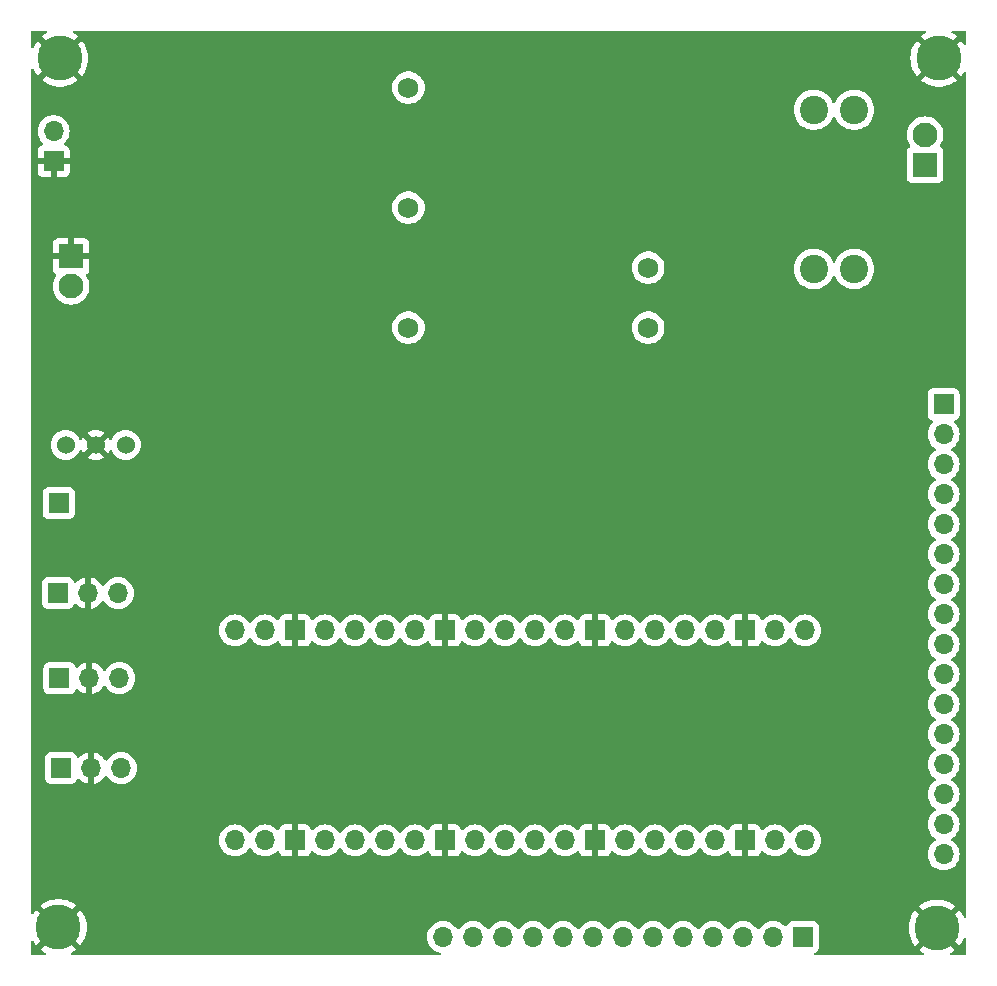
<source format=gbr>
%TF.GenerationSoftware,KiCad,Pcbnew,(7.0.0)*%
%TF.CreationDate,2023-11-14T13:40:16+01:00*%
%TF.ProjectId,PCB-light-challenge,5043422d-6c69-4676-9874-2d6368616c6c,rev?*%
%TF.SameCoordinates,Original*%
%TF.FileFunction,Copper,L2,Inr*%
%TF.FilePolarity,Positive*%
%FSLAX46Y46*%
G04 Gerber Fmt 4.6, Leading zero omitted, Abs format (unit mm)*
G04 Created by KiCad (PCBNEW (7.0.0)) date 2023-11-14 13:40:16*
%MOMM*%
%LPD*%
G01*
G04 APERTURE LIST*
%TA.AperFunction,ComponentPad*%
%ADD10C,1.524000*%
%TD*%
%TA.AperFunction,ComponentPad*%
%ADD11C,3.800000*%
%TD*%
%TA.AperFunction,ComponentPad*%
%ADD12R,2.100000X2.100000*%
%TD*%
%TA.AperFunction,ComponentPad*%
%ADD13C,2.100000*%
%TD*%
%TA.AperFunction,ComponentPad*%
%ADD14C,2.400000*%
%TD*%
%TA.AperFunction,ComponentPad*%
%ADD15R,1.700000X1.700000*%
%TD*%
%TA.AperFunction,ComponentPad*%
%ADD16C,1.750000*%
%TD*%
%TA.AperFunction,ComponentPad*%
%ADD17O,1.700000X1.700000*%
%TD*%
%TA.AperFunction,ViaPad*%
%ADD18C,1.100000*%
%TD*%
%TA.AperFunction,ViaPad*%
%ADD19C,1.200000*%
%TD*%
G04 APERTURE END LIST*
D10*
%TO.N,BAT+*%
%TO.C,U4*%
X175750000Y-108560000D03*
%TO.N,GND*%
X178290000Y-108560000D03*
%TO.N,3V3*%
X180830000Y-108560000D03*
%TD*%
D11*
%TO.N,GND*%
%TO.C,H1*%
X175240000Y-75830000D03*
%TD*%
D12*
%TO.N,/Battery_charger/GNDAC*%
%TO.C,230VAC1*%
X248499999Y-84839999D03*
D13*
%TO.N,/Battery_charger/Fuse_in*%
X248500000Y-82300000D03*
%TD*%
D14*
%TO.N,/Battery_charger/Fuse*%
%TO.C,F1*%
X239090000Y-93665000D03*
X242490000Y-93665000D03*
%TO.N,/Battery_charger/Fuse_in*%
X239090000Y-80195000D03*
X242490000Y-80195000D03*
%TD*%
D15*
%TO.N,3V3*%
%TO.C,3V3*%
X175149999Y-113479999D03*
%TD*%
D11*
%TO.N,GND*%
%TO.C,H3*%
X249670000Y-75840000D03*
%TD*%
D16*
%TO.N,/Battery_charger/Fuse*%
%TO.C,PS1*%
X225060000Y-98640000D03*
%TO.N,/Battery_charger/GNDAC*%
X225060000Y-93560000D03*
%TO.N,unconnected-(PS1-NC-Pad3)*%
X204760000Y-78320000D03*
%TO.N,Net-(D1-A1)*%
X204760000Y-88480000D03*
%TO.N,+5V*%
X204760000Y-98640000D03*
%TD*%
D12*
%TO.N,GND*%
%TO.C,Batterij1*%
X176199999Y-92589999D03*
D13*
%TO.N,BAT+*%
X176200000Y-95130000D03*
%TD*%
D15*
%TO.N,3V3*%
%TO.C,PIR_sens1*%
X175209999Y-128319999D03*
D17*
%TO.N,GND*%
X177749999Y-128319999D03*
%TO.N,GP1*%
X180289999Y-128319999D03*
%TD*%
D15*
%TO.N,GP21*%
%TO.C,J1*%
X250069999Y-105129999D03*
D17*
%TO.N,GP20*%
X250069999Y-107669999D03*
%TO.N,GP19*%
X250069999Y-110209999D03*
%TO.N,GP18*%
X250069999Y-112749999D03*
%TO.N,GP17*%
X250069999Y-115289999D03*
%TO.N,GP16*%
X250069999Y-117829999D03*
%TO.N,GP22*%
X250069999Y-120369999D03*
%TO.N,RUN*%
X250069999Y-122909999D03*
%TO.N,GP26*%
X250069999Y-125449999D03*
%TO.N,GP27*%
X250069999Y-127989999D03*
%TO.N,GP28*%
X250069999Y-130529999D03*
%TO.N,ADC VREF*%
X250069999Y-133069999D03*
%TO.N,3V3 OUT*%
X250069999Y-135609999D03*
%TO.N,3V3 EN*%
X250069999Y-138149999D03*
%TO.N,3V3*%
X250069999Y-140689999D03*
%TO.N,VBUS*%
X250069999Y-143229999D03*
%TD*%
D11*
%TO.N,GND*%
%TO.C,H4*%
X175120000Y-149420000D03*
%TD*%
D15*
%TO.N,GP15*%
%TO.C,J3*%
X238179999Y-150219999D03*
D17*
%TO.N,GP14*%
X235639999Y-150219999D03*
%TO.N,GP13*%
X233099999Y-150219999D03*
%TO.N,GP12*%
X230559999Y-150219999D03*
%TO.N,GP11*%
X228019999Y-150219999D03*
%TO.N,GP10*%
X225479999Y-150219999D03*
%TO.N,GP9*%
X222939999Y-150219999D03*
%TO.N,GP8*%
X220399999Y-150219999D03*
%TO.N,GP7*%
X217859999Y-150219999D03*
%TO.N,GP6*%
X215319999Y-150219999D03*
%TO.N,GP5*%
X212779999Y-150219999D03*
%TO.N,GP4*%
X210239999Y-150219999D03*
%TO.N,GP3*%
X207699999Y-150219999D03*
%TD*%
D11*
%TO.N,GND*%
%TO.C,H2*%
X249530000Y-149460000D03*
%TD*%
D17*
%TO.N,GP0*%
%TO.C,U-PICO1*%
X190079999Y-142049999D03*
%TO.N,GP1*%
X192619999Y-142049999D03*
D15*
%TO.N,GND*%
X195159999Y-142049999D03*
D17*
%TO.N,GP2*%
X197699999Y-142049999D03*
%TO.N,GP3*%
X200239999Y-142049999D03*
%TO.N,GP4*%
X202779999Y-142049999D03*
%TO.N,GP5*%
X205319999Y-142049999D03*
D15*
%TO.N,GND*%
X207859999Y-142049999D03*
D17*
%TO.N,GP6*%
X210399999Y-142049999D03*
%TO.N,GP7*%
X212939999Y-142049999D03*
%TO.N,GP8*%
X215479999Y-142049999D03*
%TO.N,GP9*%
X218019999Y-142049999D03*
D15*
%TO.N,GND*%
X220559999Y-142049999D03*
D17*
%TO.N,GP10*%
X223099999Y-142049999D03*
%TO.N,GP11*%
X225639999Y-142049999D03*
%TO.N,GP12*%
X228179999Y-142049999D03*
%TO.N,GP13*%
X230719999Y-142049999D03*
D15*
%TO.N,GND*%
X233259999Y-142049999D03*
D17*
%TO.N,GP14*%
X235799999Y-142049999D03*
%TO.N,GP15*%
X238339999Y-142049999D03*
%TO.N,GP16*%
X238339999Y-124269999D03*
%TO.N,GP17*%
X235799999Y-124269999D03*
D15*
%TO.N,GND*%
X233259999Y-124269999D03*
D17*
%TO.N,GP18*%
X230719999Y-124269999D03*
%TO.N,GP19*%
X228179999Y-124269999D03*
%TO.N,GP20*%
X225639999Y-124269999D03*
%TO.N,GP21*%
X223099999Y-124269999D03*
D15*
%TO.N,GND*%
X220559999Y-124269999D03*
D17*
%TO.N,GP22*%
X218019999Y-124269999D03*
%TO.N,RUN*%
X215479999Y-124269999D03*
%TO.N,GP26*%
X212939999Y-124269999D03*
%TO.N,GP27*%
X210399999Y-124269999D03*
D15*
%TO.N,GND*%
X207859999Y-124269999D03*
D17*
%TO.N,GP28*%
X205319999Y-124269999D03*
%TO.N,ADC VREF*%
X202779999Y-124269999D03*
%TO.N,3V3 OUT*%
X200239999Y-124269999D03*
%TO.N,3V3 EN*%
X197699999Y-124269999D03*
D15*
%TO.N,GND*%
X195159999Y-124269999D03*
D17*
%TO.N,3V3*%
X192619999Y-124269999D03*
%TO.N,VBUS*%
X190079999Y-124269999D03*
%TD*%
D15*
%TO.N,GND*%
%TO.C,5V1*%
X174719999Y-84549999D03*
D17*
%TO.N,+5V*%
X174719999Y-82009999D03*
%TD*%
D15*
%TO.N,3V3*%
%TO.C,Shock_sens1*%
X175359999Y-135929999D03*
D17*
%TO.N,GND*%
X177899999Y-135929999D03*
%TO.N,GP0*%
X180439999Y-135929999D03*
%TD*%
D15*
%TO.N,3V3*%
%TO.C,PIR_sens2*%
X175099999Y-121109999D03*
D17*
%TO.N,GND*%
X177639999Y-121109999D03*
%TO.N,GP2*%
X180179999Y-121109999D03*
%TD*%
D18*
%TO.N,GND*%
X243510000Y-141740000D03*
X184860000Y-133470000D03*
X185380000Y-126770000D03*
X236150000Y-99960000D03*
X200040000Y-78880000D03*
X187460000Y-116230000D03*
X182750000Y-98470000D03*
X182180000Y-88060000D03*
X189630000Y-81080000D03*
X229700000Y-103310000D03*
X232880000Y-91990000D03*
X230260000Y-83430000D03*
X231470000Y-79110000D03*
X247240000Y-111640000D03*
X246870000Y-106500000D03*
X234980000Y-114990000D03*
X240800000Y-108700000D03*
X244050000Y-114520000D03*
X220630000Y-139820000D03*
X224220000Y-120060000D03*
X226920000Y-120120000D03*
X229560000Y-120150000D03*
X233310000Y-120120000D03*
X241370000Y-121580000D03*
X243730000Y-145720000D03*
X233800000Y-139840000D03*
X202860000Y-139510000D03*
X216840000Y-126280000D03*
X214290000Y-126840000D03*
X211670000Y-127830000D03*
X191360000Y-128610000D03*
X195470000Y-128830000D03*
X198930000Y-128900000D03*
X201410000Y-128830000D03*
X207920000Y-128830000D03*
X204070000Y-128850000D03*
D19*
X194730000Y-104840000D03*
X199250000Y-117550000D03*
X193900000Y-113440000D03*
X191640000Y-98800000D03*
X184710000Y-112100000D03*
X183590000Y-103810000D03*
%TD*%
%TA.AperFunction,Conductor*%
%TO.N,GND*%
G36*
X174093238Y-73507373D02*
G01*
X174138692Y-73553402D01*
X174154779Y-73616058D01*
X174137122Y-73678291D01*
X174090526Y-73723162D01*
X173954899Y-73797723D01*
X173948309Y-73801905D01*
X173737441Y-73955109D01*
X173730167Y-73963295D01*
X173736073Y-73972520D01*
X175228457Y-75464904D01*
X175240000Y-75471568D01*
X175251542Y-75464904D01*
X176743927Y-73972518D01*
X176749831Y-73963294D01*
X176742560Y-73955111D01*
X176531679Y-73801897D01*
X176525109Y-73797727D01*
X176389474Y-73723162D01*
X176342878Y-73678291D01*
X176325221Y-73616058D01*
X176341308Y-73553402D01*
X176386762Y-73507373D01*
X176449211Y-73490500D01*
X248478979Y-73490500D01*
X248541428Y-73507374D01*
X248586882Y-73553402D01*
X248602969Y-73616058D01*
X248585312Y-73678291D01*
X248538716Y-73723162D01*
X248384899Y-73807723D01*
X248378309Y-73811905D01*
X248167441Y-73965109D01*
X248160167Y-73973295D01*
X248166073Y-73982520D01*
X249658457Y-75474904D01*
X249670000Y-75481568D01*
X249681542Y-75474904D01*
X251173927Y-73982518D01*
X251179831Y-73973294D01*
X251172560Y-73965111D01*
X250961679Y-73811897D01*
X250955109Y-73807727D01*
X250801284Y-73723162D01*
X250754688Y-73678291D01*
X250737031Y-73616058D01*
X250753118Y-73553402D01*
X250798572Y-73507374D01*
X250861021Y-73490500D01*
X251875500Y-73490500D01*
X251937500Y-73507113D01*
X251982887Y-73552500D01*
X251999500Y-73614500D01*
X251999500Y-74604835D01*
X251983403Y-74665933D01*
X251939290Y-74711168D01*
X251878616Y-74728796D01*
X251817133Y-74714239D01*
X251770803Y-74671277D01*
X251617569Y-74429818D01*
X251612993Y-74423520D01*
X251545725Y-74342208D01*
X251534423Y-74334440D01*
X251522441Y-74341110D01*
X250035095Y-75828457D01*
X250028431Y-75839999D01*
X250035095Y-75851542D01*
X251522441Y-77338888D01*
X251534424Y-77345558D01*
X251545723Y-77337793D01*
X251612997Y-77256474D01*
X251617568Y-77250182D01*
X251770803Y-77008723D01*
X251817133Y-76965761D01*
X251878616Y-76951204D01*
X251939290Y-76968832D01*
X251983403Y-77014067D01*
X251999500Y-77075165D01*
X251999500Y-148516487D01*
X251981833Y-148580278D01*
X251933867Y-148625891D01*
X251869270Y-148640330D01*
X251806447Y-148619481D01*
X251763301Y-148569284D01*
X251638949Y-148305023D01*
X251635207Y-148298217D01*
X251477569Y-148049818D01*
X251472993Y-148043520D01*
X251405725Y-147962208D01*
X251394423Y-147954440D01*
X251382441Y-147961110D01*
X249895095Y-149448457D01*
X249888431Y-149460000D01*
X249895095Y-149471542D01*
X251382441Y-150958888D01*
X251394424Y-150965558D01*
X251405723Y-150957793D01*
X251472997Y-150876474D01*
X251477568Y-150870182D01*
X251635207Y-150621782D01*
X251638949Y-150614976D01*
X251763301Y-150350716D01*
X251806447Y-150300519D01*
X251869270Y-150279670D01*
X251933867Y-150294109D01*
X251981833Y-150339722D01*
X251999500Y-150403513D01*
X251999500Y-151665500D01*
X251982887Y-151727500D01*
X251937500Y-151772887D01*
X251875500Y-151789500D01*
X250757401Y-151789500D01*
X250694952Y-151772627D01*
X250649498Y-151726598D01*
X250633411Y-151663942D01*
X250651068Y-151601709D01*
X250697664Y-151556838D01*
X250815109Y-151492272D01*
X250821678Y-151488102D01*
X251032560Y-151334887D01*
X251039831Y-151326704D01*
X251033927Y-151317480D01*
X249541542Y-149825095D01*
X249529999Y-149818431D01*
X249518457Y-149825095D01*
X248026071Y-151317480D01*
X248020167Y-151326704D01*
X248027438Y-151334887D01*
X248238320Y-151488102D01*
X248244890Y-151492272D01*
X248362336Y-151556838D01*
X248408932Y-151601709D01*
X248426589Y-151663942D01*
X248410502Y-151726598D01*
X248365048Y-151772627D01*
X248302599Y-151789500D01*
X239220424Y-151789500D01*
X239154881Y-151770762D01*
X239109146Y-151720211D01*
X239097043Y-151653125D01*
X239122229Y-151589779D01*
X239177091Y-151549318D01*
X239272331Y-151513796D01*
X239387546Y-151427546D01*
X239473796Y-151312331D01*
X239524091Y-151177483D01*
X239530500Y-151117873D01*
X239530499Y-149463894D01*
X247125500Y-149463894D01*
X247143972Y-149757500D01*
X247144946Y-149765220D01*
X247200073Y-150054206D01*
X247202009Y-150061745D01*
X247292921Y-150341541D01*
X247295781Y-150348765D01*
X247421050Y-150614976D01*
X247424792Y-150621782D01*
X247582430Y-150870181D01*
X247587006Y-150876479D01*
X247654273Y-150957790D01*
X247665575Y-150965558D01*
X247677557Y-150958888D01*
X249164904Y-149471542D01*
X249171568Y-149460000D01*
X249164904Y-149448457D01*
X247677558Y-147961111D01*
X247665574Y-147954441D01*
X247654273Y-147962208D01*
X247587001Y-148043526D01*
X247582434Y-148049812D01*
X247424792Y-148298217D01*
X247421050Y-148305023D01*
X247295781Y-148571234D01*
X247292921Y-148578458D01*
X247202009Y-148858254D01*
X247200073Y-148865793D01*
X247144946Y-149154779D01*
X247143972Y-149162499D01*
X247125500Y-149456106D01*
X247125500Y-149463894D01*
X239530499Y-149463894D01*
X239530499Y-149322128D01*
X239524091Y-149262517D01*
X239473796Y-149127669D01*
X239387546Y-149012454D01*
X239297030Y-148944694D01*
X239279431Y-148931519D01*
X239279430Y-148931518D01*
X239272331Y-148926204D01*
X239165442Y-148886337D01*
X239144752Y-148878620D01*
X239144750Y-148878619D01*
X239137483Y-148875909D01*
X239129770Y-148875079D01*
X239129767Y-148875079D01*
X239081180Y-148869855D01*
X239081169Y-148869854D01*
X239077873Y-148869500D01*
X239074550Y-148869500D01*
X237285439Y-148869500D01*
X237285420Y-148869500D01*
X237282128Y-148869501D01*
X237278850Y-148869853D01*
X237278838Y-148869854D01*
X237230231Y-148875079D01*
X237230225Y-148875080D01*
X237222517Y-148875909D01*
X237215252Y-148878618D01*
X237215246Y-148878620D01*
X237095980Y-148923104D01*
X237095978Y-148923104D01*
X237087669Y-148926204D01*
X237080572Y-148931516D01*
X237080568Y-148931519D01*
X236979550Y-149007141D01*
X236979546Y-149007144D01*
X236972454Y-149012454D01*
X236967144Y-149019546D01*
X236967141Y-149019550D01*
X236891519Y-149120568D01*
X236891516Y-149120572D01*
X236886204Y-149127669D01*
X236883104Y-149135978D01*
X236883105Y-149135978D01*
X236837189Y-149259083D01*
X236802210Y-149309462D01*
X236747365Y-149336915D01*
X236686072Y-149334726D01*
X236633326Y-149303430D01*
X236515232Y-149185336D01*
X236515230Y-149185334D01*
X236511401Y-149181505D01*
X236506970Y-149178402D01*
X236506966Y-149178399D01*
X236322259Y-149049066D01*
X236322257Y-149049064D01*
X236317830Y-149045965D01*
X236312933Y-149043681D01*
X236312927Y-149043678D01*
X236108572Y-148948386D01*
X236108570Y-148948385D01*
X236103663Y-148946097D01*
X236098438Y-148944697D01*
X236098430Y-148944694D01*
X235880634Y-148886337D01*
X235880630Y-148886336D01*
X235875408Y-148884937D01*
X235870020Y-148884465D01*
X235870017Y-148884465D01*
X235645395Y-148864813D01*
X235640000Y-148864341D01*
X235634605Y-148864813D01*
X235409982Y-148884465D01*
X235409977Y-148884465D01*
X235404592Y-148884937D01*
X235399371Y-148886335D01*
X235399365Y-148886337D01*
X235181569Y-148944694D01*
X235181557Y-148944698D01*
X235176337Y-148946097D01*
X235171432Y-148948383D01*
X235171427Y-148948386D01*
X234967081Y-149043675D01*
X234967077Y-149043677D01*
X234962171Y-149045965D01*
X234957738Y-149049068D01*
X234957731Y-149049073D01*
X234773034Y-149178399D01*
X234773029Y-149178402D01*
X234768599Y-149181505D01*
X234764775Y-149185328D01*
X234764769Y-149185334D01*
X234605334Y-149344769D01*
X234605328Y-149344775D01*
X234601505Y-149348599D01*
X234598402Y-149353029D01*
X234598399Y-149353034D01*
X234471575Y-149534159D01*
X234427257Y-149573025D01*
X234370000Y-149587036D01*
X234312743Y-149573025D01*
X234268425Y-149534159D01*
X234188490Y-149420000D01*
X234138495Y-149348599D01*
X233971401Y-149181505D01*
X233966970Y-149178402D01*
X233966966Y-149178399D01*
X233782259Y-149049066D01*
X233782257Y-149049064D01*
X233777830Y-149045965D01*
X233772933Y-149043681D01*
X233772927Y-149043678D01*
X233568572Y-148948386D01*
X233568570Y-148948385D01*
X233563663Y-148946097D01*
X233558438Y-148944697D01*
X233558430Y-148944694D01*
X233340634Y-148886337D01*
X233340630Y-148886336D01*
X233335408Y-148884937D01*
X233330020Y-148884465D01*
X233330017Y-148884465D01*
X233105395Y-148864813D01*
X233100000Y-148864341D01*
X233094605Y-148864813D01*
X232869982Y-148884465D01*
X232869977Y-148884465D01*
X232864592Y-148884937D01*
X232859371Y-148886335D01*
X232859365Y-148886337D01*
X232641569Y-148944694D01*
X232641557Y-148944698D01*
X232636337Y-148946097D01*
X232631432Y-148948383D01*
X232631427Y-148948386D01*
X232427081Y-149043675D01*
X232427077Y-149043677D01*
X232422171Y-149045965D01*
X232417738Y-149049068D01*
X232417731Y-149049073D01*
X232233034Y-149178399D01*
X232233029Y-149178402D01*
X232228599Y-149181505D01*
X232224775Y-149185328D01*
X232224769Y-149185334D01*
X232065334Y-149344769D01*
X232065328Y-149344775D01*
X232061505Y-149348599D01*
X232058402Y-149353029D01*
X232058399Y-149353034D01*
X231931575Y-149534159D01*
X231887257Y-149573025D01*
X231830000Y-149587036D01*
X231772743Y-149573025D01*
X231728425Y-149534159D01*
X231648490Y-149420000D01*
X231598495Y-149348599D01*
X231431401Y-149181505D01*
X231426970Y-149178402D01*
X231426966Y-149178399D01*
X231242259Y-149049066D01*
X231242257Y-149049064D01*
X231237830Y-149045965D01*
X231232933Y-149043681D01*
X231232927Y-149043678D01*
X231028572Y-148948386D01*
X231028570Y-148948385D01*
X231023663Y-148946097D01*
X231018438Y-148944697D01*
X231018430Y-148944694D01*
X230800634Y-148886337D01*
X230800630Y-148886336D01*
X230795408Y-148884937D01*
X230790020Y-148884465D01*
X230790017Y-148884465D01*
X230565395Y-148864813D01*
X230560000Y-148864341D01*
X230554605Y-148864813D01*
X230329982Y-148884465D01*
X230329977Y-148884465D01*
X230324592Y-148884937D01*
X230319371Y-148886335D01*
X230319365Y-148886337D01*
X230101569Y-148944694D01*
X230101557Y-148944698D01*
X230096337Y-148946097D01*
X230091432Y-148948383D01*
X230091427Y-148948386D01*
X229887081Y-149043675D01*
X229887077Y-149043677D01*
X229882171Y-149045965D01*
X229877738Y-149049068D01*
X229877731Y-149049073D01*
X229693034Y-149178399D01*
X229693029Y-149178402D01*
X229688599Y-149181505D01*
X229684775Y-149185328D01*
X229684769Y-149185334D01*
X229525334Y-149344769D01*
X229525328Y-149344775D01*
X229521505Y-149348599D01*
X229518402Y-149353029D01*
X229518399Y-149353034D01*
X229391575Y-149534159D01*
X229347257Y-149573025D01*
X229290000Y-149587036D01*
X229232743Y-149573025D01*
X229188425Y-149534159D01*
X229108490Y-149420000D01*
X229058495Y-149348599D01*
X228891401Y-149181505D01*
X228886970Y-149178402D01*
X228886966Y-149178399D01*
X228702259Y-149049066D01*
X228702257Y-149049064D01*
X228697830Y-149045965D01*
X228692933Y-149043681D01*
X228692927Y-149043678D01*
X228488572Y-148948386D01*
X228488570Y-148948385D01*
X228483663Y-148946097D01*
X228478438Y-148944697D01*
X228478430Y-148944694D01*
X228260634Y-148886337D01*
X228260630Y-148886336D01*
X228255408Y-148884937D01*
X228250020Y-148884465D01*
X228250017Y-148884465D01*
X228025395Y-148864813D01*
X228020000Y-148864341D01*
X228014605Y-148864813D01*
X227789982Y-148884465D01*
X227789977Y-148884465D01*
X227784592Y-148884937D01*
X227779371Y-148886335D01*
X227779365Y-148886337D01*
X227561569Y-148944694D01*
X227561557Y-148944698D01*
X227556337Y-148946097D01*
X227551432Y-148948383D01*
X227551427Y-148948386D01*
X227347081Y-149043675D01*
X227347077Y-149043677D01*
X227342171Y-149045965D01*
X227337738Y-149049068D01*
X227337731Y-149049073D01*
X227153034Y-149178399D01*
X227153029Y-149178402D01*
X227148599Y-149181505D01*
X227144775Y-149185328D01*
X227144769Y-149185334D01*
X226985334Y-149344769D01*
X226985328Y-149344775D01*
X226981505Y-149348599D01*
X226978402Y-149353029D01*
X226978399Y-149353034D01*
X226851575Y-149534159D01*
X226807257Y-149573025D01*
X226750000Y-149587036D01*
X226692743Y-149573025D01*
X226648425Y-149534159D01*
X226568490Y-149420000D01*
X226518495Y-149348599D01*
X226351401Y-149181505D01*
X226346970Y-149178402D01*
X226346966Y-149178399D01*
X226162259Y-149049066D01*
X226162257Y-149049064D01*
X226157830Y-149045965D01*
X226152933Y-149043681D01*
X226152927Y-149043678D01*
X225948572Y-148948386D01*
X225948570Y-148948385D01*
X225943663Y-148946097D01*
X225938438Y-148944697D01*
X225938430Y-148944694D01*
X225720634Y-148886337D01*
X225720630Y-148886336D01*
X225715408Y-148884937D01*
X225710020Y-148884465D01*
X225710017Y-148884465D01*
X225485395Y-148864813D01*
X225480000Y-148864341D01*
X225474605Y-148864813D01*
X225249982Y-148884465D01*
X225249977Y-148884465D01*
X225244592Y-148884937D01*
X225239371Y-148886335D01*
X225239365Y-148886337D01*
X225021569Y-148944694D01*
X225021557Y-148944698D01*
X225016337Y-148946097D01*
X225011432Y-148948383D01*
X225011427Y-148948386D01*
X224807081Y-149043675D01*
X224807077Y-149043677D01*
X224802171Y-149045965D01*
X224797738Y-149049068D01*
X224797731Y-149049073D01*
X224613034Y-149178399D01*
X224613029Y-149178402D01*
X224608599Y-149181505D01*
X224604775Y-149185328D01*
X224604769Y-149185334D01*
X224445334Y-149344769D01*
X224445328Y-149344775D01*
X224441505Y-149348599D01*
X224438402Y-149353029D01*
X224438399Y-149353034D01*
X224311575Y-149534159D01*
X224267257Y-149573025D01*
X224210000Y-149587036D01*
X224152743Y-149573025D01*
X224108425Y-149534159D01*
X224028490Y-149420000D01*
X223978495Y-149348599D01*
X223811401Y-149181505D01*
X223806970Y-149178402D01*
X223806966Y-149178399D01*
X223622259Y-149049066D01*
X223622257Y-149049064D01*
X223617830Y-149045965D01*
X223612933Y-149043681D01*
X223612927Y-149043678D01*
X223408572Y-148948386D01*
X223408570Y-148948385D01*
X223403663Y-148946097D01*
X223398438Y-148944697D01*
X223398430Y-148944694D01*
X223180634Y-148886337D01*
X223180630Y-148886336D01*
X223175408Y-148884937D01*
X223170020Y-148884465D01*
X223170017Y-148884465D01*
X222945395Y-148864813D01*
X222940000Y-148864341D01*
X222934605Y-148864813D01*
X222709982Y-148884465D01*
X222709977Y-148884465D01*
X222704592Y-148884937D01*
X222699371Y-148886335D01*
X222699365Y-148886337D01*
X222481569Y-148944694D01*
X222481557Y-148944698D01*
X222476337Y-148946097D01*
X222471432Y-148948383D01*
X222471427Y-148948386D01*
X222267081Y-149043675D01*
X222267077Y-149043677D01*
X222262171Y-149045965D01*
X222257738Y-149049068D01*
X222257731Y-149049073D01*
X222073034Y-149178399D01*
X222073029Y-149178402D01*
X222068599Y-149181505D01*
X222064775Y-149185328D01*
X222064769Y-149185334D01*
X221905334Y-149344769D01*
X221905328Y-149344775D01*
X221901505Y-149348599D01*
X221898402Y-149353029D01*
X221898399Y-149353034D01*
X221771575Y-149534159D01*
X221727257Y-149573025D01*
X221670000Y-149587036D01*
X221612743Y-149573025D01*
X221568425Y-149534159D01*
X221488490Y-149420000D01*
X221438495Y-149348599D01*
X221271401Y-149181505D01*
X221266970Y-149178402D01*
X221266966Y-149178399D01*
X221082259Y-149049066D01*
X221082257Y-149049064D01*
X221077830Y-149045965D01*
X221072933Y-149043681D01*
X221072927Y-149043678D01*
X220868572Y-148948386D01*
X220868570Y-148948385D01*
X220863663Y-148946097D01*
X220858438Y-148944697D01*
X220858430Y-148944694D01*
X220640634Y-148886337D01*
X220640630Y-148886336D01*
X220635408Y-148884937D01*
X220630020Y-148884465D01*
X220630017Y-148884465D01*
X220405395Y-148864813D01*
X220400000Y-148864341D01*
X220394605Y-148864813D01*
X220169982Y-148884465D01*
X220169977Y-148884465D01*
X220164592Y-148884937D01*
X220159371Y-148886335D01*
X220159365Y-148886337D01*
X219941569Y-148944694D01*
X219941557Y-148944698D01*
X219936337Y-148946097D01*
X219931432Y-148948383D01*
X219931427Y-148948386D01*
X219727081Y-149043675D01*
X219727077Y-149043677D01*
X219722171Y-149045965D01*
X219717738Y-149049068D01*
X219717731Y-149049073D01*
X219533034Y-149178399D01*
X219533029Y-149178402D01*
X219528599Y-149181505D01*
X219524775Y-149185328D01*
X219524769Y-149185334D01*
X219365334Y-149344769D01*
X219365328Y-149344775D01*
X219361505Y-149348599D01*
X219358402Y-149353029D01*
X219358399Y-149353034D01*
X219231575Y-149534159D01*
X219187257Y-149573025D01*
X219130000Y-149587036D01*
X219072743Y-149573025D01*
X219028425Y-149534159D01*
X218948490Y-149420000D01*
X218898495Y-149348599D01*
X218731401Y-149181505D01*
X218726970Y-149178402D01*
X218726966Y-149178399D01*
X218542259Y-149049066D01*
X218542257Y-149049064D01*
X218537830Y-149045965D01*
X218532933Y-149043681D01*
X218532927Y-149043678D01*
X218328572Y-148948386D01*
X218328570Y-148948385D01*
X218323663Y-148946097D01*
X218318438Y-148944697D01*
X218318430Y-148944694D01*
X218100634Y-148886337D01*
X218100630Y-148886336D01*
X218095408Y-148884937D01*
X218090020Y-148884465D01*
X218090017Y-148884465D01*
X217865395Y-148864813D01*
X217860000Y-148864341D01*
X217854605Y-148864813D01*
X217629982Y-148884465D01*
X217629977Y-148884465D01*
X217624592Y-148884937D01*
X217619371Y-148886335D01*
X217619365Y-148886337D01*
X217401569Y-148944694D01*
X217401557Y-148944698D01*
X217396337Y-148946097D01*
X217391432Y-148948383D01*
X217391427Y-148948386D01*
X217187081Y-149043675D01*
X217187077Y-149043677D01*
X217182171Y-149045965D01*
X217177738Y-149049068D01*
X217177731Y-149049073D01*
X216993034Y-149178399D01*
X216993029Y-149178402D01*
X216988599Y-149181505D01*
X216984775Y-149185328D01*
X216984769Y-149185334D01*
X216825334Y-149344769D01*
X216825328Y-149344775D01*
X216821505Y-149348599D01*
X216818402Y-149353029D01*
X216818399Y-149353034D01*
X216691575Y-149534159D01*
X216647257Y-149573025D01*
X216590000Y-149587036D01*
X216532743Y-149573025D01*
X216488425Y-149534159D01*
X216408490Y-149420000D01*
X216358495Y-149348599D01*
X216191401Y-149181505D01*
X216186970Y-149178402D01*
X216186966Y-149178399D01*
X216002259Y-149049066D01*
X216002257Y-149049064D01*
X215997830Y-149045965D01*
X215992933Y-149043681D01*
X215992927Y-149043678D01*
X215788572Y-148948386D01*
X215788570Y-148948385D01*
X215783663Y-148946097D01*
X215778438Y-148944697D01*
X215778430Y-148944694D01*
X215560634Y-148886337D01*
X215560630Y-148886336D01*
X215555408Y-148884937D01*
X215550020Y-148884465D01*
X215550017Y-148884465D01*
X215325395Y-148864813D01*
X215320000Y-148864341D01*
X215314605Y-148864813D01*
X215089982Y-148884465D01*
X215089977Y-148884465D01*
X215084592Y-148884937D01*
X215079371Y-148886335D01*
X215079365Y-148886337D01*
X214861569Y-148944694D01*
X214861557Y-148944698D01*
X214856337Y-148946097D01*
X214851432Y-148948383D01*
X214851427Y-148948386D01*
X214647081Y-149043675D01*
X214647077Y-149043677D01*
X214642171Y-149045965D01*
X214637738Y-149049068D01*
X214637731Y-149049073D01*
X214453034Y-149178399D01*
X214453029Y-149178402D01*
X214448599Y-149181505D01*
X214444775Y-149185328D01*
X214444769Y-149185334D01*
X214285334Y-149344769D01*
X214285328Y-149344775D01*
X214281505Y-149348599D01*
X214278402Y-149353029D01*
X214278399Y-149353034D01*
X214151575Y-149534159D01*
X214107257Y-149573025D01*
X214050000Y-149587036D01*
X213992743Y-149573025D01*
X213948425Y-149534159D01*
X213868490Y-149420000D01*
X213818495Y-149348599D01*
X213651401Y-149181505D01*
X213646970Y-149178402D01*
X213646966Y-149178399D01*
X213462259Y-149049066D01*
X213462257Y-149049064D01*
X213457830Y-149045965D01*
X213452933Y-149043681D01*
X213452927Y-149043678D01*
X213248572Y-148948386D01*
X213248570Y-148948385D01*
X213243663Y-148946097D01*
X213238438Y-148944697D01*
X213238430Y-148944694D01*
X213020634Y-148886337D01*
X213020630Y-148886336D01*
X213015408Y-148884937D01*
X213010020Y-148884465D01*
X213010017Y-148884465D01*
X212785395Y-148864813D01*
X212780000Y-148864341D01*
X212774605Y-148864813D01*
X212549982Y-148884465D01*
X212549977Y-148884465D01*
X212544592Y-148884937D01*
X212539371Y-148886335D01*
X212539365Y-148886337D01*
X212321569Y-148944694D01*
X212321557Y-148944698D01*
X212316337Y-148946097D01*
X212311432Y-148948383D01*
X212311427Y-148948386D01*
X212107081Y-149043675D01*
X212107077Y-149043677D01*
X212102171Y-149045965D01*
X212097738Y-149049068D01*
X212097731Y-149049073D01*
X211913034Y-149178399D01*
X211913029Y-149178402D01*
X211908599Y-149181505D01*
X211904775Y-149185328D01*
X211904769Y-149185334D01*
X211745334Y-149344769D01*
X211745328Y-149344775D01*
X211741505Y-149348599D01*
X211738402Y-149353029D01*
X211738399Y-149353034D01*
X211611575Y-149534159D01*
X211567257Y-149573025D01*
X211510000Y-149587036D01*
X211452743Y-149573025D01*
X211408425Y-149534159D01*
X211328490Y-149420000D01*
X211278495Y-149348599D01*
X211111401Y-149181505D01*
X211106970Y-149178402D01*
X211106966Y-149178399D01*
X210922259Y-149049066D01*
X210922257Y-149049064D01*
X210917830Y-149045965D01*
X210912933Y-149043681D01*
X210912927Y-149043678D01*
X210708572Y-148948386D01*
X210708570Y-148948385D01*
X210703663Y-148946097D01*
X210698438Y-148944697D01*
X210698430Y-148944694D01*
X210480634Y-148886337D01*
X210480630Y-148886336D01*
X210475408Y-148884937D01*
X210470020Y-148884465D01*
X210470017Y-148884465D01*
X210245395Y-148864813D01*
X210240000Y-148864341D01*
X210234605Y-148864813D01*
X210009982Y-148884465D01*
X210009977Y-148884465D01*
X210004592Y-148884937D01*
X209999371Y-148886335D01*
X209999365Y-148886337D01*
X209781569Y-148944694D01*
X209781557Y-148944698D01*
X209776337Y-148946097D01*
X209771432Y-148948383D01*
X209771427Y-148948386D01*
X209567081Y-149043675D01*
X209567077Y-149043677D01*
X209562171Y-149045965D01*
X209557738Y-149049068D01*
X209557731Y-149049073D01*
X209373034Y-149178399D01*
X209373029Y-149178402D01*
X209368599Y-149181505D01*
X209364775Y-149185328D01*
X209364769Y-149185334D01*
X209205334Y-149344769D01*
X209205328Y-149344775D01*
X209201505Y-149348599D01*
X209198402Y-149353029D01*
X209198399Y-149353034D01*
X209071575Y-149534159D01*
X209027257Y-149573025D01*
X208970000Y-149587036D01*
X208912743Y-149573025D01*
X208868425Y-149534159D01*
X208788490Y-149420000D01*
X208738495Y-149348599D01*
X208571401Y-149181505D01*
X208566970Y-149178402D01*
X208566966Y-149178399D01*
X208382259Y-149049066D01*
X208382257Y-149049064D01*
X208377830Y-149045965D01*
X208372933Y-149043681D01*
X208372927Y-149043678D01*
X208168572Y-148948386D01*
X208168570Y-148948385D01*
X208163663Y-148946097D01*
X208158438Y-148944697D01*
X208158430Y-148944694D01*
X207940634Y-148886337D01*
X207940630Y-148886336D01*
X207935408Y-148884937D01*
X207930020Y-148884465D01*
X207930017Y-148884465D01*
X207705395Y-148864813D01*
X207700000Y-148864341D01*
X207694605Y-148864813D01*
X207469982Y-148884465D01*
X207469977Y-148884465D01*
X207464592Y-148884937D01*
X207459371Y-148886335D01*
X207459365Y-148886337D01*
X207241569Y-148944694D01*
X207241557Y-148944698D01*
X207236337Y-148946097D01*
X207231432Y-148948383D01*
X207231427Y-148948386D01*
X207027081Y-149043675D01*
X207027077Y-149043677D01*
X207022171Y-149045965D01*
X207017738Y-149049068D01*
X207017731Y-149049073D01*
X206833034Y-149178399D01*
X206833029Y-149178402D01*
X206828599Y-149181505D01*
X206824775Y-149185328D01*
X206824769Y-149185334D01*
X206665334Y-149344769D01*
X206665328Y-149344775D01*
X206661505Y-149348599D01*
X206658402Y-149353029D01*
X206658399Y-149353034D01*
X206529073Y-149537731D01*
X206529068Y-149537738D01*
X206525965Y-149542171D01*
X206523677Y-149547077D01*
X206523675Y-149547081D01*
X206428386Y-149751427D01*
X206428383Y-149751432D01*
X206426097Y-149756337D01*
X206424698Y-149761557D01*
X206424694Y-149761569D01*
X206366337Y-149979365D01*
X206366335Y-149979371D01*
X206364937Y-149984592D01*
X206344341Y-150220000D01*
X206344813Y-150225395D01*
X206360396Y-150403513D01*
X206364937Y-150455408D01*
X206366336Y-150460630D01*
X206366337Y-150460634D01*
X206424694Y-150678430D01*
X206424697Y-150678438D01*
X206426097Y-150683663D01*
X206428385Y-150688570D01*
X206428386Y-150688572D01*
X206523678Y-150892927D01*
X206523681Y-150892933D01*
X206525965Y-150897830D01*
X206529064Y-150902257D01*
X206529066Y-150902259D01*
X206658399Y-151086966D01*
X206658402Y-151086970D01*
X206661505Y-151091401D01*
X206828599Y-151258495D01*
X206833031Y-151261598D01*
X206833033Y-151261600D01*
X206926011Y-151326704D01*
X207022170Y-151394035D01*
X207236337Y-151493903D01*
X207241567Y-151495304D01*
X207241569Y-151495305D01*
X207429742Y-151545725D01*
X207481422Y-151574077D01*
X207514171Y-151623089D01*
X207520588Y-151681685D01*
X207499224Y-151736623D01*
X207454906Y-151775489D01*
X207397649Y-151789500D01*
X176274641Y-151789500D01*
X176212192Y-151772626D01*
X176166738Y-151726598D01*
X176150651Y-151663942D01*
X176168308Y-151601709D01*
X176214904Y-151556838D01*
X176405109Y-151452272D01*
X176411678Y-151448102D01*
X176622560Y-151294887D01*
X176629831Y-151286704D01*
X176623927Y-151277480D01*
X175131542Y-149785095D01*
X175119999Y-149778431D01*
X175108457Y-149785095D01*
X173616071Y-151277480D01*
X173610167Y-151286704D01*
X173617438Y-151294887D01*
X173828320Y-151448102D01*
X173834890Y-151452272D01*
X174025096Y-151556838D01*
X174071692Y-151601709D01*
X174089349Y-151663942D01*
X174073262Y-151726598D01*
X174027808Y-151772626D01*
X173965359Y-151789500D01*
X172914500Y-151789500D01*
X172852500Y-151772887D01*
X172807113Y-151727500D01*
X172790500Y-151665500D01*
X172790500Y-150655165D01*
X172806597Y-150594067D01*
X172850710Y-150548832D01*
X172911384Y-150531204D01*
X172972867Y-150545761D01*
X173019197Y-150588723D01*
X173172430Y-150830181D01*
X173177006Y-150836479D01*
X173244273Y-150917790D01*
X173255575Y-150925558D01*
X173267557Y-150918888D01*
X174754904Y-149431542D01*
X174761568Y-149420000D01*
X175478431Y-149420000D01*
X175485095Y-149431542D01*
X176972441Y-150918888D01*
X176984424Y-150925558D01*
X176995723Y-150917793D01*
X177062997Y-150836474D01*
X177067568Y-150830182D01*
X177225207Y-150581782D01*
X177228949Y-150574976D01*
X177354218Y-150308765D01*
X177357078Y-150301541D01*
X177447990Y-150021745D01*
X177449926Y-150014206D01*
X177505053Y-149725220D01*
X177506027Y-149717500D01*
X177524500Y-149423894D01*
X177524500Y-149416106D01*
X177506027Y-149122499D01*
X177505053Y-149114779D01*
X177449926Y-148825793D01*
X177447990Y-148818254D01*
X177357078Y-148538458D01*
X177354218Y-148531234D01*
X177228949Y-148265023D01*
X177225207Y-148258217D01*
X177067569Y-148009818D01*
X177062993Y-148003520D01*
X176995725Y-147922208D01*
X176984423Y-147914440D01*
X176972441Y-147921110D01*
X175485095Y-149408457D01*
X175478431Y-149420000D01*
X174761568Y-149420000D01*
X174754904Y-149408457D01*
X173267558Y-147921111D01*
X173255574Y-147914441D01*
X173244273Y-147922208D01*
X173177001Y-148003526D01*
X173172434Y-148009812D01*
X173019197Y-148251277D01*
X172972867Y-148294239D01*
X172911384Y-148308796D01*
X172850710Y-148291168D01*
X172806597Y-148245933D01*
X172790500Y-148184835D01*
X172790500Y-147553295D01*
X173610167Y-147553295D01*
X173616073Y-147562520D01*
X175108457Y-149054904D01*
X175120000Y-149061568D01*
X175131542Y-149054904D01*
X176593150Y-147593295D01*
X248020167Y-147593295D01*
X248026073Y-147602520D01*
X249518457Y-149094904D01*
X249529999Y-149101568D01*
X249541542Y-149094904D01*
X251033927Y-147602518D01*
X251039831Y-147593294D01*
X251032560Y-147585111D01*
X250821679Y-147431897D01*
X250815108Y-147427727D01*
X250557305Y-147285999D01*
X250550266Y-147282686D01*
X250276729Y-147174386D01*
X250269334Y-147171983D01*
X249984374Y-147098817D01*
X249976743Y-147097362D01*
X249684859Y-147060488D01*
X249677101Y-147060000D01*
X249382899Y-147060000D01*
X249375140Y-147060488D01*
X249083256Y-147097362D01*
X249075625Y-147098817D01*
X248790665Y-147171983D01*
X248783270Y-147174386D01*
X248509733Y-147282686D01*
X248502694Y-147285999D01*
X248244899Y-147427723D01*
X248238309Y-147431905D01*
X248027441Y-147585109D01*
X248020167Y-147593295D01*
X176593150Y-147593295D01*
X176623927Y-147562518D01*
X176629831Y-147553294D01*
X176622560Y-147545111D01*
X176411679Y-147391897D01*
X176405108Y-147387727D01*
X176147305Y-147245999D01*
X176140266Y-147242686D01*
X175866729Y-147134386D01*
X175859334Y-147131983D01*
X175574374Y-147058817D01*
X175566743Y-147057362D01*
X175274859Y-147020488D01*
X175267101Y-147020000D01*
X174972899Y-147020000D01*
X174965140Y-147020488D01*
X174673256Y-147057362D01*
X174665625Y-147058817D01*
X174380665Y-147131983D01*
X174373270Y-147134386D01*
X174099733Y-147242686D01*
X174092694Y-147245999D01*
X173834899Y-147387723D01*
X173828309Y-147391905D01*
X173617441Y-147545109D01*
X173610167Y-147553295D01*
X172790500Y-147553295D01*
X172790500Y-142050000D01*
X188724341Y-142050000D01*
X188724813Y-142055395D01*
X188737056Y-142195336D01*
X188744937Y-142285408D01*
X188746336Y-142290630D01*
X188746337Y-142290634D01*
X188804694Y-142508430D01*
X188804697Y-142508438D01*
X188806097Y-142513663D01*
X188808385Y-142518570D01*
X188808386Y-142518572D01*
X188903678Y-142722927D01*
X188903681Y-142722933D01*
X188905965Y-142727830D01*
X188909064Y-142732257D01*
X188909066Y-142732259D01*
X189038399Y-142916966D01*
X189038402Y-142916970D01*
X189041505Y-142921401D01*
X189208599Y-143088495D01*
X189402170Y-143224035D01*
X189407070Y-143226320D01*
X189407072Y-143226321D01*
X189458049Y-143250092D01*
X189616337Y-143323903D01*
X189844592Y-143385063D01*
X190080000Y-143405659D01*
X190315408Y-143385063D01*
X190543663Y-143323903D01*
X190757830Y-143224035D01*
X190951401Y-143088495D01*
X191118495Y-142921401D01*
X191248424Y-142735842D01*
X191292743Y-142696976D01*
X191350000Y-142682965D01*
X191407257Y-142696976D01*
X191451575Y-142735842D01*
X191578395Y-142916961D01*
X191578401Y-142916968D01*
X191581505Y-142921401D01*
X191748599Y-143088495D01*
X191942170Y-143224035D01*
X191947070Y-143226320D01*
X191947072Y-143226321D01*
X191998049Y-143250092D01*
X192156337Y-143323903D01*
X192384592Y-143385063D01*
X192620000Y-143405659D01*
X192855408Y-143385063D01*
X193083663Y-143323903D01*
X193297830Y-143224035D01*
X193491401Y-143088495D01*
X193613717Y-142966178D01*
X193666460Y-142934885D01*
X193727753Y-142932696D01*
X193782597Y-142960149D01*
X193817577Y-143010528D01*
X193863548Y-143133779D01*
X193871962Y-143149189D01*
X193947498Y-143250092D01*
X193959907Y-143262501D01*
X194060810Y-143338037D01*
X194076222Y-143346452D01*
X194195358Y-143390888D01*
X194210332Y-143394426D01*
X194258885Y-143399646D01*
X194265482Y-143400000D01*
X194893674Y-143400000D01*
X194906549Y-143396549D01*
X194910000Y-143383674D01*
X195410000Y-143383674D01*
X195413450Y-143396549D01*
X195426326Y-143400000D01*
X196054518Y-143400000D01*
X196061114Y-143399646D01*
X196109667Y-143394426D01*
X196124641Y-143390888D01*
X196243777Y-143346452D01*
X196259189Y-143338037D01*
X196360092Y-143262501D01*
X196372501Y-143250092D01*
X196448037Y-143149189D01*
X196456452Y-143133777D01*
X196502422Y-143010529D01*
X196537401Y-142960149D01*
X196592246Y-142932696D01*
X196653539Y-142934885D01*
X196706285Y-142966181D01*
X196828599Y-143088495D01*
X197022170Y-143224035D01*
X197027070Y-143226320D01*
X197027072Y-143226321D01*
X197078049Y-143250092D01*
X197236337Y-143323903D01*
X197464592Y-143385063D01*
X197700000Y-143405659D01*
X197935408Y-143385063D01*
X198163663Y-143323903D01*
X198377830Y-143224035D01*
X198571401Y-143088495D01*
X198738495Y-142921401D01*
X198868424Y-142735842D01*
X198912743Y-142696976D01*
X198970000Y-142682965D01*
X199027257Y-142696976D01*
X199071575Y-142735842D01*
X199198395Y-142916961D01*
X199198401Y-142916968D01*
X199201505Y-142921401D01*
X199368599Y-143088495D01*
X199562170Y-143224035D01*
X199567070Y-143226320D01*
X199567072Y-143226321D01*
X199618049Y-143250092D01*
X199776337Y-143323903D01*
X200004592Y-143385063D01*
X200240000Y-143405659D01*
X200475408Y-143385063D01*
X200703663Y-143323903D01*
X200917830Y-143224035D01*
X201111401Y-143088495D01*
X201278495Y-142921401D01*
X201408424Y-142735842D01*
X201452743Y-142696976D01*
X201510000Y-142682965D01*
X201567257Y-142696976D01*
X201611575Y-142735842D01*
X201738395Y-142916961D01*
X201738401Y-142916968D01*
X201741505Y-142921401D01*
X201908599Y-143088495D01*
X202102170Y-143224035D01*
X202107070Y-143226320D01*
X202107072Y-143226321D01*
X202158049Y-143250092D01*
X202316337Y-143323903D01*
X202544592Y-143385063D01*
X202780000Y-143405659D01*
X203015408Y-143385063D01*
X203243663Y-143323903D01*
X203457830Y-143224035D01*
X203651401Y-143088495D01*
X203818495Y-142921401D01*
X203948424Y-142735842D01*
X203992743Y-142696976D01*
X204050000Y-142682965D01*
X204107257Y-142696976D01*
X204151575Y-142735842D01*
X204278395Y-142916961D01*
X204278401Y-142916968D01*
X204281505Y-142921401D01*
X204448599Y-143088495D01*
X204642170Y-143224035D01*
X204647070Y-143226320D01*
X204647072Y-143226321D01*
X204698049Y-143250092D01*
X204856337Y-143323903D01*
X205084592Y-143385063D01*
X205320000Y-143405659D01*
X205555408Y-143385063D01*
X205783663Y-143323903D01*
X205997830Y-143224035D01*
X206191401Y-143088495D01*
X206313717Y-142966178D01*
X206366460Y-142934885D01*
X206427753Y-142932696D01*
X206482597Y-142960149D01*
X206517577Y-143010528D01*
X206563548Y-143133779D01*
X206571962Y-143149189D01*
X206647498Y-143250092D01*
X206659907Y-143262501D01*
X206760810Y-143338037D01*
X206776222Y-143346452D01*
X206895358Y-143390888D01*
X206910332Y-143394426D01*
X206958885Y-143399646D01*
X206965482Y-143400000D01*
X207593674Y-143400000D01*
X207606549Y-143396549D01*
X207610000Y-143383674D01*
X208110000Y-143383674D01*
X208113450Y-143396549D01*
X208126326Y-143400000D01*
X208754518Y-143400000D01*
X208761114Y-143399646D01*
X208809667Y-143394426D01*
X208824641Y-143390888D01*
X208943777Y-143346452D01*
X208959189Y-143338037D01*
X209060092Y-143262501D01*
X209072501Y-143250092D01*
X209148037Y-143149189D01*
X209156452Y-143133777D01*
X209202422Y-143010529D01*
X209237401Y-142960149D01*
X209292246Y-142932696D01*
X209353539Y-142934885D01*
X209406285Y-142966181D01*
X209528599Y-143088495D01*
X209722170Y-143224035D01*
X209727070Y-143226320D01*
X209727072Y-143226321D01*
X209778049Y-143250092D01*
X209936337Y-143323903D01*
X210164592Y-143385063D01*
X210400000Y-143405659D01*
X210635408Y-143385063D01*
X210863663Y-143323903D01*
X211077830Y-143224035D01*
X211271401Y-143088495D01*
X211438495Y-142921401D01*
X211568424Y-142735842D01*
X211612743Y-142696976D01*
X211670000Y-142682965D01*
X211727257Y-142696976D01*
X211771575Y-142735842D01*
X211898395Y-142916961D01*
X211898401Y-142916968D01*
X211901505Y-142921401D01*
X212068599Y-143088495D01*
X212262170Y-143224035D01*
X212267070Y-143226320D01*
X212267072Y-143226321D01*
X212318049Y-143250092D01*
X212476337Y-143323903D01*
X212704592Y-143385063D01*
X212940000Y-143405659D01*
X213175408Y-143385063D01*
X213403663Y-143323903D01*
X213617830Y-143224035D01*
X213811401Y-143088495D01*
X213978495Y-142921401D01*
X214108424Y-142735842D01*
X214152743Y-142696976D01*
X214210000Y-142682965D01*
X214267257Y-142696976D01*
X214311575Y-142735842D01*
X214438395Y-142916961D01*
X214438401Y-142916968D01*
X214441505Y-142921401D01*
X214608599Y-143088495D01*
X214802170Y-143224035D01*
X214807070Y-143226320D01*
X214807072Y-143226321D01*
X214858049Y-143250092D01*
X215016337Y-143323903D01*
X215244592Y-143385063D01*
X215480000Y-143405659D01*
X215715408Y-143385063D01*
X215943663Y-143323903D01*
X216157830Y-143224035D01*
X216351401Y-143088495D01*
X216518495Y-142921401D01*
X216648424Y-142735842D01*
X216692743Y-142696976D01*
X216750000Y-142682965D01*
X216807257Y-142696976D01*
X216851575Y-142735842D01*
X216978395Y-142916961D01*
X216978401Y-142916968D01*
X216981505Y-142921401D01*
X217148599Y-143088495D01*
X217342170Y-143224035D01*
X217347070Y-143226320D01*
X217347072Y-143226321D01*
X217398049Y-143250092D01*
X217556337Y-143323903D01*
X217784592Y-143385063D01*
X218020000Y-143405659D01*
X218255408Y-143385063D01*
X218483663Y-143323903D01*
X218697830Y-143224035D01*
X218891401Y-143088495D01*
X219013717Y-142966178D01*
X219066460Y-142934885D01*
X219127753Y-142932696D01*
X219182597Y-142960149D01*
X219217577Y-143010528D01*
X219263548Y-143133779D01*
X219271962Y-143149189D01*
X219347498Y-143250092D01*
X219359907Y-143262501D01*
X219460810Y-143338037D01*
X219476222Y-143346452D01*
X219595358Y-143390888D01*
X219610332Y-143394426D01*
X219658885Y-143399646D01*
X219665482Y-143400000D01*
X220293674Y-143400000D01*
X220306549Y-143396549D01*
X220310000Y-143383674D01*
X220810000Y-143383674D01*
X220813450Y-143396549D01*
X220826326Y-143400000D01*
X221454518Y-143400000D01*
X221461114Y-143399646D01*
X221509667Y-143394426D01*
X221524641Y-143390888D01*
X221643777Y-143346452D01*
X221659189Y-143338037D01*
X221760092Y-143262501D01*
X221772501Y-143250092D01*
X221848037Y-143149189D01*
X221856452Y-143133777D01*
X221902422Y-143010529D01*
X221937401Y-142960149D01*
X221992246Y-142932696D01*
X222053539Y-142934885D01*
X222106285Y-142966181D01*
X222228599Y-143088495D01*
X222422170Y-143224035D01*
X222427070Y-143226320D01*
X222427072Y-143226321D01*
X222478049Y-143250092D01*
X222636337Y-143323903D01*
X222864592Y-143385063D01*
X223100000Y-143405659D01*
X223335408Y-143385063D01*
X223563663Y-143323903D01*
X223777830Y-143224035D01*
X223971401Y-143088495D01*
X224138495Y-142921401D01*
X224268424Y-142735842D01*
X224312743Y-142696976D01*
X224370000Y-142682965D01*
X224427257Y-142696976D01*
X224471575Y-142735842D01*
X224598395Y-142916961D01*
X224598401Y-142916968D01*
X224601505Y-142921401D01*
X224768599Y-143088495D01*
X224962170Y-143224035D01*
X224967070Y-143226320D01*
X224967072Y-143226321D01*
X225018049Y-143250092D01*
X225176337Y-143323903D01*
X225404592Y-143385063D01*
X225640000Y-143405659D01*
X225875408Y-143385063D01*
X226103663Y-143323903D01*
X226317830Y-143224035D01*
X226511401Y-143088495D01*
X226678495Y-142921401D01*
X226808424Y-142735842D01*
X226852743Y-142696976D01*
X226910000Y-142682965D01*
X226967257Y-142696976D01*
X227011575Y-142735842D01*
X227138395Y-142916961D01*
X227138401Y-142916968D01*
X227141505Y-142921401D01*
X227308599Y-143088495D01*
X227502170Y-143224035D01*
X227507070Y-143226320D01*
X227507072Y-143226321D01*
X227558049Y-143250092D01*
X227716337Y-143323903D01*
X227944592Y-143385063D01*
X228180000Y-143405659D01*
X228415408Y-143385063D01*
X228643663Y-143323903D01*
X228857830Y-143224035D01*
X229051401Y-143088495D01*
X229218495Y-142921401D01*
X229348424Y-142735842D01*
X229392743Y-142696976D01*
X229450000Y-142682965D01*
X229507257Y-142696976D01*
X229551575Y-142735842D01*
X229678395Y-142916961D01*
X229678401Y-142916968D01*
X229681505Y-142921401D01*
X229848599Y-143088495D01*
X230042170Y-143224035D01*
X230047070Y-143226320D01*
X230047072Y-143226321D01*
X230098049Y-143250092D01*
X230256337Y-143323903D01*
X230484592Y-143385063D01*
X230720000Y-143405659D01*
X230955408Y-143385063D01*
X231183663Y-143323903D01*
X231397830Y-143224035D01*
X231591401Y-143088495D01*
X231713717Y-142966178D01*
X231766460Y-142934885D01*
X231827753Y-142932696D01*
X231882597Y-142960149D01*
X231917577Y-143010528D01*
X231963548Y-143133779D01*
X231971962Y-143149189D01*
X232047498Y-143250092D01*
X232059907Y-143262501D01*
X232160810Y-143338037D01*
X232176222Y-143346452D01*
X232295358Y-143390888D01*
X232310332Y-143394426D01*
X232358885Y-143399646D01*
X232365482Y-143400000D01*
X232993674Y-143400000D01*
X233006549Y-143396549D01*
X233010000Y-143383674D01*
X233510000Y-143383674D01*
X233513450Y-143396549D01*
X233526326Y-143400000D01*
X234154518Y-143400000D01*
X234161114Y-143399646D01*
X234209667Y-143394426D01*
X234224641Y-143390888D01*
X234343777Y-143346452D01*
X234359189Y-143338037D01*
X234460092Y-143262501D01*
X234472501Y-143250092D01*
X234548037Y-143149189D01*
X234556452Y-143133777D01*
X234602422Y-143010529D01*
X234637401Y-142960149D01*
X234692246Y-142932696D01*
X234753539Y-142934885D01*
X234806285Y-142966181D01*
X234928599Y-143088495D01*
X235122170Y-143224035D01*
X235127070Y-143226320D01*
X235127072Y-143226321D01*
X235178049Y-143250092D01*
X235336337Y-143323903D01*
X235564592Y-143385063D01*
X235800000Y-143405659D01*
X236035408Y-143385063D01*
X236263663Y-143323903D01*
X236477830Y-143224035D01*
X236671401Y-143088495D01*
X236838495Y-142921401D01*
X236968424Y-142735842D01*
X237012743Y-142696976D01*
X237070000Y-142682965D01*
X237127257Y-142696976D01*
X237171575Y-142735842D01*
X237298395Y-142916961D01*
X237298401Y-142916968D01*
X237301505Y-142921401D01*
X237468599Y-143088495D01*
X237662170Y-143224035D01*
X237667070Y-143226320D01*
X237667072Y-143226321D01*
X237718049Y-143250092D01*
X237876337Y-143323903D01*
X238104592Y-143385063D01*
X238340000Y-143405659D01*
X238575408Y-143385063D01*
X238803663Y-143323903D01*
X239005038Y-143230000D01*
X248714341Y-143230000D01*
X248714813Y-143235395D01*
X248729709Y-143405659D01*
X248734937Y-143465408D01*
X248736336Y-143470630D01*
X248736337Y-143470634D01*
X248794694Y-143688430D01*
X248794697Y-143688438D01*
X248796097Y-143693663D01*
X248798385Y-143698570D01*
X248798386Y-143698572D01*
X248893678Y-143902927D01*
X248893681Y-143902933D01*
X248895965Y-143907830D01*
X248899064Y-143912257D01*
X248899066Y-143912259D01*
X249028399Y-144096966D01*
X249028402Y-144096970D01*
X249031505Y-144101401D01*
X249198599Y-144268495D01*
X249392170Y-144404035D01*
X249606337Y-144503903D01*
X249834592Y-144565063D01*
X250070000Y-144585659D01*
X250305408Y-144565063D01*
X250533663Y-144503903D01*
X250747830Y-144404035D01*
X250941401Y-144268495D01*
X251108495Y-144101401D01*
X251244035Y-143907830D01*
X251343903Y-143693663D01*
X251405063Y-143465408D01*
X251425659Y-143230000D01*
X251405063Y-142994592D01*
X251343903Y-142766337D01*
X251244035Y-142552171D01*
X251108495Y-142358599D01*
X250941401Y-142191505D01*
X250936970Y-142188402D01*
X250936966Y-142188399D01*
X250755841Y-142061574D01*
X250716976Y-142017256D01*
X250702965Y-141959999D01*
X250716976Y-141902742D01*
X250755839Y-141858426D01*
X250941401Y-141728495D01*
X251108495Y-141561401D01*
X251244035Y-141367830D01*
X251343903Y-141153663D01*
X251405063Y-140925408D01*
X251425659Y-140690000D01*
X251405063Y-140454592D01*
X251343903Y-140226337D01*
X251244035Y-140012171D01*
X251108495Y-139818599D01*
X250941401Y-139651505D01*
X250936968Y-139648401D01*
X250936961Y-139648395D01*
X250755842Y-139521575D01*
X250716976Y-139477257D01*
X250702965Y-139420000D01*
X250716976Y-139362743D01*
X250755842Y-139318425D01*
X250936961Y-139191604D01*
X250936961Y-139191603D01*
X250941401Y-139188495D01*
X251108495Y-139021401D01*
X251244035Y-138827830D01*
X251343903Y-138613663D01*
X251405063Y-138385408D01*
X251425659Y-138150000D01*
X251405063Y-137914592D01*
X251343903Y-137686337D01*
X251244035Y-137472171D01*
X251108495Y-137278599D01*
X250941401Y-137111505D01*
X250936968Y-137108401D01*
X250936961Y-137108395D01*
X250755842Y-136981575D01*
X250716976Y-136937257D01*
X250702965Y-136880000D01*
X250716976Y-136822743D01*
X250755842Y-136778425D01*
X250936961Y-136651604D01*
X250936961Y-136651603D01*
X250941401Y-136648495D01*
X251108495Y-136481401D01*
X251244035Y-136287830D01*
X251343903Y-136073663D01*
X251405063Y-135845408D01*
X251425659Y-135610000D01*
X251405063Y-135374592D01*
X251343903Y-135146337D01*
X251244035Y-134932171D01*
X251108495Y-134738599D01*
X250941401Y-134571505D01*
X250936968Y-134568401D01*
X250936961Y-134568395D01*
X250755842Y-134441575D01*
X250716976Y-134397257D01*
X250702965Y-134340000D01*
X250716976Y-134282743D01*
X250755842Y-134238425D01*
X250936961Y-134111604D01*
X250936961Y-134111603D01*
X250941401Y-134108495D01*
X251108495Y-133941401D01*
X251244035Y-133747830D01*
X251343903Y-133533663D01*
X251405063Y-133305408D01*
X251425659Y-133070000D01*
X251405063Y-132834592D01*
X251343903Y-132606337D01*
X251244035Y-132392171D01*
X251108495Y-132198599D01*
X250941401Y-132031505D01*
X250936968Y-132028401D01*
X250936961Y-132028395D01*
X250755842Y-131901575D01*
X250716976Y-131857257D01*
X250702965Y-131800000D01*
X250716976Y-131742743D01*
X250755842Y-131698425D01*
X250936961Y-131571604D01*
X250936961Y-131571603D01*
X250941401Y-131568495D01*
X251108495Y-131401401D01*
X251244035Y-131207830D01*
X251343903Y-130993663D01*
X251405063Y-130765408D01*
X251425659Y-130530000D01*
X251405063Y-130294592D01*
X251343903Y-130066337D01*
X251244035Y-129852171D01*
X251108495Y-129658599D01*
X250941401Y-129491505D01*
X250936968Y-129488401D01*
X250936961Y-129488395D01*
X250755842Y-129361575D01*
X250716976Y-129317257D01*
X250702965Y-129260000D01*
X250716976Y-129202743D01*
X250755842Y-129158425D01*
X250936961Y-129031604D01*
X250936961Y-129031603D01*
X250941401Y-129028495D01*
X251108495Y-128861401D01*
X251244035Y-128667830D01*
X251343903Y-128453663D01*
X251405063Y-128225408D01*
X251425659Y-127990000D01*
X251405063Y-127754592D01*
X251343903Y-127526337D01*
X251244035Y-127312171D01*
X251108495Y-127118599D01*
X250941401Y-126951505D01*
X250936968Y-126948401D01*
X250936961Y-126948395D01*
X250755842Y-126821575D01*
X250716976Y-126777257D01*
X250702965Y-126720000D01*
X250716976Y-126662743D01*
X250755842Y-126618425D01*
X250936961Y-126491604D01*
X250936961Y-126491603D01*
X250941401Y-126488495D01*
X251108495Y-126321401D01*
X251244035Y-126127830D01*
X251343903Y-125913663D01*
X251405063Y-125685408D01*
X251425659Y-125450000D01*
X251405063Y-125214592D01*
X251343903Y-124986337D01*
X251244035Y-124772171D01*
X251108495Y-124578599D01*
X250941401Y-124411505D01*
X250936970Y-124408402D01*
X250936966Y-124408399D01*
X250755841Y-124281574D01*
X250716976Y-124237256D01*
X250702965Y-124179999D01*
X250716976Y-124122742D01*
X250755839Y-124078426D01*
X250941401Y-123948495D01*
X251108495Y-123781401D01*
X251244035Y-123587830D01*
X251343903Y-123373663D01*
X251405063Y-123145408D01*
X251425659Y-122910000D01*
X251405063Y-122674592D01*
X251343903Y-122446337D01*
X251244035Y-122232171D01*
X251108495Y-122038599D01*
X250941401Y-121871505D01*
X250936968Y-121868401D01*
X250936961Y-121868395D01*
X250755842Y-121741575D01*
X250716976Y-121697257D01*
X250702965Y-121640000D01*
X250716976Y-121582743D01*
X250755842Y-121538425D01*
X250936961Y-121411604D01*
X250936961Y-121411603D01*
X250941401Y-121408495D01*
X251108495Y-121241401D01*
X251244035Y-121047830D01*
X251343903Y-120833663D01*
X251405063Y-120605408D01*
X251425659Y-120370000D01*
X251405063Y-120134592D01*
X251352789Y-119939501D01*
X251345305Y-119911569D01*
X251345304Y-119911567D01*
X251343903Y-119906337D01*
X251244035Y-119692171D01*
X251108495Y-119498599D01*
X250941401Y-119331505D01*
X250936968Y-119328401D01*
X250936961Y-119328395D01*
X250755842Y-119201575D01*
X250716976Y-119157257D01*
X250702965Y-119100000D01*
X250716976Y-119042743D01*
X250755842Y-118998425D01*
X250936961Y-118871604D01*
X250936961Y-118871603D01*
X250941401Y-118868495D01*
X251108495Y-118701401D01*
X251244035Y-118507830D01*
X251343903Y-118293663D01*
X251405063Y-118065408D01*
X251425659Y-117830000D01*
X251405063Y-117594592D01*
X251343903Y-117366337D01*
X251244035Y-117152171D01*
X251108495Y-116958599D01*
X250941401Y-116791505D01*
X250936970Y-116788402D01*
X250936966Y-116788399D01*
X250755841Y-116661574D01*
X250716976Y-116617256D01*
X250702965Y-116559999D01*
X250716976Y-116502742D01*
X250755839Y-116458426D01*
X250941401Y-116328495D01*
X251108495Y-116161401D01*
X251244035Y-115967830D01*
X251343903Y-115753663D01*
X251405063Y-115525408D01*
X251425659Y-115290000D01*
X251405063Y-115054592D01*
X251343903Y-114826337D01*
X251244035Y-114612171D01*
X251108495Y-114418599D01*
X250941401Y-114251505D01*
X250936968Y-114248401D01*
X250936961Y-114248395D01*
X250755842Y-114121575D01*
X250716976Y-114077257D01*
X250702965Y-114020000D01*
X250716976Y-113962743D01*
X250755842Y-113918425D01*
X250936961Y-113791604D01*
X250936961Y-113791603D01*
X250941401Y-113788495D01*
X251108495Y-113621401D01*
X251244035Y-113427830D01*
X251343903Y-113213663D01*
X251405063Y-112985408D01*
X251425659Y-112750000D01*
X251405063Y-112514592D01*
X251343903Y-112286337D01*
X251244035Y-112072171D01*
X251108495Y-111878599D01*
X250941401Y-111711505D01*
X250936968Y-111708401D01*
X250936961Y-111708395D01*
X250755842Y-111581575D01*
X250716976Y-111537257D01*
X250702965Y-111480000D01*
X250716976Y-111422743D01*
X250755842Y-111378425D01*
X250936961Y-111251604D01*
X250936961Y-111251603D01*
X250941401Y-111248495D01*
X251108495Y-111081401D01*
X251244035Y-110887830D01*
X251343903Y-110673663D01*
X251405063Y-110445408D01*
X251425659Y-110210000D01*
X251405063Y-109974592D01*
X251345499Y-109752293D01*
X251345305Y-109751569D01*
X251345304Y-109751567D01*
X251343903Y-109746337D01*
X251244035Y-109532171D01*
X251108495Y-109338599D01*
X250941401Y-109171505D01*
X250936970Y-109168402D01*
X250936966Y-109168399D01*
X250755841Y-109041574D01*
X250716976Y-108997256D01*
X250702965Y-108939999D01*
X250716976Y-108882742D01*
X250755839Y-108838426D01*
X250941401Y-108708495D01*
X251108495Y-108541401D01*
X251244035Y-108347830D01*
X251343903Y-108133663D01*
X251405063Y-107905408D01*
X251425659Y-107670000D01*
X251405063Y-107434592D01*
X251343903Y-107206337D01*
X251244035Y-106992171D01*
X251108495Y-106798599D01*
X250986569Y-106676673D01*
X250955273Y-106623927D01*
X250953084Y-106562634D01*
X250980537Y-106507789D01*
X251030916Y-106472810D01*
X251162331Y-106423796D01*
X251277546Y-106337546D01*
X251363796Y-106222331D01*
X251414091Y-106087483D01*
X251420500Y-106027873D01*
X251420499Y-104232128D01*
X251414091Y-104172517D01*
X251363796Y-104037669D01*
X251277546Y-103922454D01*
X251162331Y-103836204D01*
X251027483Y-103785909D01*
X251019770Y-103785079D01*
X251019767Y-103785079D01*
X250971180Y-103779855D01*
X250971169Y-103779854D01*
X250967873Y-103779500D01*
X250964550Y-103779500D01*
X249175439Y-103779500D01*
X249175420Y-103779500D01*
X249172128Y-103779501D01*
X249168850Y-103779853D01*
X249168838Y-103779854D01*
X249120231Y-103785079D01*
X249120225Y-103785080D01*
X249112517Y-103785909D01*
X249105252Y-103788618D01*
X249105246Y-103788620D01*
X248985980Y-103833104D01*
X248985978Y-103833104D01*
X248977669Y-103836204D01*
X248970572Y-103841516D01*
X248970568Y-103841519D01*
X248869550Y-103917141D01*
X248869546Y-103917144D01*
X248862454Y-103922454D01*
X248857144Y-103929546D01*
X248857141Y-103929550D01*
X248781519Y-104030568D01*
X248781516Y-104030572D01*
X248776204Y-104037669D01*
X248773104Y-104045978D01*
X248773104Y-104045980D01*
X248728620Y-104165247D01*
X248728619Y-104165250D01*
X248725909Y-104172517D01*
X248725079Y-104180227D01*
X248725079Y-104180232D01*
X248719855Y-104228819D01*
X248719854Y-104228831D01*
X248719500Y-104232127D01*
X248719500Y-104235448D01*
X248719500Y-104235449D01*
X248719500Y-106024560D01*
X248719500Y-106024578D01*
X248719501Y-106027872D01*
X248719853Y-106031150D01*
X248719854Y-106031161D01*
X248725079Y-106079768D01*
X248725080Y-106079773D01*
X248725909Y-106087483D01*
X248728619Y-106094749D01*
X248728620Y-106094753D01*
X248762217Y-106184831D01*
X248776204Y-106222331D01*
X248862454Y-106337546D01*
X248977669Y-106423796D01*
X249087405Y-106464725D01*
X249109082Y-106472810D01*
X249159462Y-106507789D01*
X249186915Y-106562633D01*
X249184726Y-106623926D01*
X249153430Y-106676673D01*
X249031505Y-106798599D01*
X249028402Y-106803029D01*
X249028399Y-106803034D01*
X248899073Y-106987731D01*
X248899068Y-106987738D01*
X248895965Y-106992171D01*
X248893677Y-106997077D01*
X248893675Y-106997081D01*
X248798386Y-107201427D01*
X248798383Y-107201432D01*
X248796097Y-107206337D01*
X248794698Y-107211557D01*
X248794694Y-107211569D01*
X248736337Y-107429365D01*
X248736335Y-107429371D01*
X248734937Y-107434592D01*
X248734465Y-107439977D01*
X248734465Y-107439982D01*
X248714813Y-107664605D01*
X248714341Y-107670000D01*
X248714813Y-107675395D01*
X248731962Y-107871413D01*
X248734937Y-107905408D01*
X248736336Y-107910630D01*
X248736337Y-107910634D01*
X248794694Y-108128430D01*
X248794697Y-108128438D01*
X248796097Y-108133663D01*
X248798385Y-108138570D01*
X248798386Y-108138572D01*
X248893678Y-108342927D01*
X248893681Y-108342933D01*
X248895965Y-108347830D01*
X248899064Y-108352257D01*
X248899066Y-108352259D01*
X249028399Y-108536966D01*
X249028402Y-108536970D01*
X249031505Y-108541401D01*
X249198599Y-108708495D01*
X249203032Y-108711599D01*
X249203038Y-108711604D01*
X249384158Y-108838425D01*
X249423024Y-108882743D01*
X249437035Y-108940000D01*
X249423024Y-108997257D01*
X249384160Y-109041574D01*
X249198599Y-109171505D01*
X249194775Y-109175328D01*
X249194769Y-109175334D01*
X249035334Y-109334769D01*
X249035328Y-109334775D01*
X249031505Y-109338599D01*
X249028402Y-109343029D01*
X249028399Y-109343034D01*
X248899073Y-109527731D01*
X248899068Y-109527738D01*
X248895965Y-109532171D01*
X248893677Y-109537077D01*
X248893675Y-109537081D01*
X248798386Y-109741427D01*
X248798383Y-109741432D01*
X248796097Y-109746337D01*
X248794698Y-109751557D01*
X248794694Y-109751569D01*
X248736337Y-109969365D01*
X248736335Y-109969371D01*
X248734937Y-109974592D01*
X248714341Y-110210000D01*
X248734937Y-110445408D01*
X248736336Y-110450630D01*
X248736337Y-110450634D01*
X248794694Y-110668430D01*
X248794697Y-110668438D01*
X248796097Y-110673663D01*
X248798385Y-110678570D01*
X248798386Y-110678572D01*
X248893678Y-110882927D01*
X248893681Y-110882933D01*
X248895965Y-110887830D01*
X248899064Y-110892257D01*
X248899066Y-110892259D01*
X249028399Y-111076966D01*
X249028402Y-111076970D01*
X249031505Y-111081401D01*
X249198599Y-111248495D01*
X249203032Y-111251599D01*
X249203038Y-111251604D01*
X249384158Y-111378425D01*
X249423024Y-111422743D01*
X249437035Y-111480000D01*
X249423024Y-111537257D01*
X249384159Y-111581575D01*
X249203041Y-111708395D01*
X249198599Y-111711505D01*
X249194775Y-111715328D01*
X249194769Y-111715334D01*
X249035334Y-111874769D01*
X249035328Y-111874775D01*
X249031505Y-111878599D01*
X249028402Y-111883029D01*
X249028399Y-111883034D01*
X248899073Y-112067731D01*
X248899068Y-112067738D01*
X248895965Y-112072171D01*
X248893677Y-112077077D01*
X248893675Y-112077081D01*
X248798386Y-112281427D01*
X248798383Y-112281432D01*
X248796097Y-112286337D01*
X248794698Y-112291557D01*
X248794694Y-112291569D01*
X248736337Y-112509365D01*
X248736335Y-112509371D01*
X248734937Y-112514592D01*
X248734465Y-112519977D01*
X248734465Y-112519982D01*
X248714813Y-112744605D01*
X248714341Y-112750000D01*
X248734937Y-112985408D01*
X248736336Y-112990630D01*
X248736337Y-112990634D01*
X248794694Y-113208430D01*
X248794697Y-113208438D01*
X248796097Y-113213663D01*
X248798385Y-113218570D01*
X248798386Y-113218572D01*
X248893678Y-113422927D01*
X248893681Y-113422933D01*
X248895965Y-113427830D01*
X248899064Y-113432257D01*
X248899066Y-113432259D01*
X249028399Y-113616966D01*
X249028402Y-113616970D01*
X249031505Y-113621401D01*
X249198599Y-113788495D01*
X249203032Y-113791599D01*
X249203038Y-113791604D01*
X249384158Y-113918425D01*
X249423024Y-113962743D01*
X249437035Y-114020000D01*
X249423024Y-114077257D01*
X249384159Y-114121575D01*
X249203041Y-114248395D01*
X249198599Y-114251505D01*
X249194775Y-114255328D01*
X249194769Y-114255334D01*
X249035334Y-114414769D01*
X249035328Y-114414775D01*
X249031505Y-114418599D01*
X249028402Y-114423029D01*
X249028399Y-114423034D01*
X248899073Y-114607731D01*
X248899068Y-114607738D01*
X248895965Y-114612171D01*
X248893677Y-114617077D01*
X248893675Y-114617081D01*
X248798386Y-114821427D01*
X248798383Y-114821432D01*
X248796097Y-114826337D01*
X248794698Y-114831557D01*
X248794694Y-114831569D01*
X248736337Y-115049365D01*
X248736335Y-115049371D01*
X248734937Y-115054592D01*
X248714341Y-115290000D01*
X248734937Y-115525408D01*
X248736336Y-115530630D01*
X248736337Y-115530634D01*
X248794694Y-115748430D01*
X248794697Y-115748438D01*
X248796097Y-115753663D01*
X248798385Y-115758570D01*
X248798386Y-115758572D01*
X248893678Y-115962927D01*
X248893681Y-115962933D01*
X248895965Y-115967830D01*
X248899064Y-115972257D01*
X248899066Y-115972259D01*
X249028399Y-116156966D01*
X249028402Y-116156970D01*
X249031505Y-116161401D01*
X249198599Y-116328495D01*
X249203032Y-116331599D01*
X249203038Y-116331604D01*
X249384158Y-116458425D01*
X249423024Y-116502743D01*
X249437035Y-116560000D01*
X249423024Y-116617257D01*
X249384160Y-116661574D01*
X249198599Y-116791505D01*
X249194775Y-116795328D01*
X249194769Y-116795334D01*
X249035334Y-116954769D01*
X249035328Y-116954775D01*
X249031505Y-116958599D01*
X249028402Y-116963029D01*
X249028399Y-116963034D01*
X248899073Y-117147731D01*
X248899068Y-117147738D01*
X248895965Y-117152171D01*
X248893677Y-117157077D01*
X248893675Y-117157081D01*
X248798386Y-117361427D01*
X248798383Y-117361432D01*
X248796097Y-117366337D01*
X248794698Y-117371557D01*
X248794694Y-117371569D01*
X248736337Y-117589365D01*
X248736335Y-117589371D01*
X248734937Y-117594592D01*
X248714341Y-117830000D01*
X248734937Y-118065408D01*
X248736336Y-118070630D01*
X248736337Y-118070634D01*
X248794694Y-118288430D01*
X248794697Y-118288438D01*
X248796097Y-118293663D01*
X248798385Y-118298570D01*
X248798386Y-118298572D01*
X248893678Y-118502927D01*
X248893681Y-118502933D01*
X248895965Y-118507830D01*
X248899064Y-118512257D01*
X248899066Y-118512259D01*
X249028399Y-118696966D01*
X249028402Y-118696970D01*
X249031505Y-118701401D01*
X249198599Y-118868495D01*
X249203032Y-118871599D01*
X249203038Y-118871604D01*
X249384158Y-118998425D01*
X249423024Y-119042743D01*
X249437035Y-119100000D01*
X249423024Y-119157257D01*
X249384159Y-119201575D01*
X249203041Y-119328395D01*
X249198599Y-119331505D01*
X249194775Y-119335328D01*
X249194769Y-119335334D01*
X249035334Y-119494769D01*
X249035328Y-119494775D01*
X249031505Y-119498599D01*
X249028402Y-119503029D01*
X249028399Y-119503034D01*
X248899073Y-119687731D01*
X248899068Y-119687738D01*
X248895965Y-119692171D01*
X248893677Y-119697077D01*
X248893675Y-119697081D01*
X248798386Y-119901427D01*
X248798383Y-119901432D01*
X248796097Y-119906337D01*
X248794698Y-119911557D01*
X248794694Y-119911569D01*
X248736337Y-120129365D01*
X248736335Y-120129371D01*
X248734937Y-120134592D01*
X248734465Y-120139977D01*
X248734465Y-120139982D01*
X248727006Y-120225242D01*
X248714341Y-120370000D01*
X248714813Y-120375395D01*
X248719117Y-120424595D01*
X248734937Y-120605408D01*
X248736336Y-120610630D01*
X248736337Y-120610634D01*
X248794694Y-120828430D01*
X248794697Y-120828438D01*
X248796097Y-120833663D01*
X248798385Y-120838570D01*
X248798386Y-120838572D01*
X248893678Y-121042927D01*
X248893681Y-121042933D01*
X248895965Y-121047830D01*
X248899064Y-121052257D01*
X248899066Y-121052259D01*
X249028399Y-121236966D01*
X249028402Y-121236970D01*
X249031505Y-121241401D01*
X249198599Y-121408495D01*
X249203032Y-121411599D01*
X249203038Y-121411604D01*
X249384158Y-121538425D01*
X249423024Y-121582743D01*
X249437035Y-121640000D01*
X249423024Y-121697257D01*
X249384159Y-121741575D01*
X249203041Y-121868395D01*
X249198599Y-121871505D01*
X249194775Y-121875328D01*
X249194769Y-121875334D01*
X249035334Y-122034769D01*
X249035328Y-122034775D01*
X249031505Y-122038599D01*
X249028402Y-122043029D01*
X249028399Y-122043034D01*
X248899073Y-122227731D01*
X248899068Y-122227738D01*
X248895965Y-122232171D01*
X248893677Y-122237077D01*
X248893675Y-122237081D01*
X248798386Y-122441427D01*
X248798383Y-122441432D01*
X248796097Y-122446337D01*
X248794698Y-122451557D01*
X248794694Y-122451569D01*
X248736337Y-122669365D01*
X248736335Y-122669371D01*
X248734937Y-122674592D01*
X248714341Y-122910000D01*
X248714813Y-122915395D01*
X248730882Y-123099066D01*
X248734937Y-123145408D01*
X248736336Y-123150630D01*
X248736337Y-123150634D01*
X248794694Y-123368430D01*
X248794697Y-123368438D01*
X248796097Y-123373663D01*
X248798385Y-123378570D01*
X248798386Y-123378572D01*
X248893678Y-123582927D01*
X248893681Y-123582933D01*
X248895965Y-123587830D01*
X248899064Y-123592257D01*
X248899066Y-123592259D01*
X249028399Y-123776966D01*
X249028402Y-123776970D01*
X249031505Y-123781401D01*
X249198599Y-123948495D01*
X249203032Y-123951599D01*
X249203038Y-123951604D01*
X249384158Y-124078425D01*
X249423024Y-124122743D01*
X249437035Y-124180000D01*
X249423024Y-124237257D01*
X249384160Y-124281574D01*
X249198599Y-124411505D01*
X249194775Y-124415328D01*
X249194769Y-124415334D01*
X249035334Y-124574769D01*
X249035328Y-124574775D01*
X249031505Y-124578599D01*
X249028402Y-124583029D01*
X249028399Y-124583034D01*
X248899073Y-124767731D01*
X248899068Y-124767738D01*
X248895965Y-124772171D01*
X248893677Y-124777077D01*
X248893675Y-124777081D01*
X248798386Y-124981427D01*
X248798383Y-124981432D01*
X248796097Y-124986337D01*
X248794698Y-124991557D01*
X248794694Y-124991569D01*
X248736337Y-125209365D01*
X248736335Y-125209371D01*
X248734937Y-125214592D01*
X248734465Y-125219977D01*
X248734465Y-125219982D01*
X248722759Y-125353779D01*
X248714341Y-125450000D01*
X248714813Y-125455395D01*
X248729709Y-125625659D01*
X248734937Y-125685408D01*
X248736336Y-125690630D01*
X248736337Y-125690634D01*
X248794694Y-125908430D01*
X248794697Y-125908438D01*
X248796097Y-125913663D01*
X248798385Y-125918570D01*
X248798386Y-125918572D01*
X248893678Y-126122927D01*
X248893681Y-126122933D01*
X248895965Y-126127830D01*
X248899064Y-126132257D01*
X248899066Y-126132259D01*
X249028399Y-126316966D01*
X249028402Y-126316970D01*
X249031505Y-126321401D01*
X249198599Y-126488495D01*
X249203032Y-126491599D01*
X249203038Y-126491604D01*
X249384158Y-126618425D01*
X249423024Y-126662743D01*
X249437035Y-126720000D01*
X249423024Y-126777257D01*
X249384159Y-126821575D01*
X249203041Y-126948395D01*
X249198599Y-126951505D01*
X249194775Y-126955328D01*
X249194769Y-126955334D01*
X249035334Y-127114769D01*
X249035328Y-127114775D01*
X249031505Y-127118599D01*
X249028402Y-127123029D01*
X249028399Y-127123034D01*
X248899073Y-127307731D01*
X248899068Y-127307738D01*
X248895965Y-127312171D01*
X248893677Y-127317077D01*
X248893675Y-127317081D01*
X248798386Y-127521427D01*
X248798383Y-127521432D01*
X248796097Y-127526337D01*
X248794698Y-127531557D01*
X248794694Y-127531569D01*
X248736337Y-127749365D01*
X248736335Y-127749371D01*
X248734937Y-127754592D01*
X248734465Y-127759977D01*
X248734465Y-127759982D01*
X248714813Y-127984605D01*
X248714341Y-127990000D01*
X248714813Y-127995395D01*
X248722159Y-128079365D01*
X248734937Y-128225408D01*
X248736336Y-128230630D01*
X248736337Y-128230634D01*
X248794694Y-128448430D01*
X248794697Y-128448438D01*
X248796097Y-128453663D01*
X248798385Y-128458570D01*
X248798386Y-128458572D01*
X248893678Y-128662927D01*
X248893681Y-128662933D01*
X248895965Y-128667830D01*
X248899064Y-128672257D01*
X248899066Y-128672259D01*
X249028399Y-128856966D01*
X249028402Y-128856970D01*
X249031505Y-128861401D01*
X249198599Y-129028495D01*
X249203032Y-129031599D01*
X249203038Y-129031604D01*
X249384158Y-129158425D01*
X249423024Y-129202743D01*
X249437035Y-129260000D01*
X249423024Y-129317257D01*
X249384159Y-129361575D01*
X249203041Y-129488395D01*
X249198599Y-129491505D01*
X249194775Y-129495328D01*
X249194769Y-129495334D01*
X249035334Y-129654769D01*
X249035328Y-129654775D01*
X249031505Y-129658599D01*
X249028402Y-129663029D01*
X249028399Y-129663034D01*
X248899073Y-129847731D01*
X248899068Y-129847738D01*
X248895965Y-129852171D01*
X248893677Y-129857077D01*
X248893675Y-129857081D01*
X248798386Y-130061427D01*
X248798383Y-130061432D01*
X248796097Y-130066337D01*
X248794698Y-130071557D01*
X248794694Y-130071569D01*
X248736337Y-130289365D01*
X248736335Y-130289371D01*
X248734937Y-130294592D01*
X248714341Y-130530000D01*
X248734937Y-130765408D01*
X248736336Y-130770630D01*
X248736337Y-130770634D01*
X248794694Y-130988430D01*
X248794697Y-130988438D01*
X248796097Y-130993663D01*
X248798385Y-130998570D01*
X248798386Y-130998572D01*
X248893678Y-131202927D01*
X248893681Y-131202933D01*
X248895965Y-131207830D01*
X248899064Y-131212257D01*
X248899066Y-131212259D01*
X249028399Y-131396966D01*
X249028402Y-131396970D01*
X249031505Y-131401401D01*
X249198599Y-131568495D01*
X249203032Y-131571599D01*
X249203038Y-131571604D01*
X249384158Y-131698425D01*
X249423024Y-131742743D01*
X249437035Y-131800000D01*
X249423024Y-131857257D01*
X249384159Y-131901575D01*
X249203041Y-132028395D01*
X249198599Y-132031505D01*
X249194775Y-132035328D01*
X249194769Y-132035334D01*
X249035334Y-132194769D01*
X249035328Y-132194775D01*
X249031505Y-132198599D01*
X249028402Y-132203029D01*
X249028399Y-132203034D01*
X248899073Y-132387731D01*
X248899068Y-132387738D01*
X248895965Y-132392171D01*
X248893677Y-132397077D01*
X248893675Y-132397081D01*
X248798386Y-132601427D01*
X248798383Y-132601432D01*
X248796097Y-132606337D01*
X248794698Y-132611557D01*
X248794694Y-132611569D01*
X248736337Y-132829365D01*
X248736335Y-132829371D01*
X248734937Y-132834592D01*
X248714341Y-133070000D01*
X248734937Y-133305408D01*
X248736336Y-133310630D01*
X248736337Y-133310634D01*
X248794694Y-133528430D01*
X248794697Y-133528438D01*
X248796097Y-133533663D01*
X248798385Y-133538570D01*
X248798386Y-133538572D01*
X248893678Y-133742927D01*
X248893681Y-133742933D01*
X248895965Y-133747830D01*
X248899064Y-133752257D01*
X248899066Y-133752259D01*
X249028399Y-133936966D01*
X249028402Y-133936970D01*
X249031505Y-133941401D01*
X249198599Y-134108495D01*
X249203032Y-134111599D01*
X249203038Y-134111604D01*
X249384158Y-134238425D01*
X249423024Y-134282743D01*
X249437035Y-134340000D01*
X249423024Y-134397257D01*
X249384159Y-134441575D01*
X249203041Y-134568395D01*
X249198599Y-134571505D01*
X249194775Y-134575328D01*
X249194769Y-134575334D01*
X249035334Y-134734769D01*
X249035328Y-134734775D01*
X249031505Y-134738599D01*
X249028402Y-134743029D01*
X249028399Y-134743034D01*
X248899073Y-134927731D01*
X248899068Y-134927738D01*
X248895965Y-134932171D01*
X248893677Y-134937077D01*
X248893675Y-134937081D01*
X248798386Y-135141427D01*
X248798383Y-135141432D01*
X248796097Y-135146337D01*
X248794698Y-135151557D01*
X248794694Y-135151569D01*
X248736337Y-135369365D01*
X248736335Y-135369371D01*
X248734937Y-135374592D01*
X248734465Y-135379977D01*
X248734465Y-135379982D01*
X248726910Y-135466337D01*
X248714341Y-135610000D01*
X248714813Y-135615395D01*
X248722213Y-135699982D01*
X248734937Y-135845408D01*
X248736336Y-135850630D01*
X248736337Y-135850634D01*
X248794694Y-136068430D01*
X248794697Y-136068438D01*
X248796097Y-136073663D01*
X248798385Y-136078570D01*
X248798386Y-136078572D01*
X248893678Y-136282927D01*
X248893681Y-136282933D01*
X248895965Y-136287830D01*
X248899064Y-136292257D01*
X248899066Y-136292259D01*
X249028399Y-136476966D01*
X249028402Y-136476970D01*
X249031505Y-136481401D01*
X249198599Y-136648495D01*
X249203032Y-136651599D01*
X249203038Y-136651604D01*
X249384158Y-136778425D01*
X249423024Y-136822743D01*
X249437035Y-136880000D01*
X249423024Y-136937257D01*
X249384159Y-136981575D01*
X249203041Y-137108395D01*
X249198599Y-137111505D01*
X249194775Y-137115328D01*
X249194769Y-137115334D01*
X249035334Y-137274769D01*
X249035328Y-137274775D01*
X249031505Y-137278599D01*
X249028402Y-137283029D01*
X249028399Y-137283034D01*
X248899073Y-137467731D01*
X248899068Y-137467738D01*
X248895965Y-137472171D01*
X248893677Y-137477077D01*
X248893675Y-137477081D01*
X248798386Y-137681427D01*
X248798383Y-137681432D01*
X248796097Y-137686337D01*
X248794698Y-137691557D01*
X248794694Y-137691569D01*
X248736337Y-137909365D01*
X248736335Y-137909371D01*
X248734937Y-137914592D01*
X248714341Y-138150000D01*
X248734937Y-138385408D01*
X248736336Y-138390630D01*
X248736337Y-138390634D01*
X248794694Y-138608430D01*
X248794697Y-138608438D01*
X248796097Y-138613663D01*
X248798385Y-138618570D01*
X248798386Y-138618572D01*
X248893678Y-138822927D01*
X248893681Y-138822933D01*
X248895965Y-138827830D01*
X248899064Y-138832257D01*
X248899066Y-138832259D01*
X249028399Y-139016966D01*
X249028402Y-139016970D01*
X249031505Y-139021401D01*
X249198599Y-139188495D01*
X249203032Y-139191599D01*
X249203038Y-139191604D01*
X249384158Y-139318425D01*
X249423024Y-139362743D01*
X249437035Y-139420000D01*
X249423024Y-139477257D01*
X249384159Y-139521575D01*
X249203041Y-139648395D01*
X249198599Y-139651505D01*
X249194775Y-139655328D01*
X249194769Y-139655334D01*
X249035334Y-139814769D01*
X249035328Y-139814775D01*
X249031505Y-139818599D01*
X249028402Y-139823029D01*
X249028399Y-139823034D01*
X248899073Y-140007731D01*
X248899068Y-140007738D01*
X248895965Y-140012171D01*
X248893677Y-140017077D01*
X248893675Y-140017081D01*
X248798386Y-140221427D01*
X248798383Y-140221432D01*
X248796097Y-140226337D01*
X248794698Y-140231557D01*
X248794694Y-140231569D01*
X248736337Y-140449365D01*
X248736335Y-140449371D01*
X248734937Y-140454592D01*
X248714341Y-140690000D01*
X248714813Y-140695395D01*
X248730882Y-140879066D01*
X248734937Y-140925408D01*
X248736336Y-140930630D01*
X248736337Y-140930634D01*
X248794694Y-141148430D01*
X248794697Y-141148438D01*
X248796097Y-141153663D01*
X248798385Y-141158570D01*
X248798386Y-141158572D01*
X248893678Y-141362927D01*
X248893681Y-141362933D01*
X248895965Y-141367830D01*
X248899064Y-141372257D01*
X248899066Y-141372259D01*
X249028399Y-141556966D01*
X249028402Y-141556970D01*
X249031505Y-141561401D01*
X249198599Y-141728495D01*
X249203032Y-141731599D01*
X249203038Y-141731604D01*
X249384158Y-141858425D01*
X249423024Y-141902743D01*
X249437035Y-141960000D01*
X249423024Y-142017257D01*
X249384160Y-142061574D01*
X249198599Y-142191505D01*
X249194775Y-142195328D01*
X249194769Y-142195334D01*
X249035334Y-142354769D01*
X249035328Y-142354775D01*
X249031505Y-142358599D01*
X249028402Y-142363029D01*
X249028399Y-142363034D01*
X248899073Y-142547731D01*
X248899068Y-142547738D01*
X248895965Y-142552171D01*
X248893677Y-142557077D01*
X248893675Y-142557081D01*
X248798386Y-142761427D01*
X248798383Y-142761432D01*
X248796097Y-142766337D01*
X248794698Y-142771557D01*
X248794694Y-142771569D01*
X248736337Y-142989365D01*
X248736335Y-142989371D01*
X248734937Y-142994592D01*
X248734465Y-142999977D01*
X248734465Y-142999982D01*
X248722759Y-143133779D01*
X248714341Y-143230000D01*
X239005038Y-143230000D01*
X239017830Y-143224035D01*
X239211401Y-143088495D01*
X239378495Y-142921401D01*
X239514035Y-142727830D01*
X239613903Y-142513663D01*
X239675063Y-142285408D01*
X239695659Y-142050000D01*
X239675063Y-141814592D01*
X239613903Y-141586337D01*
X239514035Y-141372171D01*
X239378495Y-141178599D01*
X239211401Y-141011505D01*
X239206970Y-141008402D01*
X239206966Y-141008399D01*
X239022259Y-140879066D01*
X239022257Y-140879064D01*
X239017830Y-140875965D01*
X239012933Y-140873681D01*
X239012927Y-140873678D01*
X238808572Y-140778386D01*
X238808570Y-140778385D01*
X238803663Y-140776097D01*
X238798438Y-140774697D01*
X238798430Y-140774694D01*
X238580634Y-140716337D01*
X238580630Y-140716336D01*
X238575408Y-140714937D01*
X238570020Y-140714465D01*
X238570017Y-140714465D01*
X238345395Y-140694813D01*
X238340000Y-140694341D01*
X238334605Y-140694813D01*
X238109982Y-140714465D01*
X238109977Y-140714465D01*
X238104592Y-140714937D01*
X238099371Y-140716335D01*
X238099365Y-140716337D01*
X237881569Y-140774694D01*
X237881557Y-140774698D01*
X237876337Y-140776097D01*
X237871432Y-140778383D01*
X237871427Y-140778386D01*
X237667081Y-140873675D01*
X237667077Y-140873677D01*
X237662171Y-140875965D01*
X237657738Y-140879068D01*
X237657731Y-140879073D01*
X237473034Y-141008399D01*
X237473029Y-141008402D01*
X237468599Y-141011505D01*
X237464775Y-141015328D01*
X237464769Y-141015334D01*
X237305334Y-141174769D01*
X237305328Y-141174775D01*
X237301505Y-141178599D01*
X237298402Y-141183029D01*
X237298399Y-141183034D01*
X237171575Y-141364159D01*
X237127257Y-141403025D01*
X237070000Y-141417036D01*
X237012743Y-141403025D01*
X236968425Y-141364159D01*
X236841600Y-141183034D01*
X236838495Y-141178599D01*
X236671401Y-141011505D01*
X236666970Y-141008402D01*
X236666966Y-141008399D01*
X236482259Y-140879066D01*
X236482257Y-140879064D01*
X236477830Y-140875965D01*
X236472933Y-140873681D01*
X236472927Y-140873678D01*
X236268572Y-140778386D01*
X236268570Y-140778385D01*
X236263663Y-140776097D01*
X236258438Y-140774697D01*
X236258430Y-140774694D01*
X236040634Y-140716337D01*
X236040630Y-140716336D01*
X236035408Y-140714937D01*
X236030020Y-140714465D01*
X236030017Y-140714465D01*
X235805395Y-140694813D01*
X235800000Y-140694341D01*
X235794605Y-140694813D01*
X235569982Y-140714465D01*
X235569977Y-140714465D01*
X235564592Y-140714937D01*
X235559371Y-140716335D01*
X235559365Y-140716337D01*
X235341569Y-140774694D01*
X235341557Y-140774698D01*
X235336337Y-140776097D01*
X235331432Y-140778383D01*
X235331427Y-140778386D01*
X235127081Y-140873675D01*
X235127077Y-140873677D01*
X235122171Y-140875965D01*
X235117738Y-140879068D01*
X235117731Y-140879073D01*
X234933034Y-141008399D01*
X234933029Y-141008402D01*
X234928599Y-141011505D01*
X234924774Y-141015329D01*
X234924775Y-141015329D01*
X234806285Y-141133819D01*
X234753538Y-141165114D01*
X234692246Y-141167303D01*
X234637401Y-141139850D01*
X234602422Y-141089471D01*
X234556451Y-140966220D01*
X234548037Y-140950810D01*
X234472501Y-140849907D01*
X234460092Y-140837498D01*
X234359189Y-140761962D01*
X234343777Y-140753547D01*
X234224641Y-140709111D01*
X234209667Y-140705573D01*
X234161114Y-140700353D01*
X234154518Y-140700000D01*
X233526326Y-140700000D01*
X233513450Y-140703450D01*
X233510000Y-140716326D01*
X233510000Y-143383674D01*
X233010000Y-143383674D01*
X233010000Y-140716326D01*
X233006549Y-140703450D01*
X232993674Y-140700000D01*
X232365482Y-140700000D01*
X232358885Y-140700353D01*
X232310332Y-140705573D01*
X232295358Y-140709111D01*
X232176222Y-140753547D01*
X232160810Y-140761962D01*
X232059907Y-140837498D01*
X232047498Y-140849907D01*
X231971962Y-140950810D01*
X231963544Y-140966226D01*
X231917576Y-141089471D01*
X231882597Y-141139850D01*
X231827753Y-141167303D01*
X231766460Y-141165114D01*
X231713714Y-141133818D01*
X231595232Y-141015336D01*
X231595230Y-141015334D01*
X231591401Y-141011505D01*
X231586970Y-141008402D01*
X231586966Y-141008399D01*
X231402259Y-140879066D01*
X231402257Y-140879064D01*
X231397830Y-140875965D01*
X231392933Y-140873681D01*
X231392927Y-140873678D01*
X231188572Y-140778386D01*
X231188570Y-140778385D01*
X231183663Y-140776097D01*
X231178438Y-140774697D01*
X231178430Y-140774694D01*
X230960634Y-140716337D01*
X230960630Y-140716336D01*
X230955408Y-140714937D01*
X230950020Y-140714465D01*
X230950017Y-140714465D01*
X230725395Y-140694813D01*
X230720000Y-140694341D01*
X230714605Y-140694813D01*
X230489982Y-140714465D01*
X230489977Y-140714465D01*
X230484592Y-140714937D01*
X230479371Y-140716335D01*
X230479365Y-140716337D01*
X230261569Y-140774694D01*
X230261557Y-140774698D01*
X230256337Y-140776097D01*
X230251432Y-140778383D01*
X230251427Y-140778386D01*
X230047081Y-140873675D01*
X230047077Y-140873677D01*
X230042171Y-140875965D01*
X230037738Y-140879068D01*
X230037731Y-140879073D01*
X229853034Y-141008399D01*
X229853029Y-141008402D01*
X229848599Y-141011505D01*
X229844775Y-141015328D01*
X229844769Y-141015334D01*
X229685334Y-141174769D01*
X229685328Y-141174775D01*
X229681505Y-141178599D01*
X229678402Y-141183029D01*
X229678399Y-141183034D01*
X229551575Y-141364159D01*
X229507257Y-141403025D01*
X229450000Y-141417036D01*
X229392743Y-141403025D01*
X229348425Y-141364159D01*
X229221600Y-141183034D01*
X229218495Y-141178599D01*
X229051401Y-141011505D01*
X229046970Y-141008402D01*
X229046966Y-141008399D01*
X228862259Y-140879066D01*
X228862257Y-140879064D01*
X228857830Y-140875965D01*
X228852933Y-140873681D01*
X228852927Y-140873678D01*
X228648572Y-140778386D01*
X228648570Y-140778385D01*
X228643663Y-140776097D01*
X228638438Y-140774697D01*
X228638430Y-140774694D01*
X228420634Y-140716337D01*
X228420630Y-140716336D01*
X228415408Y-140714937D01*
X228410020Y-140714465D01*
X228410017Y-140714465D01*
X228185395Y-140694813D01*
X228180000Y-140694341D01*
X228174605Y-140694813D01*
X227949982Y-140714465D01*
X227949977Y-140714465D01*
X227944592Y-140714937D01*
X227939371Y-140716335D01*
X227939365Y-140716337D01*
X227721569Y-140774694D01*
X227721557Y-140774698D01*
X227716337Y-140776097D01*
X227711432Y-140778383D01*
X227711427Y-140778386D01*
X227507081Y-140873675D01*
X227507077Y-140873677D01*
X227502171Y-140875965D01*
X227497738Y-140879068D01*
X227497731Y-140879073D01*
X227313034Y-141008399D01*
X227313029Y-141008402D01*
X227308599Y-141011505D01*
X227304775Y-141015328D01*
X227304769Y-141015334D01*
X227145334Y-141174769D01*
X227145328Y-141174775D01*
X227141505Y-141178599D01*
X227138402Y-141183029D01*
X227138399Y-141183034D01*
X227011575Y-141364159D01*
X226967257Y-141403025D01*
X226910000Y-141417036D01*
X226852743Y-141403025D01*
X226808425Y-141364159D01*
X226681600Y-141183034D01*
X226678495Y-141178599D01*
X226511401Y-141011505D01*
X226506970Y-141008402D01*
X226506966Y-141008399D01*
X226322259Y-140879066D01*
X226322257Y-140879064D01*
X226317830Y-140875965D01*
X226312933Y-140873681D01*
X226312927Y-140873678D01*
X226108572Y-140778386D01*
X226108570Y-140778385D01*
X226103663Y-140776097D01*
X226098438Y-140774697D01*
X226098430Y-140774694D01*
X225880634Y-140716337D01*
X225880630Y-140716336D01*
X225875408Y-140714937D01*
X225870020Y-140714465D01*
X225870017Y-140714465D01*
X225645395Y-140694813D01*
X225640000Y-140694341D01*
X225634605Y-140694813D01*
X225409982Y-140714465D01*
X225409977Y-140714465D01*
X225404592Y-140714937D01*
X225399371Y-140716335D01*
X225399365Y-140716337D01*
X225181569Y-140774694D01*
X225181557Y-140774698D01*
X225176337Y-140776097D01*
X225171432Y-140778383D01*
X225171427Y-140778386D01*
X224967081Y-140873675D01*
X224967077Y-140873677D01*
X224962171Y-140875965D01*
X224957738Y-140879068D01*
X224957731Y-140879073D01*
X224773034Y-141008399D01*
X224773029Y-141008402D01*
X224768599Y-141011505D01*
X224764775Y-141015328D01*
X224764769Y-141015334D01*
X224605334Y-141174769D01*
X224605328Y-141174775D01*
X224601505Y-141178599D01*
X224598402Y-141183029D01*
X224598399Y-141183034D01*
X224471575Y-141364159D01*
X224427257Y-141403025D01*
X224370000Y-141417036D01*
X224312743Y-141403025D01*
X224268425Y-141364159D01*
X224141600Y-141183034D01*
X224138495Y-141178599D01*
X223971401Y-141011505D01*
X223966970Y-141008402D01*
X223966966Y-141008399D01*
X223782259Y-140879066D01*
X223782257Y-140879064D01*
X223777830Y-140875965D01*
X223772933Y-140873681D01*
X223772927Y-140873678D01*
X223568572Y-140778386D01*
X223568570Y-140778385D01*
X223563663Y-140776097D01*
X223558438Y-140774697D01*
X223558430Y-140774694D01*
X223340634Y-140716337D01*
X223340630Y-140716336D01*
X223335408Y-140714937D01*
X223330020Y-140714465D01*
X223330017Y-140714465D01*
X223105395Y-140694813D01*
X223100000Y-140694341D01*
X223094605Y-140694813D01*
X222869982Y-140714465D01*
X222869977Y-140714465D01*
X222864592Y-140714937D01*
X222859371Y-140716335D01*
X222859365Y-140716337D01*
X222641569Y-140774694D01*
X222641557Y-140774698D01*
X222636337Y-140776097D01*
X222631432Y-140778383D01*
X222631427Y-140778386D01*
X222427081Y-140873675D01*
X222427077Y-140873677D01*
X222422171Y-140875965D01*
X222417738Y-140879068D01*
X222417731Y-140879073D01*
X222233034Y-141008399D01*
X222233029Y-141008402D01*
X222228599Y-141011505D01*
X222224774Y-141015329D01*
X222224775Y-141015329D01*
X222106285Y-141133819D01*
X222053538Y-141165114D01*
X221992246Y-141167303D01*
X221937401Y-141139850D01*
X221902422Y-141089471D01*
X221856451Y-140966220D01*
X221848037Y-140950810D01*
X221772501Y-140849907D01*
X221760092Y-140837498D01*
X221659189Y-140761962D01*
X221643777Y-140753547D01*
X221524641Y-140709111D01*
X221509667Y-140705573D01*
X221461114Y-140700353D01*
X221454518Y-140700000D01*
X220826326Y-140700000D01*
X220813450Y-140703450D01*
X220810000Y-140716326D01*
X220810000Y-143383674D01*
X220310000Y-143383674D01*
X220310000Y-140716326D01*
X220306549Y-140703450D01*
X220293674Y-140700000D01*
X219665482Y-140700000D01*
X219658885Y-140700353D01*
X219610332Y-140705573D01*
X219595358Y-140709111D01*
X219476222Y-140753547D01*
X219460810Y-140761962D01*
X219359907Y-140837498D01*
X219347498Y-140849907D01*
X219271962Y-140950810D01*
X219263544Y-140966226D01*
X219217576Y-141089471D01*
X219182597Y-141139850D01*
X219127753Y-141167303D01*
X219066460Y-141165114D01*
X219013714Y-141133818D01*
X218895232Y-141015336D01*
X218895230Y-141015334D01*
X218891401Y-141011505D01*
X218886970Y-141008402D01*
X218886966Y-141008399D01*
X218702259Y-140879066D01*
X218702257Y-140879064D01*
X218697830Y-140875965D01*
X218692933Y-140873681D01*
X218692927Y-140873678D01*
X218488572Y-140778386D01*
X218488570Y-140778385D01*
X218483663Y-140776097D01*
X218478438Y-140774697D01*
X218478430Y-140774694D01*
X218260634Y-140716337D01*
X218260630Y-140716336D01*
X218255408Y-140714937D01*
X218250020Y-140714465D01*
X218250017Y-140714465D01*
X218025395Y-140694813D01*
X218020000Y-140694341D01*
X218014605Y-140694813D01*
X217789982Y-140714465D01*
X217789977Y-140714465D01*
X217784592Y-140714937D01*
X217779371Y-140716335D01*
X217779365Y-140716337D01*
X217561569Y-140774694D01*
X217561557Y-140774698D01*
X217556337Y-140776097D01*
X217551432Y-140778383D01*
X217551427Y-140778386D01*
X217347081Y-140873675D01*
X217347077Y-140873677D01*
X217342171Y-140875965D01*
X217337738Y-140879068D01*
X217337731Y-140879073D01*
X217153034Y-141008399D01*
X217153029Y-141008402D01*
X217148599Y-141011505D01*
X217144775Y-141015328D01*
X217144769Y-141015334D01*
X216985334Y-141174769D01*
X216985328Y-141174775D01*
X216981505Y-141178599D01*
X216978402Y-141183029D01*
X216978399Y-141183034D01*
X216851575Y-141364159D01*
X216807257Y-141403025D01*
X216750000Y-141417036D01*
X216692743Y-141403025D01*
X216648425Y-141364159D01*
X216521600Y-141183034D01*
X216518495Y-141178599D01*
X216351401Y-141011505D01*
X216346970Y-141008402D01*
X216346966Y-141008399D01*
X216162259Y-140879066D01*
X216162257Y-140879064D01*
X216157830Y-140875965D01*
X216152933Y-140873681D01*
X216152927Y-140873678D01*
X215948572Y-140778386D01*
X215948570Y-140778385D01*
X215943663Y-140776097D01*
X215938438Y-140774697D01*
X215938430Y-140774694D01*
X215720634Y-140716337D01*
X215720630Y-140716336D01*
X215715408Y-140714937D01*
X215710020Y-140714465D01*
X215710017Y-140714465D01*
X215485395Y-140694813D01*
X215480000Y-140694341D01*
X215474605Y-140694813D01*
X215249982Y-140714465D01*
X215249977Y-140714465D01*
X215244592Y-140714937D01*
X215239371Y-140716335D01*
X215239365Y-140716337D01*
X215021569Y-140774694D01*
X215021557Y-140774698D01*
X215016337Y-140776097D01*
X215011432Y-140778383D01*
X215011427Y-140778386D01*
X214807081Y-140873675D01*
X214807077Y-140873677D01*
X214802171Y-140875965D01*
X214797738Y-140879068D01*
X214797731Y-140879073D01*
X214613034Y-141008399D01*
X214613029Y-141008402D01*
X214608599Y-141011505D01*
X214604775Y-141015328D01*
X214604769Y-141015334D01*
X214445334Y-141174769D01*
X214445328Y-141174775D01*
X214441505Y-141178599D01*
X214438402Y-141183029D01*
X214438399Y-141183034D01*
X214311575Y-141364159D01*
X214267257Y-141403025D01*
X214210000Y-141417036D01*
X214152743Y-141403025D01*
X214108425Y-141364159D01*
X213981600Y-141183034D01*
X213978495Y-141178599D01*
X213811401Y-141011505D01*
X213806970Y-141008402D01*
X213806966Y-141008399D01*
X213622259Y-140879066D01*
X213622257Y-140879064D01*
X213617830Y-140875965D01*
X213612933Y-140873681D01*
X213612927Y-140873678D01*
X213408572Y-140778386D01*
X213408570Y-140778385D01*
X213403663Y-140776097D01*
X213398438Y-140774697D01*
X213398430Y-140774694D01*
X213180634Y-140716337D01*
X213180630Y-140716336D01*
X213175408Y-140714937D01*
X213170020Y-140714465D01*
X213170017Y-140714465D01*
X212945395Y-140694813D01*
X212940000Y-140694341D01*
X212934605Y-140694813D01*
X212709982Y-140714465D01*
X212709977Y-140714465D01*
X212704592Y-140714937D01*
X212699371Y-140716335D01*
X212699365Y-140716337D01*
X212481569Y-140774694D01*
X212481557Y-140774698D01*
X212476337Y-140776097D01*
X212471432Y-140778383D01*
X212471427Y-140778386D01*
X212267081Y-140873675D01*
X212267077Y-140873677D01*
X212262171Y-140875965D01*
X212257738Y-140879068D01*
X212257731Y-140879073D01*
X212073034Y-141008399D01*
X212073029Y-141008402D01*
X212068599Y-141011505D01*
X212064775Y-141015328D01*
X212064769Y-141015334D01*
X211905334Y-141174769D01*
X211905328Y-141174775D01*
X211901505Y-141178599D01*
X211898402Y-141183029D01*
X211898399Y-141183034D01*
X211771575Y-141364159D01*
X211727257Y-141403025D01*
X211670000Y-141417036D01*
X211612743Y-141403025D01*
X211568425Y-141364159D01*
X211441600Y-141183034D01*
X211438495Y-141178599D01*
X211271401Y-141011505D01*
X211266970Y-141008402D01*
X211266966Y-141008399D01*
X211082259Y-140879066D01*
X211082257Y-140879064D01*
X211077830Y-140875965D01*
X211072933Y-140873681D01*
X211072927Y-140873678D01*
X210868572Y-140778386D01*
X210868570Y-140778385D01*
X210863663Y-140776097D01*
X210858438Y-140774697D01*
X210858430Y-140774694D01*
X210640634Y-140716337D01*
X210640630Y-140716336D01*
X210635408Y-140714937D01*
X210630020Y-140714465D01*
X210630017Y-140714465D01*
X210405395Y-140694813D01*
X210400000Y-140694341D01*
X210394605Y-140694813D01*
X210169982Y-140714465D01*
X210169977Y-140714465D01*
X210164592Y-140714937D01*
X210159371Y-140716335D01*
X210159365Y-140716337D01*
X209941569Y-140774694D01*
X209941557Y-140774698D01*
X209936337Y-140776097D01*
X209931432Y-140778383D01*
X209931427Y-140778386D01*
X209727081Y-140873675D01*
X209727077Y-140873677D01*
X209722171Y-140875965D01*
X209717738Y-140879068D01*
X209717731Y-140879073D01*
X209533034Y-141008399D01*
X209533029Y-141008402D01*
X209528599Y-141011505D01*
X209524774Y-141015329D01*
X209524775Y-141015329D01*
X209406285Y-141133819D01*
X209353538Y-141165114D01*
X209292246Y-141167303D01*
X209237401Y-141139850D01*
X209202422Y-141089471D01*
X209156451Y-140966220D01*
X209148037Y-140950810D01*
X209072501Y-140849907D01*
X209060092Y-140837498D01*
X208959189Y-140761962D01*
X208943777Y-140753547D01*
X208824641Y-140709111D01*
X208809667Y-140705573D01*
X208761114Y-140700353D01*
X208754518Y-140700000D01*
X208126326Y-140700000D01*
X208113450Y-140703450D01*
X208110000Y-140716326D01*
X208110000Y-143383674D01*
X207610000Y-143383674D01*
X207610000Y-140716326D01*
X207606549Y-140703450D01*
X207593674Y-140700000D01*
X206965482Y-140700000D01*
X206958885Y-140700353D01*
X206910332Y-140705573D01*
X206895358Y-140709111D01*
X206776222Y-140753547D01*
X206760810Y-140761962D01*
X206659907Y-140837498D01*
X206647498Y-140849907D01*
X206571962Y-140950810D01*
X206563544Y-140966226D01*
X206517576Y-141089471D01*
X206482597Y-141139850D01*
X206427753Y-141167303D01*
X206366460Y-141165114D01*
X206313714Y-141133818D01*
X206195232Y-141015336D01*
X206195230Y-141015334D01*
X206191401Y-141011505D01*
X206186970Y-141008402D01*
X206186966Y-141008399D01*
X206002259Y-140879066D01*
X206002257Y-140879064D01*
X205997830Y-140875965D01*
X205992933Y-140873681D01*
X205992927Y-140873678D01*
X205788572Y-140778386D01*
X205788570Y-140778385D01*
X205783663Y-140776097D01*
X205778438Y-140774697D01*
X205778430Y-140774694D01*
X205560634Y-140716337D01*
X205560630Y-140716336D01*
X205555408Y-140714937D01*
X205550020Y-140714465D01*
X205550017Y-140714465D01*
X205325395Y-140694813D01*
X205320000Y-140694341D01*
X205314605Y-140694813D01*
X205089982Y-140714465D01*
X205089977Y-140714465D01*
X205084592Y-140714937D01*
X205079371Y-140716335D01*
X205079365Y-140716337D01*
X204861569Y-140774694D01*
X204861557Y-140774698D01*
X204856337Y-140776097D01*
X204851432Y-140778383D01*
X204851427Y-140778386D01*
X204647081Y-140873675D01*
X204647077Y-140873677D01*
X204642171Y-140875965D01*
X204637738Y-140879068D01*
X204637731Y-140879073D01*
X204453034Y-141008399D01*
X204453029Y-141008402D01*
X204448599Y-141011505D01*
X204444775Y-141015328D01*
X204444769Y-141015334D01*
X204285334Y-141174769D01*
X204285328Y-141174775D01*
X204281505Y-141178599D01*
X204278402Y-141183029D01*
X204278399Y-141183034D01*
X204151575Y-141364159D01*
X204107257Y-141403025D01*
X204050000Y-141417036D01*
X203992743Y-141403025D01*
X203948425Y-141364159D01*
X203821600Y-141183034D01*
X203818495Y-141178599D01*
X203651401Y-141011505D01*
X203646970Y-141008402D01*
X203646966Y-141008399D01*
X203462259Y-140879066D01*
X203462257Y-140879064D01*
X203457830Y-140875965D01*
X203452933Y-140873681D01*
X203452927Y-140873678D01*
X203248572Y-140778386D01*
X203248570Y-140778385D01*
X203243663Y-140776097D01*
X203238438Y-140774697D01*
X203238430Y-140774694D01*
X203020634Y-140716337D01*
X203020630Y-140716336D01*
X203015408Y-140714937D01*
X203010020Y-140714465D01*
X203010017Y-140714465D01*
X202785395Y-140694813D01*
X202780000Y-140694341D01*
X202774605Y-140694813D01*
X202549982Y-140714465D01*
X202549977Y-140714465D01*
X202544592Y-140714937D01*
X202539371Y-140716335D01*
X202539365Y-140716337D01*
X202321569Y-140774694D01*
X202321557Y-140774698D01*
X202316337Y-140776097D01*
X202311432Y-140778383D01*
X202311427Y-140778386D01*
X202107081Y-140873675D01*
X202107077Y-140873677D01*
X202102171Y-140875965D01*
X202097738Y-140879068D01*
X202097731Y-140879073D01*
X201913034Y-141008399D01*
X201913029Y-141008402D01*
X201908599Y-141011505D01*
X201904775Y-141015328D01*
X201904769Y-141015334D01*
X201745334Y-141174769D01*
X201745328Y-141174775D01*
X201741505Y-141178599D01*
X201738402Y-141183029D01*
X201738399Y-141183034D01*
X201611575Y-141364159D01*
X201567257Y-141403025D01*
X201510000Y-141417036D01*
X201452743Y-141403025D01*
X201408425Y-141364159D01*
X201281600Y-141183034D01*
X201278495Y-141178599D01*
X201111401Y-141011505D01*
X201106970Y-141008402D01*
X201106966Y-141008399D01*
X200922259Y-140879066D01*
X200922257Y-140879064D01*
X200917830Y-140875965D01*
X200912933Y-140873681D01*
X200912927Y-140873678D01*
X200708572Y-140778386D01*
X200708570Y-140778385D01*
X200703663Y-140776097D01*
X200698438Y-140774697D01*
X200698430Y-140774694D01*
X200480634Y-140716337D01*
X200480630Y-140716336D01*
X200475408Y-140714937D01*
X200470020Y-140714465D01*
X200470017Y-140714465D01*
X200245395Y-140694813D01*
X200240000Y-140694341D01*
X200234605Y-140694813D01*
X200009982Y-140714465D01*
X200009977Y-140714465D01*
X200004592Y-140714937D01*
X199999371Y-140716335D01*
X199999365Y-140716337D01*
X199781569Y-140774694D01*
X199781557Y-140774698D01*
X199776337Y-140776097D01*
X199771432Y-140778383D01*
X199771427Y-140778386D01*
X199567081Y-140873675D01*
X199567077Y-140873677D01*
X199562171Y-140875965D01*
X199557738Y-140879068D01*
X199557731Y-140879073D01*
X199373034Y-141008399D01*
X199373029Y-141008402D01*
X199368599Y-141011505D01*
X199364775Y-141015328D01*
X199364769Y-141015334D01*
X199205334Y-141174769D01*
X199205328Y-141174775D01*
X199201505Y-141178599D01*
X199198402Y-141183029D01*
X199198399Y-141183034D01*
X199071575Y-141364159D01*
X199027257Y-141403025D01*
X198970000Y-141417036D01*
X198912743Y-141403025D01*
X198868425Y-141364159D01*
X198741600Y-141183034D01*
X198738495Y-141178599D01*
X198571401Y-141011505D01*
X198566970Y-141008402D01*
X198566966Y-141008399D01*
X198382259Y-140879066D01*
X198382257Y-140879064D01*
X198377830Y-140875965D01*
X198372933Y-140873681D01*
X198372927Y-140873678D01*
X198168572Y-140778386D01*
X198168570Y-140778385D01*
X198163663Y-140776097D01*
X198158438Y-140774697D01*
X198158430Y-140774694D01*
X197940634Y-140716337D01*
X197940630Y-140716336D01*
X197935408Y-140714937D01*
X197930020Y-140714465D01*
X197930017Y-140714465D01*
X197705395Y-140694813D01*
X197700000Y-140694341D01*
X197694605Y-140694813D01*
X197469982Y-140714465D01*
X197469977Y-140714465D01*
X197464592Y-140714937D01*
X197459371Y-140716335D01*
X197459365Y-140716337D01*
X197241569Y-140774694D01*
X197241557Y-140774698D01*
X197236337Y-140776097D01*
X197231432Y-140778383D01*
X197231427Y-140778386D01*
X197027081Y-140873675D01*
X197027077Y-140873677D01*
X197022171Y-140875965D01*
X197017738Y-140879068D01*
X197017731Y-140879073D01*
X196833034Y-141008399D01*
X196833029Y-141008402D01*
X196828599Y-141011505D01*
X196824774Y-141015329D01*
X196824775Y-141015329D01*
X196706285Y-141133819D01*
X196653538Y-141165114D01*
X196592246Y-141167303D01*
X196537401Y-141139850D01*
X196502422Y-141089471D01*
X196456451Y-140966220D01*
X196448037Y-140950810D01*
X196372501Y-140849907D01*
X196360092Y-140837498D01*
X196259189Y-140761962D01*
X196243777Y-140753547D01*
X196124641Y-140709111D01*
X196109667Y-140705573D01*
X196061114Y-140700353D01*
X196054518Y-140700000D01*
X195426326Y-140700000D01*
X195413450Y-140703450D01*
X195410000Y-140716326D01*
X195410000Y-143383674D01*
X194910000Y-143383674D01*
X194910000Y-140716326D01*
X194906549Y-140703450D01*
X194893674Y-140700000D01*
X194265482Y-140700000D01*
X194258885Y-140700353D01*
X194210332Y-140705573D01*
X194195358Y-140709111D01*
X194076222Y-140753547D01*
X194060810Y-140761962D01*
X193959907Y-140837498D01*
X193947498Y-140849907D01*
X193871962Y-140950810D01*
X193863544Y-140966226D01*
X193817576Y-141089471D01*
X193782597Y-141139850D01*
X193727753Y-141167303D01*
X193666460Y-141165114D01*
X193613714Y-141133818D01*
X193495232Y-141015336D01*
X193495230Y-141015334D01*
X193491401Y-141011505D01*
X193486970Y-141008402D01*
X193486966Y-141008399D01*
X193302259Y-140879066D01*
X193302257Y-140879064D01*
X193297830Y-140875965D01*
X193292933Y-140873681D01*
X193292927Y-140873678D01*
X193088572Y-140778386D01*
X193088570Y-140778385D01*
X193083663Y-140776097D01*
X193078438Y-140774697D01*
X193078430Y-140774694D01*
X192860634Y-140716337D01*
X192860630Y-140716336D01*
X192855408Y-140714937D01*
X192850020Y-140714465D01*
X192850017Y-140714465D01*
X192625395Y-140694813D01*
X192620000Y-140694341D01*
X192614605Y-140694813D01*
X192389982Y-140714465D01*
X192389977Y-140714465D01*
X192384592Y-140714937D01*
X192379371Y-140716335D01*
X192379365Y-140716337D01*
X192161569Y-140774694D01*
X192161557Y-140774698D01*
X192156337Y-140776097D01*
X192151432Y-140778383D01*
X192151427Y-140778386D01*
X191947081Y-140873675D01*
X191947077Y-140873677D01*
X191942171Y-140875965D01*
X191937738Y-140879068D01*
X191937731Y-140879073D01*
X191753034Y-141008399D01*
X191753029Y-141008402D01*
X191748599Y-141011505D01*
X191744775Y-141015328D01*
X191744769Y-141015334D01*
X191585334Y-141174769D01*
X191585328Y-141174775D01*
X191581505Y-141178599D01*
X191578402Y-141183029D01*
X191578399Y-141183034D01*
X191451575Y-141364159D01*
X191407257Y-141403025D01*
X191350000Y-141417036D01*
X191292743Y-141403025D01*
X191248425Y-141364159D01*
X191121600Y-141183034D01*
X191118495Y-141178599D01*
X190951401Y-141011505D01*
X190946970Y-141008402D01*
X190946966Y-141008399D01*
X190762259Y-140879066D01*
X190762257Y-140879064D01*
X190757830Y-140875965D01*
X190752933Y-140873681D01*
X190752927Y-140873678D01*
X190548572Y-140778386D01*
X190548570Y-140778385D01*
X190543663Y-140776097D01*
X190538438Y-140774697D01*
X190538430Y-140774694D01*
X190320634Y-140716337D01*
X190320630Y-140716336D01*
X190315408Y-140714937D01*
X190310020Y-140714465D01*
X190310017Y-140714465D01*
X190085395Y-140694813D01*
X190080000Y-140694341D01*
X190074605Y-140694813D01*
X189849982Y-140714465D01*
X189849977Y-140714465D01*
X189844592Y-140714937D01*
X189839371Y-140716335D01*
X189839365Y-140716337D01*
X189621569Y-140774694D01*
X189621557Y-140774698D01*
X189616337Y-140776097D01*
X189611432Y-140778383D01*
X189611427Y-140778386D01*
X189407081Y-140873675D01*
X189407077Y-140873677D01*
X189402171Y-140875965D01*
X189397738Y-140879068D01*
X189397731Y-140879073D01*
X189213034Y-141008399D01*
X189213029Y-141008402D01*
X189208599Y-141011505D01*
X189204775Y-141015328D01*
X189204769Y-141015334D01*
X189045334Y-141174769D01*
X189045328Y-141174775D01*
X189041505Y-141178599D01*
X189038402Y-141183029D01*
X189038399Y-141183034D01*
X188909073Y-141367731D01*
X188909068Y-141367738D01*
X188905965Y-141372171D01*
X188903677Y-141377077D01*
X188903675Y-141377081D01*
X188808386Y-141581427D01*
X188808383Y-141581432D01*
X188806097Y-141586337D01*
X188804698Y-141591557D01*
X188804694Y-141591569D01*
X188746337Y-141809365D01*
X188746335Y-141809371D01*
X188744937Y-141814592D01*
X188744465Y-141819977D01*
X188744465Y-141819982D01*
X188732215Y-141959999D01*
X188724341Y-142050000D01*
X172790500Y-142050000D01*
X172790500Y-136824578D01*
X174009500Y-136824578D01*
X174009501Y-136827872D01*
X174009853Y-136831150D01*
X174009854Y-136831161D01*
X174015079Y-136879768D01*
X174015080Y-136879773D01*
X174015909Y-136887483D01*
X174018619Y-136894749D01*
X174018620Y-136894753D01*
X174034473Y-136937257D01*
X174066204Y-137022331D01*
X174071518Y-137029430D01*
X174071519Y-137029431D01*
X174135827Y-137115336D01*
X174152454Y-137137546D01*
X174267669Y-137223796D01*
X174402517Y-137274091D01*
X174462127Y-137280500D01*
X176257872Y-137280499D01*
X176317483Y-137274091D01*
X176452331Y-137223796D01*
X176567546Y-137137546D01*
X176653796Y-137022331D01*
X176703003Y-136890398D01*
X176737981Y-136840022D01*
X176792825Y-136812568D01*
X176854119Y-136814757D01*
X176906865Y-136846053D01*
X177025090Y-136964278D01*
X177033356Y-136971215D01*
X177217991Y-137100498D01*
X177227323Y-137105886D01*
X177431602Y-137201143D01*
X177441736Y-137204831D01*
X177636219Y-137256943D01*
X177647448Y-137257311D01*
X177650000Y-137246369D01*
X178150000Y-137246369D01*
X178152551Y-137257311D01*
X178163780Y-137256943D01*
X178358263Y-137204831D01*
X178368397Y-137201143D01*
X178572676Y-137105886D01*
X178582008Y-137100498D01*
X178766643Y-136971215D01*
X178774909Y-136964278D01*
X178934278Y-136804909D01*
X178941219Y-136796638D01*
X179068119Y-136615406D01*
X179112437Y-136576540D01*
X179169694Y-136562529D01*
X179226951Y-136576540D01*
X179271269Y-136615405D01*
X179398399Y-136796966D01*
X179398402Y-136796970D01*
X179401505Y-136801401D01*
X179568599Y-136968495D01*
X179573031Y-136971598D01*
X179573033Y-136971600D01*
X179717260Y-137072589D01*
X179762170Y-137104035D01*
X179976337Y-137203903D01*
X180204592Y-137265063D01*
X180440000Y-137285659D01*
X180675408Y-137265063D01*
X180903663Y-137203903D01*
X181117830Y-137104035D01*
X181311401Y-136968495D01*
X181478495Y-136801401D01*
X181614035Y-136607830D01*
X181713903Y-136393663D01*
X181775063Y-136165408D01*
X181795659Y-135930000D01*
X181775063Y-135694592D01*
X181713903Y-135466337D01*
X181614035Y-135252171D01*
X181478495Y-135058599D01*
X181311401Y-134891505D01*
X181306970Y-134888402D01*
X181306966Y-134888399D01*
X181122259Y-134759066D01*
X181122257Y-134759064D01*
X181117830Y-134755965D01*
X181112933Y-134753681D01*
X181112927Y-134753678D01*
X180908572Y-134658386D01*
X180908570Y-134658385D01*
X180903663Y-134656097D01*
X180898438Y-134654697D01*
X180898430Y-134654694D01*
X180680634Y-134596337D01*
X180680630Y-134596336D01*
X180675408Y-134594937D01*
X180670020Y-134594465D01*
X180670017Y-134594465D01*
X180445395Y-134574813D01*
X180440000Y-134574341D01*
X180434605Y-134574813D01*
X180209982Y-134594465D01*
X180209977Y-134594465D01*
X180204592Y-134594937D01*
X180199371Y-134596335D01*
X180199365Y-134596337D01*
X179981569Y-134654694D01*
X179981557Y-134654698D01*
X179976337Y-134656097D01*
X179971432Y-134658383D01*
X179971427Y-134658386D01*
X179767081Y-134753675D01*
X179767077Y-134753677D01*
X179762171Y-134755965D01*
X179757738Y-134759068D01*
X179757731Y-134759073D01*
X179573034Y-134888399D01*
X179573029Y-134888402D01*
X179568599Y-134891505D01*
X179564775Y-134895328D01*
X179564769Y-134895334D01*
X179405334Y-135054769D01*
X179405328Y-135054775D01*
X179401505Y-135058599D01*
X179398403Y-135063028D01*
X179398403Y-135063029D01*
X179271269Y-135244596D01*
X179226951Y-135283461D01*
X179169694Y-135297472D01*
X179112437Y-135283461D01*
X179068119Y-135244595D01*
X178941215Y-135063357D01*
X178934280Y-135055092D01*
X178774909Y-134895721D01*
X178766643Y-134888784D01*
X178582008Y-134759501D01*
X178572676Y-134754113D01*
X178368397Y-134658856D01*
X178358263Y-134655168D01*
X178163780Y-134603056D01*
X178152551Y-134602688D01*
X178150000Y-134613631D01*
X178150000Y-137246369D01*
X177650000Y-137246369D01*
X177650000Y-134613631D01*
X177647448Y-134602688D01*
X177636219Y-134603056D01*
X177441736Y-134655168D01*
X177431602Y-134658856D01*
X177227332Y-134754110D01*
X177217982Y-134759508D01*
X177033357Y-134888784D01*
X177025098Y-134895714D01*
X176906865Y-135013947D01*
X176854118Y-135045242D01*
X176792825Y-135047431D01*
X176737981Y-135019977D01*
X176703002Y-134969598D01*
X176690874Y-134937081D01*
X176653796Y-134837669D01*
X176567546Y-134722454D01*
X176477030Y-134654694D01*
X176459431Y-134641519D01*
X176459430Y-134641518D01*
X176452331Y-134636204D01*
X176345442Y-134596337D01*
X176324752Y-134588620D01*
X176324750Y-134588619D01*
X176317483Y-134585909D01*
X176309770Y-134585079D01*
X176309767Y-134585079D01*
X176261180Y-134579855D01*
X176261169Y-134579854D01*
X176257873Y-134579500D01*
X176254550Y-134579500D01*
X174465439Y-134579500D01*
X174465420Y-134579500D01*
X174462128Y-134579501D01*
X174458850Y-134579853D01*
X174458838Y-134579854D01*
X174410231Y-134585079D01*
X174410225Y-134585080D01*
X174402517Y-134585909D01*
X174395252Y-134588618D01*
X174395246Y-134588620D01*
X174275980Y-134633104D01*
X174275978Y-134633104D01*
X174267669Y-134636204D01*
X174260572Y-134641516D01*
X174260568Y-134641519D01*
X174159550Y-134717141D01*
X174159546Y-134717144D01*
X174152454Y-134722454D01*
X174147144Y-134729546D01*
X174147141Y-134729550D01*
X174071519Y-134830568D01*
X174071516Y-134830572D01*
X174066204Y-134837669D01*
X174063104Y-134845978D01*
X174063104Y-134845980D01*
X174018620Y-134965247D01*
X174018619Y-134965250D01*
X174015909Y-134972517D01*
X174015079Y-134980227D01*
X174015079Y-134980232D01*
X174009855Y-135028819D01*
X174009854Y-135028831D01*
X174009500Y-135032127D01*
X174009500Y-135035448D01*
X174009500Y-135035449D01*
X174009500Y-136824560D01*
X174009500Y-136824578D01*
X172790500Y-136824578D01*
X172790500Y-129214578D01*
X173859500Y-129214578D01*
X173859501Y-129217872D01*
X173859853Y-129221150D01*
X173859854Y-129221161D01*
X173865079Y-129269768D01*
X173865080Y-129269773D01*
X173865909Y-129277483D01*
X173868619Y-129284749D01*
X173868620Y-129284753D01*
X173894552Y-129354278D01*
X173916204Y-129412331D01*
X173921518Y-129419430D01*
X173921519Y-129419431D01*
X173978341Y-129495336D01*
X174002454Y-129527546D01*
X174117669Y-129613796D01*
X174252517Y-129664091D01*
X174312127Y-129670500D01*
X176107872Y-129670499D01*
X176167483Y-129664091D01*
X176302331Y-129613796D01*
X176417546Y-129527546D01*
X176503796Y-129412331D01*
X176553003Y-129280398D01*
X176587981Y-129230022D01*
X176642825Y-129202568D01*
X176704119Y-129204757D01*
X176756865Y-129236053D01*
X176875090Y-129354278D01*
X176883356Y-129361215D01*
X177067991Y-129490498D01*
X177077323Y-129495886D01*
X177281602Y-129591143D01*
X177291736Y-129594831D01*
X177486219Y-129646943D01*
X177497448Y-129647311D01*
X177500000Y-129636369D01*
X178000000Y-129636369D01*
X178002551Y-129647311D01*
X178013780Y-129646943D01*
X178208263Y-129594831D01*
X178218397Y-129591143D01*
X178422676Y-129495886D01*
X178432008Y-129490498D01*
X178616643Y-129361215D01*
X178624909Y-129354278D01*
X178784278Y-129194909D01*
X178791219Y-129186638D01*
X178918119Y-129005406D01*
X178962437Y-128966540D01*
X179019694Y-128952529D01*
X179076951Y-128966540D01*
X179121269Y-129005405D01*
X179248399Y-129186966D01*
X179248402Y-129186970D01*
X179251505Y-129191401D01*
X179418599Y-129358495D01*
X179423031Y-129361598D01*
X179423033Y-129361600D01*
X179567260Y-129462589D01*
X179612170Y-129494035D01*
X179826337Y-129593903D01*
X180054592Y-129655063D01*
X180290000Y-129675659D01*
X180525408Y-129655063D01*
X180753663Y-129593903D01*
X180967830Y-129494035D01*
X181161401Y-129358495D01*
X181328495Y-129191401D01*
X181464035Y-128997830D01*
X181563903Y-128783663D01*
X181625063Y-128555408D01*
X181645659Y-128320000D01*
X181625063Y-128084592D01*
X181563903Y-127856337D01*
X181464035Y-127642171D01*
X181328495Y-127448599D01*
X181161401Y-127281505D01*
X181156970Y-127278402D01*
X181156966Y-127278399D01*
X180972259Y-127149066D01*
X180972257Y-127149064D01*
X180967830Y-127145965D01*
X180962933Y-127143681D01*
X180962927Y-127143678D01*
X180758572Y-127048386D01*
X180758570Y-127048385D01*
X180753663Y-127046097D01*
X180748438Y-127044697D01*
X180748430Y-127044694D01*
X180530634Y-126986337D01*
X180530630Y-126986336D01*
X180525408Y-126984937D01*
X180520020Y-126984465D01*
X180520017Y-126984465D01*
X180295395Y-126964813D01*
X180290000Y-126964341D01*
X180284605Y-126964813D01*
X180059982Y-126984465D01*
X180059977Y-126984465D01*
X180054592Y-126984937D01*
X180049371Y-126986335D01*
X180049365Y-126986337D01*
X179831569Y-127044694D01*
X179831557Y-127044698D01*
X179826337Y-127046097D01*
X179821432Y-127048383D01*
X179821427Y-127048386D01*
X179617081Y-127143675D01*
X179617077Y-127143677D01*
X179612171Y-127145965D01*
X179607738Y-127149068D01*
X179607731Y-127149073D01*
X179423034Y-127278399D01*
X179423029Y-127278402D01*
X179418599Y-127281505D01*
X179414775Y-127285328D01*
X179414769Y-127285334D01*
X179255334Y-127444769D01*
X179255328Y-127444775D01*
X179251505Y-127448599D01*
X179248403Y-127453028D01*
X179248403Y-127453029D01*
X179121269Y-127634596D01*
X179076951Y-127673461D01*
X179019694Y-127687472D01*
X178962437Y-127673461D01*
X178918119Y-127634595D01*
X178791215Y-127453357D01*
X178784280Y-127445092D01*
X178624909Y-127285721D01*
X178616643Y-127278784D01*
X178432008Y-127149501D01*
X178422676Y-127144113D01*
X178218397Y-127048856D01*
X178208263Y-127045168D01*
X178013780Y-126993056D01*
X178002551Y-126992688D01*
X178000000Y-127003631D01*
X178000000Y-129636369D01*
X177500000Y-129636369D01*
X177500000Y-127003631D01*
X177497448Y-126992688D01*
X177486219Y-126993056D01*
X177291736Y-127045168D01*
X177281602Y-127048856D01*
X177077332Y-127144110D01*
X177067982Y-127149508D01*
X176883357Y-127278784D01*
X176875098Y-127285714D01*
X176756865Y-127403947D01*
X176704118Y-127435242D01*
X176642825Y-127437431D01*
X176587981Y-127409977D01*
X176553002Y-127359598D01*
X176533657Y-127307731D01*
X176503796Y-127227669D01*
X176417546Y-127112454D01*
X176327030Y-127044694D01*
X176309431Y-127031519D01*
X176309430Y-127031518D01*
X176302331Y-127026204D01*
X176195442Y-126986337D01*
X176174752Y-126978620D01*
X176174750Y-126978619D01*
X176167483Y-126975909D01*
X176159770Y-126975079D01*
X176159767Y-126975079D01*
X176111180Y-126969855D01*
X176111169Y-126969854D01*
X176107873Y-126969500D01*
X176104550Y-126969500D01*
X174315439Y-126969500D01*
X174315420Y-126969500D01*
X174312128Y-126969501D01*
X174308850Y-126969853D01*
X174308838Y-126969854D01*
X174260231Y-126975079D01*
X174260225Y-126975080D01*
X174252517Y-126975909D01*
X174245252Y-126978618D01*
X174245246Y-126978620D01*
X174125980Y-127023104D01*
X174125978Y-127023104D01*
X174117669Y-127026204D01*
X174110572Y-127031516D01*
X174110568Y-127031519D01*
X174009550Y-127107141D01*
X174009546Y-127107144D01*
X174002454Y-127112454D01*
X173997144Y-127119546D01*
X173997141Y-127119550D01*
X173921519Y-127220568D01*
X173921516Y-127220572D01*
X173916204Y-127227669D01*
X173913104Y-127235978D01*
X173913104Y-127235980D01*
X173868620Y-127355247D01*
X173868619Y-127355250D01*
X173865909Y-127362517D01*
X173865079Y-127370227D01*
X173865079Y-127370232D01*
X173859855Y-127418819D01*
X173859854Y-127418831D01*
X173859500Y-127422127D01*
X173859500Y-127425448D01*
X173859500Y-127425449D01*
X173859500Y-129214560D01*
X173859500Y-129214578D01*
X172790500Y-129214578D01*
X172790500Y-124270000D01*
X188724341Y-124270000D01*
X188724813Y-124275395D01*
X188737056Y-124415336D01*
X188744937Y-124505408D01*
X188746336Y-124510630D01*
X188746337Y-124510634D01*
X188804694Y-124728430D01*
X188804697Y-124728438D01*
X188806097Y-124733663D01*
X188808385Y-124738570D01*
X188808386Y-124738572D01*
X188903678Y-124942927D01*
X188903681Y-124942933D01*
X188905965Y-124947830D01*
X188909064Y-124952257D01*
X188909066Y-124952259D01*
X189038399Y-125136966D01*
X189038402Y-125136970D01*
X189041505Y-125141401D01*
X189208599Y-125308495D01*
X189402170Y-125444035D01*
X189407070Y-125446320D01*
X189407072Y-125446321D01*
X189458049Y-125470092D01*
X189616337Y-125543903D01*
X189844592Y-125605063D01*
X190080000Y-125625659D01*
X190315408Y-125605063D01*
X190543663Y-125543903D01*
X190757830Y-125444035D01*
X190951401Y-125308495D01*
X191118495Y-125141401D01*
X191248424Y-124955842D01*
X191292743Y-124916976D01*
X191350000Y-124902965D01*
X191407257Y-124916976D01*
X191451575Y-124955842D01*
X191578395Y-125136961D01*
X191578401Y-125136968D01*
X191581505Y-125141401D01*
X191748599Y-125308495D01*
X191942170Y-125444035D01*
X191947070Y-125446320D01*
X191947072Y-125446321D01*
X191998049Y-125470092D01*
X192156337Y-125543903D01*
X192384592Y-125605063D01*
X192620000Y-125625659D01*
X192855408Y-125605063D01*
X193083663Y-125543903D01*
X193297830Y-125444035D01*
X193491401Y-125308495D01*
X193613717Y-125186178D01*
X193666460Y-125154885D01*
X193727753Y-125152696D01*
X193782597Y-125180149D01*
X193817577Y-125230528D01*
X193863548Y-125353779D01*
X193871962Y-125369189D01*
X193947498Y-125470092D01*
X193959907Y-125482501D01*
X194060810Y-125558037D01*
X194076222Y-125566452D01*
X194195358Y-125610888D01*
X194210332Y-125614426D01*
X194258885Y-125619646D01*
X194265482Y-125620000D01*
X194893674Y-125620000D01*
X194906549Y-125616549D01*
X194910000Y-125603674D01*
X195410000Y-125603674D01*
X195413450Y-125616549D01*
X195426326Y-125620000D01*
X196054518Y-125620000D01*
X196061114Y-125619646D01*
X196109667Y-125614426D01*
X196124641Y-125610888D01*
X196243777Y-125566452D01*
X196259189Y-125558037D01*
X196360092Y-125482501D01*
X196372501Y-125470092D01*
X196448037Y-125369189D01*
X196456452Y-125353777D01*
X196502422Y-125230529D01*
X196537401Y-125180149D01*
X196592246Y-125152696D01*
X196653539Y-125154885D01*
X196706285Y-125186180D01*
X196828599Y-125308495D01*
X197022170Y-125444035D01*
X197027070Y-125446320D01*
X197027072Y-125446321D01*
X197078049Y-125470092D01*
X197236337Y-125543903D01*
X197464592Y-125605063D01*
X197700000Y-125625659D01*
X197935408Y-125605063D01*
X198163663Y-125543903D01*
X198377830Y-125444035D01*
X198571401Y-125308495D01*
X198738495Y-125141401D01*
X198868424Y-124955842D01*
X198912743Y-124916976D01*
X198970000Y-124902965D01*
X199027257Y-124916976D01*
X199071575Y-124955842D01*
X199198395Y-125136961D01*
X199198401Y-125136968D01*
X199201505Y-125141401D01*
X199368599Y-125308495D01*
X199562170Y-125444035D01*
X199567070Y-125446320D01*
X199567072Y-125446321D01*
X199618049Y-125470092D01*
X199776337Y-125543903D01*
X200004592Y-125605063D01*
X200240000Y-125625659D01*
X200475408Y-125605063D01*
X200703663Y-125543903D01*
X200917830Y-125444035D01*
X201111401Y-125308495D01*
X201278495Y-125141401D01*
X201408424Y-124955842D01*
X201452743Y-124916976D01*
X201510000Y-124902965D01*
X201567257Y-124916976D01*
X201611575Y-124955842D01*
X201738395Y-125136961D01*
X201738401Y-125136968D01*
X201741505Y-125141401D01*
X201908599Y-125308495D01*
X202102170Y-125444035D01*
X202107070Y-125446320D01*
X202107072Y-125446321D01*
X202158049Y-125470092D01*
X202316337Y-125543903D01*
X202544592Y-125605063D01*
X202780000Y-125625659D01*
X203015408Y-125605063D01*
X203243663Y-125543903D01*
X203457830Y-125444035D01*
X203651401Y-125308495D01*
X203818495Y-125141401D01*
X203948424Y-124955842D01*
X203992743Y-124916976D01*
X204050000Y-124902965D01*
X204107257Y-124916976D01*
X204151575Y-124955842D01*
X204278395Y-125136961D01*
X204278401Y-125136968D01*
X204281505Y-125141401D01*
X204448599Y-125308495D01*
X204642170Y-125444035D01*
X204647070Y-125446320D01*
X204647072Y-125446321D01*
X204698049Y-125470092D01*
X204856337Y-125543903D01*
X205084592Y-125605063D01*
X205320000Y-125625659D01*
X205555408Y-125605063D01*
X205783663Y-125543903D01*
X205997830Y-125444035D01*
X206191401Y-125308495D01*
X206313717Y-125186178D01*
X206366460Y-125154885D01*
X206427753Y-125152696D01*
X206482597Y-125180149D01*
X206517577Y-125230528D01*
X206563548Y-125353779D01*
X206571962Y-125369189D01*
X206647498Y-125470092D01*
X206659907Y-125482501D01*
X206760810Y-125558037D01*
X206776222Y-125566452D01*
X206895358Y-125610888D01*
X206910332Y-125614426D01*
X206958885Y-125619646D01*
X206965482Y-125620000D01*
X207593674Y-125620000D01*
X207606549Y-125616549D01*
X207610000Y-125603674D01*
X208110000Y-125603674D01*
X208113450Y-125616549D01*
X208126326Y-125620000D01*
X208754518Y-125620000D01*
X208761114Y-125619646D01*
X208809667Y-125614426D01*
X208824641Y-125610888D01*
X208943777Y-125566452D01*
X208959189Y-125558037D01*
X209060092Y-125482501D01*
X209072501Y-125470092D01*
X209148037Y-125369189D01*
X209156452Y-125353777D01*
X209202422Y-125230529D01*
X209237401Y-125180149D01*
X209292246Y-125152696D01*
X209353539Y-125154885D01*
X209406285Y-125186180D01*
X209528599Y-125308495D01*
X209722170Y-125444035D01*
X209727070Y-125446320D01*
X209727072Y-125446321D01*
X209778049Y-125470092D01*
X209936337Y-125543903D01*
X210164592Y-125605063D01*
X210400000Y-125625659D01*
X210635408Y-125605063D01*
X210863663Y-125543903D01*
X211077830Y-125444035D01*
X211271401Y-125308495D01*
X211438495Y-125141401D01*
X211568424Y-124955842D01*
X211612743Y-124916976D01*
X211670000Y-124902965D01*
X211727257Y-124916976D01*
X211771575Y-124955842D01*
X211898395Y-125136961D01*
X211898401Y-125136968D01*
X211901505Y-125141401D01*
X212068599Y-125308495D01*
X212262170Y-125444035D01*
X212267070Y-125446320D01*
X212267072Y-125446321D01*
X212318049Y-125470092D01*
X212476337Y-125543903D01*
X212704592Y-125605063D01*
X212940000Y-125625659D01*
X213175408Y-125605063D01*
X213403663Y-125543903D01*
X213617830Y-125444035D01*
X213811401Y-125308495D01*
X213978495Y-125141401D01*
X214108424Y-124955842D01*
X214152743Y-124916976D01*
X214210000Y-124902965D01*
X214267257Y-124916976D01*
X214311575Y-124955842D01*
X214438395Y-125136961D01*
X214438401Y-125136968D01*
X214441505Y-125141401D01*
X214608599Y-125308495D01*
X214802170Y-125444035D01*
X214807070Y-125446320D01*
X214807072Y-125446321D01*
X214858049Y-125470092D01*
X215016337Y-125543903D01*
X215244592Y-125605063D01*
X215480000Y-125625659D01*
X215715408Y-125605063D01*
X215943663Y-125543903D01*
X216157830Y-125444035D01*
X216351401Y-125308495D01*
X216518495Y-125141401D01*
X216648424Y-124955842D01*
X216692743Y-124916976D01*
X216750000Y-124902965D01*
X216807257Y-124916976D01*
X216851575Y-124955842D01*
X216978395Y-125136961D01*
X216978401Y-125136968D01*
X216981505Y-125141401D01*
X217148599Y-125308495D01*
X217342170Y-125444035D01*
X217347070Y-125446320D01*
X217347072Y-125446321D01*
X217398049Y-125470092D01*
X217556337Y-125543903D01*
X217784592Y-125605063D01*
X218020000Y-125625659D01*
X218255408Y-125605063D01*
X218483663Y-125543903D01*
X218697830Y-125444035D01*
X218891401Y-125308495D01*
X219013717Y-125186178D01*
X219066460Y-125154885D01*
X219127753Y-125152696D01*
X219182597Y-125180149D01*
X219217577Y-125230528D01*
X219263548Y-125353779D01*
X219271962Y-125369189D01*
X219347498Y-125470092D01*
X219359907Y-125482501D01*
X219460810Y-125558037D01*
X219476222Y-125566452D01*
X219595358Y-125610888D01*
X219610332Y-125614426D01*
X219658885Y-125619646D01*
X219665482Y-125620000D01*
X220293674Y-125620000D01*
X220306549Y-125616549D01*
X220310000Y-125603674D01*
X220810000Y-125603674D01*
X220813450Y-125616549D01*
X220826326Y-125620000D01*
X221454518Y-125620000D01*
X221461114Y-125619646D01*
X221509667Y-125614426D01*
X221524641Y-125610888D01*
X221643777Y-125566452D01*
X221659189Y-125558037D01*
X221760092Y-125482501D01*
X221772501Y-125470092D01*
X221848037Y-125369189D01*
X221856452Y-125353777D01*
X221902422Y-125230529D01*
X221937401Y-125180149D01*
X221992246Y-125152696D01*
X222053539Y-125154885D01*
X222106285Y-125186180D01*
X222228599Y-125308495D01*
X222422170Y-125444035D01*
X222427070Y-125446320D01*
X222427072Y-125446321D01*
X222478049Y-125470092D01*
X222636337Y-125543903D01*
X222864592Y-125605063D01*
X223100000Y-125625659D01*
X223335408Y-125605063D01*
X223563663Y-125543903D01*
X223777830Y-125444035D01*
X223971401Y-125308495D01*
X224138495Y-125141401D01*
X224268424Y-124955842D01*
X224312743Y-124916976D01*
X224370000Y-124902965D01*
X224427257Y-124916976D01*
X224471575Y-124955842D01*
X224598395Y-125136961D01*
X224598401Y-125136968D01*
X224601505Y-125141401D01*
X224768599Y-125308495D01*
X224962170Y-125444035D01*
X224967070Y-125446320D01*
X224967072Y-125446321D01*
X225018049Y-125470092D01*
X225176337Y-125543903D01*
X225404592Y-125605063D01*
X225640000Y-125625659D01*
X225875408Y-125605063D01*
X226103663Y-125543903D01*
X226317830Y-125444035D01*
X226511401Y-125308495D01*
X226678495Y-125141401D01*
X226808424Y-124955842D01*
X226852743Y-124916976D01*
X226910000Y-124902965D01*
X226967257Y-124916976D01*
X227011575Y-124955842D01*
X227138395Y-125136961D01*
X227138401Y-125136968D01*
X227141505Y-125141401D01*
X227308599Y-125308495D01*
X227502170Y-125444035D01*
X227507070Y-125446320D01*
X227507072Y-125446321D01*
X227558049Y-125470092D01*
X227716337Y-125543903D01*
X227944592Y-125605063D01*
X228180000Y-125625659D01*
X228415408Y-125605063D01*
X228643663Y-125543903D01*
X228857830Y-125444035D01*
X229051401Y-125308495D01*
X229218495Y-125141401D01*
X229348424Y-124955842D01*
X229392743Y-124916976D01*
X229450000Y-124902965D01*
X229507257Y-124916976D01*
X229551575Y-124955842D01*
X229678395Y-125136961D01*
X229678401Y-125136968D01*
X229681505Y-125141401D01*
X229848599Y-125308495D01*
X230042170Y-125444035D01*
X230047070Y-125446320D01*
X230047072Y-125446321D01*
X230098049Y-125470092D01*
X230256337Y-125543903D01*
X230484592Y-125605063D01*
X230720000Y-125625659D01*
X230955408Y-125605063D01*
X231183663Y-125543903D01*
X231397830Y-125444035D01*
X231591401Y-125308495D01*
X231713717Y-125186178D01*
X231766460Y-125154885D01*
X231827753Y-125152696D01*
X231882597Y-125180149D01*
X231917577Y-125230528D01*
X231963548Y-125353779D01*
X231971962Y-125369189D01*
X232047498Y-125470092D01*
X232059907Y-125482501D01*
X232160810Y-125558037D01*
X232176222Y-125566452D01*
X232295358Y-125610888D01*
X232310332Y-125614426D01*
X232358885Y-125619646D01*
X232365482Y-125620000D01*
X232993674Y-125620000D01*
X233006549Y-125616549D01*
X233010000Y-125603674D01*
X233510000Y-125603674D01*
X233513450Y-125616549D01*
X233526326Y-125620000D01*
X234154518Y-125620000D01*
X234161114Y-125619646D01*
X234209667Y-125614426D01*
X234224641Y-125610888D01*
X234343777Y-125566452D01*
X234359189Y-125558037D01*
X234460092Y-125482501D01*
X234472501Y-125470092D01*
X234548037Y-125369189D01*
X234556452Y-125353777D01*
X234602422Y-125230529D01*
X234637401Y-125180149D01*
X234692246Y-125152696D01*
X234753539Y-125154885D01*
X234806285Y-125186180D01*
X234928599Y-125308495D01*
X235122170Y-125444035D01*
X235127070Y-125446320D01*
X235127072Y-125446321D01*
X235178049Y-125470092D01*
X235336337Y-125543903D01*
X235564592Y-125605063D01*
X235800000Y-125625659D01*
X236035408Y-125605063D01*
X236263663Y-125543903D01*
X236477830Y-125444035D01*
X236671401Y-125308495D01*
X236838495Y-125141401D01*
X236968424Y-124955842D01*
X237012743Y-124916976D01*
X237070000Y-124902965D01*
X237127257Y-124916976D01*
X237171575Y-124955842D01*
X237298395Y-125136961D01*
X237298401Y-125136968D01*
X237301505Y-125141401D01*
X237468599Y-125308495D01*
X237662170Y-125444035D01*
X237667070Y-125446320D01*
X237667072Y-125446321D01*
X237718049Y-125470092D01*
X237876337Y-125543903D01*
X238104592Y-125605063D01*
X238340000Y-125625659D01*
X238575408Y-125605063D01*
X238803663Y-125543903D01*
X239017830Y-125444035D01*
X239211401Y-125308495D01*
X239378495Y-125141401D01*
X239514035Y-124947830D01*
X239613903Y-124733663D01*
X239675063Y-124505408D01*
X239695659Y-124270000D01*
X239675063Y-124034592D01*
X239613903Y-123806337D01*
X239514035Y-123592171D01*
X239378495Y-123398599D01*
X239211401Y-123231505D01*
X239206970Y-123228402D01*
X239206966Y-123228399D01*
X239022259Y-123099066D01*
X239022257Y-123099064D01*
X239017830Y-123095965D01*
X239012933Y-123093681D01*
X239012927Y-123093678D01*
X238808572Y-122998386D01*
X238808570Y-122998385D01*
X238803663Y-122996097D01*
X238798438Y-122994697D01*
X238798430Y-122994694D01*
X238580634Y-122936337D01*
X238580630Y-122936336D01*
X238575408Y-122934937D01*
X238570020Y-122934465D01*
X238570017Y-122934465D01*
X238345395Y-122914813D01*
X238340000Y-122914341D01*
X238334605Y-122914813D01*
X238109982Y-122934465D01*
X238109977Y-122934465D01*
X238104592Y-122934937D01*
X238099371Y-122936335D01*
X238099365Y-122936337D01*
X237881569Y-122994694D01*
X237881557Y-122994698D01*
X237876337Y-122996097D01*
X237871432Y-122998383D01*
X237871427Y-122998386D01*
X237667081Y-123093675D01*
X237667077Y-123093677D01*
X237662171Y-123095965D01*
X237657738Y-123099068D01*
X237657731Y-123099073D01*
X237473034Y-123228399D01*
X237473029Y-123228402D01*
X237468599Y-123231505D01*
X237464775Y-123235328D01*
X237464769Y-123235334D01*
X237305334Y-123394769D01*
X237305328Y-123394775D01*
X237301505Y-123398599D01*
X237298402Y-123403029D01*
X237298399Y-123403034D01*
X237171575Y-123584159D01*
X237127257Y-123623025D01*
X237070000Y-123637036D01*
X237012743Y-123623025D01*
X236968425Y-123584159D01*
X236841600Y-123403034D01*
X236838495Y-123398599D01*
X236671401Y-123231505D01*
X236666970Y-123228402D01*
X236666966Y-123228399D01*
X236482259Y-123099066D01*
X236482257Y-123099064D01*
X236477830Y-123095965D01*
X236472933Y-123093681D01*
X236472927Y-123093678D01*
X236268572Y-122998386D01*
X236268570Y-122998385D01*
X236263663Y-122996097D01*
X236258438Y-122994697D01*
X236258430Y-122994694D01*
X236040634Y-122936337D01*
X236040630Y-122936336D01*
X236035408Y-122934937D01*
X236030020Y-122934465D01*
X236030017Y-122934465D01*
X235805395Y-122914813D01*
X235800000Y-122914341D01*
X235794605Y-122914813D01*
X235569982Y-122934465D01*
X235569977Y-122934465D01*
X235564592Y-122934937D01*
X235559371Y-122936335D01*
X235559365Y-122936337D01*
X235341569Y-122994694D01*
X235341557Y-122994698D01*
X235336337Y-122996097D01*
X235331432Y-122998383D01*
X235331427Y-122998386D01*
X235127081Y-123093675D01*
X235127077Y-123093677D01*
X235122171Y-123095965D01*
X235117738Y-123099068D01*
X235117731Y-123099073D01*
X234933034Y-123228399D01*
X234933029Y-123228402D01*
X234928599Y-123231505D01*
X234924775Y-123235328D01*
X234924775Y-123235329D01*
X234806285Y-123353819D01*
X234753538Y-123385114D01*
X234692246Y-123387303D01*
X234637401Y-123359850D01*
X234602422Y-123309471D01*
X234556451Y-123186220D01*
X234548037Y-123170810D01*
X234472501Y-123069907D01*
X234460092Y-123057498D01*
X234359189Y-122981962D01*
X234343777Y-122973547D01*
X234224641Y-122929111D01*
X234209667Y-122925573D01*
X234161114Y-122920353D01*
X234154518Y-122920000D01*
X233526326Y-122920000D01*
X233513450Y-122923450D01*
X233510000Y-122936326D01*
X233510000Y-125603674D01*
X233010000Y-125603674D01*
X233010000Y-122936326D01*
X233006549Y-122923450D01*
X232993674Y-122920000D01*
X232365482Y-122920000D01*
X232358885Y-122920353D01*
X232310332Y-122925573D01*
X232295358Y-122929111D01*
X232176222Y-122973547D01*
X232160810Y-122981962D01*
X232059907Y-123057498D01*
X232047498Y-123069907D01*
X231971962Y-123170810D01*
X231963544Y-123186226D01*
X231917576Y-123309471D01*
X231882597Y-123359850D01*
X231827753Y-123387303D01*
X231766460Y-123385114D01*
X231713714Y-123353818D01*
X231595232Y-123235336D01*
X231595230Y-123235334D01*
X231591401Y-123231505D01*
X231586970Y-123228402D01*
X231586966Y-123228399D01*
X231402259Y-123099066D01*
X231402257Y-123099064D01*
X231397830Y-123095965D01*
X231392933Y-123093681D01*
X231392927Y-123093678D01*
X231188572Y-122998386D01*
X231188570Y-122998385D01*
X231183663Y-122996097D01*
X231178438Y-122994697D01*
X231178430Y-122994694D01*
X230960634Y-122936337D01*
X230960630Y-122936336D01*
X230955408Y-122934937D01*
X230950020Y-122934465D01*
X230950017Y-122934465D01*
X230725395Y-122914813D01*
X230720000Y-122914341D01*
X230714605Y-122914813D01*
X230489982Y-122934465D01*
X230489977Y-122934465D01*
X230484592Y-122934937D01*
X230479371Y-122936335D01*
X230479365Y-122936337D01*
X230261569Y-122994694D01*
X230261557Y-122994698D01*
X230256337Y-122996097D01*
X230251432Y-122998383D01*
X230251427Y-122998386D01*
X230047081Y-123093675D01*
X230047077Y-123093677D01*
X230042171Y-123095965D01*
X230037738Y-123099068D01*
X230037731Y-123099073D01*
X229853034Y-123228399D01*
X229853029Y-123228402D01*
X229848599Y-123231505D01*
X229844775Y-123235328D01*
X229844769Y-123235334D01*
X229685334Y-123394769D01*
X229685328Y-123394775D01*
X229681505Y-123398599D01*
X229678402Y-123403029D01*
X229678399Y-123403034D01*
X229551575Y-123584159D01*
X229507257Y-123623025D01*
X229450000Y-123637036D01*
X229392743Y-123623025D01*
X229348425Y-123584159D01*
X229221600Y-123403034D01*
X229218495Y-123398599D01*
X229051401Y-123231505D01*
X229046970Y-123228402D01*
X229046966Y-123228399D01*
X228862259Y-123099066D01*
X228862257Y-123099064D01*
X228857830Y-123095965D01*
X228852933Y-123093681D01*
X228852927Y-123093678D01*
X228648572Y-122998386D01*
X228648570Y-122998385D01*
X228643663Y-122996097D01*
X228638438Y-122994697D01*
X228638430Y-122994694D01*
X228420634Y-122936337D01*
X228420630Y-122936336D01*
X228415408Y-122934937D01*
X228410020Y-122934465D01*
X228410017Y-122934465D01*
X228185395Y-122914813D01*
X228180000Y-122914341D01*
X228174605Y-122914813D01*
X227949982Y-122934465D01*
X227949977Y-122934465D01*
X227944592Y-122934937D01*
X227939371Y-122936335D01*
X227939365Y-122936337D01*
X227721569Y-122994694D01*
X227721557Y-122994698D01*
X227716337Y-122996097D01*
X227711432Y-122998383D01*
X227711427Y-122998386D01*
X227507081Y-123093675D01*
X227507077Y-123093677D01*
X227502171Y-123095965D01*
X227497738Y-123099068D01*
X227497731Y-123099073D01*
X227313034Y-123228399D01*
X227313029Y-123228402D01*
X227308599Y-123231505D01*
X227304775Y-123235328D01*
X227304769Y-123235334D01*
X227145334Y-123394769D01*
X227145328Y-123394775D01*
X227141505Y-123398599D01*
X227138402Y-123403029D01*
X227138399Y-123403034D01*
X227011575Y-123584159D01*
X226967257Y-123623025D01*
X226910000Y-123637036D01*
X226852743Y-123623025D01*
X226808425Y-123584159D01*
X226681600Y-123403034D01*
X226678495Y-123398599D01*
X226511401Y-123231505D01*
X226506970Y-123228402D01*
X226506966Y-123228399D01*
X226322259Y-123099066D01*
X226322257Y-123099064D01*
X226317830Y-123095965D01*
X226312933Y-123093681D01*
X226312927Y-123093678D01*
X226108572Y-122998386D01*
X226108570Y-122998385D01*
X226103663Y-122996097D01*
X226098438Y-122994697D01*
X226098430Y-122994694D01*
X225880634Y-122936337D01*
X225880630Y-122936336D01*
X225875408Y-122934937D01*
X225870020Y-122934465D01*
X225870017Y-122934465D01*
X225645395Y-122914813D01*
X225640000Y-122914341D01*
X225634605Y-122914813D01*
X225409982Y-122934465D01*
X225409977Y-122934465D01*
X225404592Y-122934937D01*
X225399371Y-122936335D01*
X225399365Y-122936337D01*
X225181569Y-122994694D01*
X225181557Y-122994698D01*
X225176337Y-122996097D01*
X225171432Y-122998383D01*
X225171427Y-122998386D01*
X224967081Y-123093675D01*
X224967077Y-123093677D01*
X224962171Y-123095965D01*
X224957738Y-123099068D01*
X224957731Y-123099073D01*
X224773034Y-123228399D01*
X224773029Y-123228402D01*
X224768599Y-123231505D01*
X224764775Y-123235328D01*
X224764769Y-123235334D01*
X224605334Y-123394769D01*
X224605328Y-123394775D01*
X224601505Y-123398599D01*
X224598402Y-123403029D01*
X224598399Y-123403034D01*
X224471575Y-123584159D01*
X224427257Y-123623025D01*
X224370000Y-123637036D01*
X224312743Y-123623025D01*
X224268425Y-123584159D01*
X224141600Y-123403034D01*
X224138495Y-123398599D01*
X223971401Y-123231505D01*
X223966970Y-123228402D01*
X223966966Y-123228399D01*
X223782259Y-123099066D01*
X223782257Y-123099064D01*
X223777830Y-123095965D01*
X223772933Y-123093681D01*
X223772927Y-123093678D01*
X223568572Y-122998386D01*
X223568570Y-122998385D01*
X223563663Y-122996097D01*
X223558438Y-122994697D01*
X223558430Y-122994694D01*
X223340634Y-122936337D01*
X223340630Y-122936336D01*
X223335408Y-122934937D01*
X223330020Y-122934465D01*
X223330017Y-122934465D01*
X223105395Y-122914813D01*
X223100000Y-122914341D01*
X223094605Y-122914813D01*
X222869982Y-122934465D01*
X222869977Y-122934465D01*
X222864592Y-122934937D01*
X222859371Y-122936335D01*
X222859365Y-122936337D01*
X222641569Y-122994694D01*
X222641557Y-122994698D01*
X222636337Y-122996097D01*
X222631432Y-122998383D01*
X222631427Y-122998386D01*
X222427081Y-123093675D01*
X222427077Y-123093677D01*
X222422171Y-123095965D01*
X222417738Y-123099068D01*
X222417731Y-123099073D01*
X222233034Y-123228399D01*
X222233029Y-123228402D01*
X222228599Y-123231505D01*
X222224775Y-123235328D01*
X222224775Y-123235329D01*
X222106285Y-123353819D01*
X222053538Y-123385114D01*
X221992246Y-123387303D01*
X221937401Y-123359850D01*
X221902422Y-123309471D01*
X221856451Y-123186220D01*
X221848037Y-123170810D01*
X221772501Y-123069907D01*
X221760092Y-123057498D01*
X221659189Y-122981962D01*
X221643777Y-122973547D01*
X221524641Y-122929111D01*
X221509667Y-122925573D01*
X221461114Y-122920353D01*
X221454518Y-122920000D01*
X220826326Y-122920000D01*
X220813450Y-122923450D01*
X220810000Y-122936326D01*
X220810000Y-125603674D01*
X220310000Y-125603674D01*
X220310000Y-122936326D01*
X220306549Y-122923450D01*
X220293674Y-122920000D01*
X219665482Y-122920000D01*
X219658885Y-122920353D01*
X219610332Y-122925573D01*
X219595358Y-122929111D01*
X219476222Y-122973547D01*
X219460810Y-122981962D01*
X219359907Y-123057498D01*
X219347498Y-123069907D01*
X219271962Y-123170810D01*
X219263544Y-123186226D01*
X219217576Y-123309471D01*
X219182597Y-123359850D01*
X219127753Y-123387303D01*
X219066460Y-123385114D01*
X219013714Y-123353818D01*
X218895232Y-123235336D01*
X218895230Y-123235334D01*
X218891401Y-123231505D01*
X218886970Y-123228402D01*
X218886966Y-123228399D01*
X218702259Y-123099066D01*
X218702257Y-123099064D01*
X218697830Y-123095965D01*
X218692933Y-123093681D01*
X218692927Y-123093678D01*
X218488572Y-122998386D01*
X218488570Y-122998385D01*
X218483663Y-122996097D01*
X218478438Y-122994697D01*
X218478430Y-122994694D01*
X218260634Y-122936337D01*
X218260630Y-122936336D01*
X218255408Y-122934937D01*
X218250020Y-122934465D01*
X218250017Y-122934465D01*
X218025395Y-122914813D01*
X218020000Y-122914341D01*
X218014605Y-122914813D01*
X217789982Y-122934465D01*
X217789977Y-122934465D01*
X217784592Y-122934937D01*
X217779371Y-122936335D01*
X217779365Y-122936337D01*
X217561569Y-122994694D01*
X217561557Y-122994698D01*
X217556337Y-122996097D01*
X217551432Y-122998383D01*
X217551427Y-122998386D01*
X217347081Y-123093675D01*
X217347077Y-123093677D01*
X217342171Y-123095965D01*
X217337738Y-123099068D01*
X217337731Y-123099073D01*
X217153034Y-123228399D01*
X217153029Y-123228402D01*
X217148599Y-123231505D01*
X217144775Y-123235328D01*
X217144769Y-123235334D01*
X216985334Y-123394769D01*
X216985328Y-123394775D01*
X216981505Y-123398599D01*
X216978402Y-123403029D01*
X216978399Y-123403034D01*
X216851575Y-123584159D01*
X216807257Y-123623025D01*
X216750000Y-123637036D01*
X216692743Y-123623025D01*
X216648425Y-123584159D01*
X216521600Y-123403034D01*
X216518495Y-123398599D01*
X216351401Y-123231505D01*
X216346970Y-123228402D01*
X216346966Y-123228399D01*
X216162259Y-123099066D01*
X216162257Y-123099064D01*
X216157830Y-123095965D01*
X216152933Y-123093681D01*
X216152927Y-123093678D01*
X215948572Y-122998386D01*
X215948570Y-122998385D01*
X215943663Y-122996097D01*
X215938438Y-122994697D01*
X215938430Y-122994694D01*
X215720634Y-122936337D01*
X215720630Y-122936336D01*
X215715408Y-122934937D01*
X215710020Y-122934465D01*
X215710017Y-122934465D01*
X215485395Y-122914813D01*
X215480000Y-122914341D01*
X215474605Y-122914813D01*
X215249982Y-122934465D01*
X215249977Y-122934465D01*
X215244592Y-122934937D01*
X215239371Y-122936335D01*
X215239365Y-122936337D01*
X215021569Y-122994694D01*
X215021557Y-122994698D01*
X215016337Y-122996097D01*
X215011432Y-122998383D01*
X215011427Y-122998386D01*
X214807081Y-123093675D01*
X214807077Y-123093677D01*
X214802171Y-123095965D01*
X214797738Y-123099068D01*
X214797731Y-123099073D01*
X214613034Y-123228399D01*
X214613029Y-123228402D01*
X214608599Y-123231505D01*
X214604775Y-123235328D01*
X214604769Y-123235334D01*
X214445334Y-123394769D01*
X214445328Y-123394775D01*
X214441505Y-123398599D01*
X214438402Y-123403029D01*
X214438399Y-123403034D01*
X214311575Y-123584159D01*
X214267257Y-123623025D01*
X214210000Y-123637036D01*
X214152743Y-123623025D01*
X214108425Y-123584159D01*
X213981600Y-123403034D01*
X213978495Y-123398599D01*
X213811401Y-123231505D01*
X213806970Y-123228402D01*
X213806966Y-123228399D01*
X213622259Y-123099066D01*
X213622257Y-123099064D01*
X213617830Y-123095965D01*
X213612933Y-123093681D01*
X213612927Y-123093678D01*
X213408572Y-122998386D01*
X213408570Y-122998385D01*
X213403663Y-122996097D01*
X213398438Y-122994697D01*
X213398430Y-122994694D01*
X213180634Y-122936337D01*
X213180630Y-122936336D01*
X213175408Y-122934937D01*
X213170020Y-122934465D01*
X213170017Y-122934465D01*
X212945395Y-122914813D01*
X212940000Y-122914341D01*
X212934605Y-122914813D01*
X212709982Y-122934465D01*
X212709977Y-122934465D01*
X212704592Y-122934937D01*
X212699371Y-122936335D01*
X212699365Y-122936337D01*
X212481569Y-122994694D01*
X212481557Y-122994698D01*
X212476337Y-122996097D01*
X212471432Y-122998383D01*
X212471427Y-122998386D01*
X212267081Y-123093675D01*
X212267077Y-123093677D01*
X212262171Y-123095965D01*
X212257738Y-123099068D01*
X212257731Y-123099073D01*
X212073034Y-123228399D01*
X212073029Y-123228402D01*
X212068599Y-123231505D01*
X212064775Y-123235328D01*
X212064769Y-123235334D01*
X211905334Y-123394769D01*
X211905328Y-123394775D01*
X211901505Y-123398599D01*
X211898402Y-123403029D01*
X211898399Y-123403034D01*
X211771575Y-123584159D01*
X211727257Y-123623025D01*
X211670000Y-123637036D01*
X211612743Y-123623025D01*
X211568425Y-123584159D01*
X211441600Y-123403034D01*
X211438495Y-123398599D01*
X211271401Y-123231505D01*
X211266970Y-123228402D01*
X211266966Y-123228399D01*
X211082259Y-123099066D01*
X211082257Y-123099064D01*
X211077830Y-123095965D01*
X211072933Y-123093681D01*
X211072927Y-123093678D01*
X210868572Y-122998386D01*
X210868570Y-122998385D01*
X210863663Y-122996097D01*
X210858438Y-122994697D01*
X210858430Y-122994694D01*
X210640634Y-122936337D01*
X210640630Y-122936336D01*
X210635408Y-122934937D01*
X210630020Y-122934465D01*
X210630017Y-122934465D01*
X210405395Y-122914813D01*
X210400000Y-122914341D01*
X210394605Y-122914813D01*
X210169982Y-122934465D01*
X210169977Y-122934465D01*
X210164592Y-122934937D01*
X210159371Y-122936335D01*
X210159365Y-122936337D01*
X209941569Y-122994694D01*
X209941557Y-122994698D01*
X209936337Y-122996097D01*
X209931432Y-122998383D01*
X209931427Y-122998386D01*
X209727081Y-123093675D01*
X209727077Y-123093677D01*
X209722171Y-123095965D01*
X209717738Y-123099068D01*
X209717731Y-123099073D01*
X209533034Y-123228399D01*
X209533029Y-123228402D01*
X209528599Y-123231505D01*
X209524775Y-123235328D01*
X209524775Y-123235329D01*
X209406285Y-123353819D01*
X209353538Y-123385114D01*
X209292246Y-123387303D01*
X209237401Y-123359850D01*
X209202422Y-123309471D01*
X209156451Y-123186220D01*
X209148037Y-123170810D01*
X209072501Y-123069907D01*
X209060092Y-123057498D01*
X208959189Y-122981962D01*
X208943777Y-122973547D01*
X208824641Y-122929111D01*
X208809667Y-122925573D01*
X208761114Y-122920353D01*
X208754518Y-122920000D01*
X208126326Y-122920000D01*
X208113450Y-122923450D01*
X208110000Y-122936326D01*
X208110000Y-125603674D01*
X207610000Y-125603674D01*
X207610000Y-122936326D01*
X207606549Y-122923450D01*
X207593674Y-122920000D01*
X206965482Y-122920000D01*
X206958885Y-122920353D01*
X206910332Y-122925573D01*
X206895358Y-122929111D01*
X206776222Y-122973547D01*
X206760810Y-122981962D01*
X206659907Y-123057498D01*
X206647498Y-123069907D01*
X206571962Y-123170810D01*
X206563544Y-123186226D01*
X206517576Y-123309471D01*
X206482597Y-123359850D01*
X206427753Y-123387303D01*
X206366460Y-123385114D01*
X206313714Y-123353818D01*
X206195232Y-123235336D01*
X206195230Y-123235334D01*
X206191401Y-123231505D01*
X206186970Y-123228402D01*
X206186966Y-123228399D01*
X206002259Y-123099066D01*
X206002257Y-123099064D01*
X205997830Y-123095965D01*
X205992933Y-123093681D01*
X205992927Y-123093678D01*
X205788572Y-122998386D01*
X205788570Y-122998385D01*
X205783663Y-122996097D01*
X205778438Y-122994697D01*
X205778430Y-122994694D01*
X205560634Y-122936337D01*
X205560630Y-122936336D01*
X205555408Y-122934937D01*
X205550020Y-122934465D01*
X205550017Y-122934465D01*
X205325395Y-122914813D01*
X205320000Y-122914341D01*
X205314605Y-122914813D01*
X205089982Y-122934465D01*
X205089977Y-122934465D01*
X205084592Y-122934937D01*
X205079371Y-122936335D01*
X205079365Y-122936337D01*
X204861569Y-122994694D01*
X204861557Y-122994698D01*
X204856337Y-122996097D01*
X204851432Y-122998383D01*
X204851427Y-122998386D01*
X204647081Y-123093675D01*
X204647077Y-123093677D01*
X204642171Y-123095965D01*
X204637738Y-123099068D01*
X204637731Y-123099073D01*
X204453034Y-123228399D01*
X204453029Y-123228402D01*
X204448599Y-123231505D01*
X204444775Y-123235328D01*
X204444769Y-123235334D01*
X204285334Y-123394769D01*
X204285328Y-123394775D01*
X204281505Y-123398599D01*
X204278402Y-123403029D01*
X204278399Y-123403034D01*
X204151575Y-123584159D01*
X204107257Y-123623025D01*
X204050000Y-123637036D01*
X203992743Y-123623025D01*
X203948425Y-123584159D01*
X203821600Y-123403034D01*
X203818495Y-123398599D01*
X203651401Y-123231505D01*
X203646970Y-123228402D01*
X203646966Y-123228399D01*
X203462259Y-123099066D01*
X203462257Y-123099064D01*
X203457830Y-123095965D01*
X203452933Y-123093681D01*
X203452927Y-123093678D01*
X203248572Y-122998386D01*
X203248570Y-122998385D01*
X203243663Y-122996097D01*
X203238438Y-122994697D01*
X203238430Y-122994694D01*
X203020634Y-122936337D01*
X203020630Y-122936336D01*
X203015408Y-122934937D01*
X203010020Y-122934465D01*
X203010017Y-122934465D01*
X202785395Y-122914813D01*
X202780000Y-122914341D01*
X202774605Y-122914813D01*
X202549982Y-122934465D01*
X202549977Y-122934465D01*
X202544592Y-122934937D01*
X202539371Y-122936335D01*
X202539365Y-122936337D01*
X202321569Y-122994694D01*
X202321557Y-122994698D01*
X202316337Y-122996097D01*
X202311432Y-122998383D01*
X202311427Y-122998386D01*
X202107081Y-123093675D01*
X202107077Y-123093677D01*
X202102171Y-123095965D01*
X202097738Y-123099068D01*
X202097731Y-123099073D01*
X201913034Y-123228399D01*
X201913029Y-123228402D01*
X201908599Y-123231505D01*
X201904775Y-123235328D01*
X201904769Y-123235334D01*
X201745334Y-123394769D01*
X201745328Y-123394775D01*
X201741505Y-123398599D01*
X201738402Y-123403029D01*
X201738399Y-123403034D01*
X201611575Y-123584159D01*
X201567257Y-123623025D01*
X201510000Y-123637036D01*
X201452743Y-123623025D01*
X201408425Y-123584159D01*
X201281600Y-123403034D01*
X201278495Y-123398599D01*
X201111401Y-123231505D01*
X201106970Y-123228402D01*
X201106966Y-123228399D01*
X200922259Y-123099066D01*
X200922257Y-123099064D01*
X200917830Y-123095965D01*
X200912933Y-123093681D01*
X200912927Y-123093678D01*
X200708572Y-122998386D01*
X200708570Y-122998385D01*
X200703663Y-122996097D01*
X200698438Y-122994697D01*
X200698430Y-122994694D01*
X200480634Y-122936337D01*
X200480630Y-122936336D01*
X200475408Y-122934937D01*
X200470020Y-122934465D01*
X200470017Y-122934465D01*
X200245395Y-122914813D01*
X200240000Y-122914341D01*
X200234605Y-122914813D01*
X200009982Y-122934465D01*
X200009977Y-122934465D01*
X200004592Y-122934937D01*
X199999371Y-122936335D01*
X199999365Y-122936337D01*
X199781569Y-122994694D01*
X199781557Y-122994698D01*
X199776337Y-122996097D01*
X199771432Y-122998383D01*
X199771427Y-122998386D01*
X199567081Y-123093675D01*
X199567077Y-123093677D01*
X199562171Y-123095965D01*
X199557738Y-123099068D01*
X199557731Y-123099073D01*
X199373034Y-123228399D01*
X199373029Y-123228402D01*
X199368599Y-123231505D01*
X199364775Y-123235328D01*
X199364769Y-123235334D01*
X199205334Y-123394769D01*
X199205328Y-123394775D01*
X199201505Y-123398599D01*
X199198402Y-123403029D01*
X199198399Y-123403034D01*
X199071575Y-123584159D01*
X199027257Y-123623025D01*
X198970000Y-123637036D01*
X198912743Y-123623025D01*
X198868425Y-123584159D01*
X198741600Y-123403034D01*
X198738495Y-123398599D01*
X198571401Y-123231505D01*
X198566970Y-123228402D01*
X198566966Y-123228399D01*
X198382259Y-123099066D01*
X198382257Y-123099064D01*
X198377830Y-123095965D01*
X198372933Y-123093681D01*
X198372927Y-123093678D01*
X198168572Y-122998386D01*
X198168570Y-122998385D01*
X198163663Y-122996097D01*
X198158438Y-122994697D01*
X198158430Y-122994694D01*
X197940634Y-122936337D01*
X197940630Y-122936336D01*
X197935408Y-122934937D01*
X197930020Y-122934465D01*
X197930017Y-122934465D01*
X197705395Y-122914813D01*
X197700000Y-122914341D01*
X197694605Y-122914813D01*
X197469982Y-122934465D01*
X197469977Y-122934465D01*
X197464592Y-122934937D01*
X197459371Y-122936335D01*
X197459365Y-122936337D01*
X197241569Y-122994694D01*
X197241557Y-122994698D01*
X197236337Y-122996097D01*
X197231432Y-122998383D01*
X197231427Y-122998386D01*
X197027081Y-123093675D01*
X197027077Y-123093677D01*
X197022171Y-123095965D01*
X197017738Y-123099068D01*
X197017731Y-123099073D01*
X196833034Y-123228399D01*
X196833029Y-123228402D01*
X196828599Y-123231505D01*
X196824775Y-123235328D01*
X196824775Y-123235329D01*
X196706285Y-123353819D01*
X196653538Y-123385114D01*
X196592246Y-123387303D01*
X196537401Y-123359850D01*
X196502422Y-123309471D01*
X196456451Y-123186220D01*
X196448037Y-123170810D01*
X196372501Y-123069907D01*
X196360092Y-123057498D01*
X196259189Y-122981962D01*
X196243777Y-122973547D01*
X196124641Y-122929111D01*
X196109667Y-122925573D01*
X196061114Y-122920353D01*
X196054518Y-122920000D01*
X195426326Y-122920000D01*
X195413450Y-122923450D01*
X195410000Y-122936326D01*
X195410000Y-125603674D01*
X194910000Y-125603674D01*
X194910000Y-122936326D01*
X194906549Y-122923450D01*
X194893674Y-122920000D01*
X194265482Y-122920000D01*
X194258885Y-122920353D01*
X194210332Y-122925573D01*
X194195358Y-122929111D01*
X194076222Y-122973547D01*
X194060810Y-122981962D01*
X193959907Y-123057498D01*
X193947498Y-123069907D01*
X193871962Y-123170810D01*
X193863544Y-123186226D01*
X193817576Y-123309471D01*
X193782597Y-123359850D01*
X193727753Y-123387303D01*
X193666460Y-123385114D01*
X193613714Y-123353818D01*
X193495232Y-123235336D01*
X193495230Y-123235334D01*
X193491401Y-123231505D01*
X193486970Y-123228402D01*
X193486966Y-123228399D01*
X193302259Y-123099066D01*
X193302257Y-123099064D01*
X193297830Y-123095965D01*
X193292933Y-123093681D01*
X193292927Y-123093678D01*
X193088572Y-122998386D01*
X193088570Y-122998385D01*
X193083663Y-122996097D01*
X193078438Y-122994697D01*
X193078430Y-122994694D01*
X192860634Y-122936337D01*
X192860630Y-122936336D01*
X192855408Y-122934937D01*
X192850020Y-122934465D01*
X192850017Y-122934465D01*
X192625395Y-122914813D01*
X192620000Y-122914341D01*
X192614605Y-122914813D01*
X192389982Y-122934465D01*
X192389977Y-122934465D01*
X192384592Y-122934937D01*
X192379371Y-122936335D01*
X192379365Y-122936337D01*
X192161569Y-122994694D01*
X192161557Y-122994698D01*
X192156337Y-122996097D01*
X192151432Y-122998383D01*
X192151427Y-122998386D01*
X191947081Y-123093675D01*
X191947077Y-123093677D01*
X191942171Y-123095965D01*
X191937738Y-123099068D01*
X191937731Y-123099073D01*
X191753034Y-123228399D01*
X191753029Y-123228402D01*
X191748599Y-123231505D01*
X191744775Y-123235328D01*
X191744769Y-123235334D01*
X191585334Y-123394769D01*
X191585328Y-123394775D01*
X191581505Y-123398599D01*
X191578402Y-123403029D01*
X191578399Y-123403034D01*
X191451575Y-123584159D01*
X191407257Y-123623025D01*
X191350000Y-123637036D01*
X191292743Y-123623025D01*
X191248425Y-123584159D01*
X191121600Y-123403034D01*
X191118495Y-123398599D01*
X190951401Y-123231505D01*
X190946970Y-123228402D01*
X190946966Y-123228399D01*
X190762259Y-123099066D01*
X190762257Y-123099064D01*
X190757830Y-123095965D01*
X190752933Y-123093681D01*
X190752927Y-123093678D01*
X190548572Y-122998386D01*
X190548570Y-122998385D01*
X190543663Y-122996097D01*
X190538438Y-122994697D01*
X190538430Y-122994694D01*
X190320634Y-122936337D01*
X190320630Y-122936336D01*
X190315408Y-122934937D01*
X190310020Y-122934465D01*
X190310017Y-122934465D01*
X190085395Y-122914813D01*
X190080000Y-122914341D01*
X190074605Y-122914813D01*
X189849982Y-122934465D01*
X189849977Y-122934465D01*
X189844592Y-122934937D01*
X189839371Y-122936335D01*
X189839365Y-122936337D01*
X189621569Y-122994694D01*
X189621557Y-122994698D01*
X189616337Y-122996097D01*
X189611432Y-122998383D01*
X189611427Y-122998386D01*
X189407081Y-123093675D01*
X189407077Y-123093677D01*
X189402171Y-123095965D01*
X189397738Y-123099068D01*
X189397731Y-123099073D01*
X189213034Y-123228399D01*
X189213029Y-123228402D01*
X189208599Y-123231505D01*
X189204775Y-123235328D01*
X189204769Y-123235334D01*
X189045334Y-123394769D01*
X189045328Y-123394775D01*
X189041505Y-123398599D01*
X189038402Y-123403029D01*
X189038399Y-123403034D01*
X188909073Y-123587731D01*
X188909068Y-123587738D01*
X188905965Y-123592171D01*
X188903677Y-123597077D01*
X188903675Y-123597081D01*
X188808386Y-123801427D01*
X188808383Y-123801432D01*
X188806097Y-123806337D01*
X188804698Y-123811557D01*
X188804694Y-123811569D01*
X188746337Y-124029365D01*
X188746335Y-124029371D01*
X188744937Y-124034592D01*
X188744465Y-124039977D01*
X188744465Y-124039982D01*
X188732215Y-124179999D01*
X188724341Y-124270000D01*
X172790500Y-124270000D01*
X172790500Y-122004578D01*
X173749500Y-122004578D01*
X173749501Y-122007872D01*
X173749853Y-122011150D01*
X173749854Y-122011161D01*
X173755079Y-122059768D01*
X173755080Y-122059773D01*
X173755909Y-122067483D01*
X173758619Y-122074749D01*
X173758620Y-122074753D01*
X173784552Y-122144278D01*
X173806204Y-122202331D01*
X173811518Y-122209430D01*
X173811519Y-122209431D01*
X173867367Y-122284035D01*
X173892454Y-122317546D01*
X174007669Y-122403796D01*
X174142517Y-122454091D01*
X174202127Y-122460500D01*
X175997872Y-122460499D01*
X176057483Y-122454091D01*
X176192331Y-122403796D01*
X176307546Y-122317546D01*
X176393796Y-122202331D01*
X176443003Y-122070398D01*
X176477981Y-122020022D01*
X176532825Y-121992568D01*
X176594119Y-121994757D01*
X176646865Y-122026053D01*
X176765090Y-122144278D01*
X176773356Y-122151215D01*
X176957991Y-122280498D01*
X176967323Y-122285886D01*
X177171602Y-122381143D01*
X177181736Y-122384831D01*
X177376219Y-122436943D01*
X177387448Y-122437311D01*
X177390000Y-122426369D01*
X177890000Y-122426369D01*
X177892551Y-122437311D01*
X177903780Y-122436943D01*
X178098263Y-122384831D01*
X178108397Y-122381143D01*
X178312676Y-122285886D01*
X178322008Y-122280498D01*
X178506643Y-122151215D01*
X178514909Y-122144278D01*
X178674278Y-121984909D01*
X178681219Y-121976638D01*
X178808119Y-121795406D01*
X178852437Y-121756540D01*
X178909694Y-121742529D01*
X178966951Y-121756540D01*
X179011269Y-121795405D01*
X179138399Y-121976966D01*
X179138402Y-121976970D01*
X179141505Y-121981401D01*
X179308599Y-122148495D01*
X179313031Y-122151598D01*
X179313033Y-122151600D01*
X179421760Y-122227731D01*
X179502170Y-122284035D01*
X179716337Y-122383903D01*
X179944592Y-122445063D01*
X180180000Y-122465659D01*
X180415408Y-122445063D01*
X180643663Y-122383903D01*
X180857830Y-122284035D01*
X181051401Y-122148495D01*
X181218495Y-121981401D01*
X181354035Y-121787830D01*
X181453903Y-121573663D01*
X181515063Y-121345408D01*
X181535659Y-121110000D01*
X181515063Y-120874592D01*
X181453903Y-120646337D01*
X181354035Y-120432171D01*
X181218495Y-120238599D01*
X181051401Y-120071505D01*
X181046970Y-120068402D01*
X181046966Y-120068399D01*
X180862259Y-119939066D01*
X180862257Y-119939064D01*
X180857830Y-119935965D01*
X180852933Y-119933681D01*
X180852927Y-119933678D01*
X180648572Y-119838386D01*
X180648570Y-119838385D01*
X180643663Y-119836097D01*
X180638438Y-119834697D01*
X180638430Y-119834694D01*
X180420634Y-119776337D01*
X180420630Y-119776336D01*
X180415408Y-119774937D01*
X180410020Y-119774465D01*
X180410017Y-119774465D01*
X180185395Y-119754813D01*
X180180000Y-119754341D01*
X180174605Y-119754813D01*
X179949982Y-119774465D01*
X179949977Y-119774465D01*
X179944592Y-119774937D01*
X179939371Y-119776335D01*
X179939365Y-119776337D01*
X179721569Y-119834694D01*
X179721557Y-119834698D01*
X179716337Y-119836097D01*
X179711432Y-119838383D01*
X179711427Y-119838386D01*
X179507081Y-119933675D01*
X179507077Y-119933677D01*
X179502171Y-119935965D01*
X179497738Y-119939068D01*
X179497731Y-119939073D01*
X179313034Y-120068399D01*
X179313029Y-120068402D01*
X179308599Y-120071505D01*
X179304775Y-120075328D01*
X179304769Y-120075334D01*
X179145334Y-120234769D01*
X179145328Y-120234775D01*
X179141505Y-120238599D01*
X179138403Y-120243028D01*
X179138403Y-120243029D01*
X179011269Y-120424596D01*
X178966951Y-120463461D01*
X178909694Y-120477472D01*
X178852437Y-120463461D01*
X178808119Y-120424595D01*
X178681215Y-120243357D01*
X178674280Y-120235092D01*
X178514909Y-120075721D01*
X178506643Y-120068784D01*
X178322008Y-119939501D01*
X178312676Y-119934113D01*
X178108397Y-119838856D01*
X178098263Y-119835168D01*
X177903780Y-119783056D01*
X177892551Y-119782688D01*
X177890000Y-119793631D01*
X177890000Y-122426369D01*
X177390000Y-122426369D01*
X177390000Y-119793631D01*
X177387448Y-119782688D01*
X177376219Y-119783056D01*
X177181736Y-119835168D01*
X177171602Y-119838856D01*
X176967332Y-119934110D01*
X176957982Y-119939508D01*
X176773357Y-120068784D01*
X176765098Y-120075714D01*
X176646865Y-120193947D01*
X176594118Y-120225242D01*
X176532825Y-120227431D01*
X176477981Y-120199977D01*
X176443002Y-120149598D01*
X176441379Y-120145247D01*
X176393796Y-120017669D01*
X176307546Y-119902454D01*
X176217030Y-119834694D01*
X176199431Y-119821519D01*
X176199430Y-119821518D01*
X176192331Y-119816204D01*
X176085442Y-119776337D01*
X176064752Y-119768620D01*
X176064750Y-119768619D01*
X176057483Y-119765909D01*
X176049770Y-119765079D01*
X176049767Y-119765079D01*
X176001180Y-119759855D01*
X176001169Y-119759854D01*
X175997873Y-119759500D01*
X175994550Y-119759500D01*
X174205439Y-119759500D01*
X174205420Y-119759500D01*
X174202128Y-119759501D01*
X174198850Y-119759853D01*
X174198838Y-119759854D01*
X174150231Y-119765079D01*
X174150225Y-119765080D01*
X174142517Y-119765909D01*
X174135252Y-119768618D01*
X174135246Y-119768620D01*
X174015980Y-119813104D01*
X174015978Y-119813104D01*
X174007669Y-119816204D01*
X174000572Y-119821516D01*
X174000568Y-119821519D01*
X173899550Y-119897141D01*
X173899546Y-119897144D01*
X173892454Y-119902454D01*
X173887144Y-119909546D01*
X173887141Y-119909550D01*
X173811519Y-120010568D01*
X173811516Y-120010572D01*
X173806204Y-120017669D01*
X173803104Y-120025978D01*
X173803104Y-120025980D01*
X173758620Y-120145247D01*
X173758619Y-120145250D01*
X173755909Y-120152517D01*
X173755079Y-120160227D01*
X173755079Y-120160232D01*
X173749855Y-120208819D01*
X173749854Y-120208831D01*
X173749500Y-120212127D01*
X173749500Y-120215448D01*
X173749500Y-120215449D01*
X173749500Y-122004560D01*
X173749500Y-122004578D01*
X172790500Y-122004578D01*
X172790500Y-114374578D01*
X173799500Y-114374578D01*
X173799501Y-114377872D01*
X173799853Y-114381150D01*
X173799854Y-114381161D01*
X173805079Y-114429768D01*
X173805080Y-114429773D01*
X173805909Y-114437483D01*
X173808619Y-114444749D01*
X173808620Y-114444753D01*
X173842217Y-114534831D01*
X173856204Y-114572331D01*
X173942454Y-114687546D01*
X174057669Y-114773796D01*
X174192517Y-114824091D01*
X174252127Y-114830500D01*
X176047872Y-114830499D01*
X176107483Y-114824091D01*
X176242331Y-114773796D01*
X176357546Y-114687546D01*
X176443796Y-114572331D01*
X176494091Y-114437483D01*
X176500500Y-114377873D01*
X176500499Y-112582128D01*
X176494091Y-112522517D01*
X176443796Y-112387669D01*
X176357546Y-112272454D01*
X176242331Y-112186204D01*
X176107483Y-112135909D01*
X176099770Y-112135079D01*
X176099767Y-112135079D01*
X176051180Y-112129855D01*
X176051169Y-112129854D01*
X176047873Y-112129500D01*
X176044550Y-112129500D01*
X174255439Y-112129500D01*
X174255420Y-112129500D01*
X174252128Y-112129501D01*
X174248850Y-112129853D01*
X174248838Y-112129854D01*
X174200231Y-112135079D01*
X174200225Y-112135080D01*
X174192517Y-112135909D01*
X174185252Y-112138618D01*
X174185246Y-112138620D01*
X174065980Y-112183104D01*
X174065978Y-112183104D01*
X174057669Y-112186204D01*
X174050572Y-112191516D01*
X174050568Y-112191519D01*
X173949550Y-112267141D01*
X173949546Y-112267144D01*
X173942454Y-112272454D01*
X173937144Y-112279546D01*
X173937141Y-112279550D01*
X173861519Y-112380568D01*
X173861516Y-112380572D01*
X173856204Y-112387669D01*
X173853104Y-112395978D01*
X173853104Y-112395980D01*
X173808620Y-112515247D01*
X173808619Y-112515250D01*
X173805909Y-112522517D01*
X173805079Y-112530227D01*
X173805079Y-112530232D01*
X173799855Y-112578819D01*
X173799854Y-112578831D01*
X173799500Y-112582127D01*
X173799500Y-112585448D01*
X173799500Y-112585449D01*
X173799500Y-114374560D01*
X173799500Y-114374578D01*
X172790500Y-114374578D01*
X172790500Y-108560000D01*
X174482677Y-108560000D01*
X174483149Y-108565395D01*
X174501457Y-108774669D01*
X174501458Y-108774676D01*
X174501930Y-108780068D01*
X174503329Y-108785289D01*
X174503331Y-108785300D01*
X174557706Y-108988228D01*
X174557708Y-108988235D01*
X174559106Y-108993450D01*
X174581547Y-109041575D01*
X174643919Y-109175334D01*
X174652466Y-109193662D01*
X174655566Y-109198090D01*
X174655570Y-109198096D01*
X174689858Y-109247064D01*
X174779174Y-109374620D01*
X174935380Y-109530826D01*
X175025859Y-109594180D01*
X175111903Y-109654429D01*
X175111906Y-109654430D01*
X175116338Y-109657534D01*
X175316550Y-109750894D01*
X175321770Y-109752292D01*
X175321771Y-109752293D01*
X175524699Y-109806668D01*
X175524701Y-109806668D01*
X175529932Y-109808070D01*
X175750000Y-109827323D01*
X175970068Y-109808070D01*
X176183450Y-109750894D01*
X176383662Y-109657534D01*
X176449523Y-109611418D01*
X177595503Y-109611418D01*
X177602936Y-109619530D01*
X177652151Y-109653991D01*
X177661499Y-109659388D01*
X177851819Y-109748135D01*
X177861943Y-109751821D01*
X178064786Y-109806173D01*
X178075418Y-109808047D01*
X178284605Y-109826349D01*
X178295395Y-109826349D01*
X178504581Y-109808047D01*
X178515213Y-109806173D01*
X178718056Y-109751821D01*
X178728180Y-109748135D01*
X178918494Y-109659391D01*
X178927851Y-109653989D01*
X178977064Y-109619528D01*
X178984496Y-109611419D01*
X178978582Y-109602136D01*
X178301542Y-108925095D01*
X178290000Y-108918431D01*
X178278457Y-108925095D01*
X177601416Y-109602136D01*
X177595503Y-109611418D01*
X176449523Y-109611418D01*
X176564620Y-109530826D01*
X176720826Y-109374620D01*
X176847534Y-109193662D01*
X176907895Y-109064216D01*
X176953651Y-109012042D01*
X177020276Y-108992622D01*
X177086901Y-109012042D01*
X177132658Y-109064218D01*
X177190609Y-109188496D01*
X177196008Y-109197848D01*
X177230470Y-109247065D01*
X177238579Y-109254496D01*
X177247862Y-109248582D01*
X177924903Y-108571541D01*
X177931566Y-108560000D01*
X178648431Y-108560000D01*
X178655095Y-108571542D01*
X179332136Y-109248582D01*
X179341419Y-109254496D01*
X179349528Y-109247064D01*
X179383989Y-109197851D01*
X179389388Y-109188499D01*
X179447340Y-109064219D01*
X179493097Y-109012042D01*
X179559722Y-108992622D01*
X179626348Y-109012041D01*
X179672105Y-109064217D01*
X179723919Y-109175334D01*
X179732466Y-109193662D01*
X179735566Y-109198090D01*
X179735570Y-109198096D01*
X179769858Y-109247064D01*
X179859174Y-109374620D01*
X180015380Y-109530826D01*
X180105859Y-109594180D01*
X180191903Y-109654429D01*
X180191906Y-109654430D01*
X180196338Y-109657534D01*
X180396550Y-109750894D01*
X180401770Y-109752292D01*
X180401771Y-109752293D01*
X180604699Y-109806668D01*
X180604701Y-109806668D01*
X180609932Y-109808070D01*
X180830000Y-109827323D01*
X181050068Y-109808070D01*
X181263450Y-109750894D01*
X181463662Y-109657534D01*
X181644620Y-109530826D01*
X181800826Y-109374620D01*
X181927534Y-109193662D01*
X182020894Y-108993450D01*
X182078070Y-108780068D01*
X182097323Y-108560000D01*
X182078070Y-108339932D01*
X182020894Y-108126550D01*
X182012223Y-108107956D01*
X181929942Y-107931504D01*
X181927534Y-107926339D01*
X181800826Y-107745380D01*
X181644620Y-107589174D01*
X181542776Y-107517862D01*
X181468096Y-107465570D01*
X181468090Y-107465566D01*
X181463662Y-107462466D01*
X181458757Y-107460178D01*
X181458754Y-107460177D01*
X181327972Y-107399193D01*
X181263450Y-107369106D01*
X181258235Y-107367708D01*
X181258228Y-107367706D01*
X181055300Y-107313331D01*
X181055289Y-107313329D01*
X181050068Y-107311930D01*
X181044676Y-107311458D01*
X181044669Y-107311457D01*
X180835395Y-107293149D01*
X180830000Y-107292677D01*
X180824605Y-107293149D01*
X180615330Y-107311457D01*
X180615321Y-107311458D01*
X180609932Y-107311930D01*
X180604711Y-107313328D01*
X180604699Y-107313331D01*
X180401777Y-107367705D01*
X180401772Y-107367706D01*
X180396550Y-107369106D01*
X180391654Y-107371388D01*
X180391643Y-107371393D01*
X180201249Y-107460176D01*
X180201245Y-107460178D01*
X180196339Y-107462466D01*
X180191906Y-107465569D01*
X180191899Y-107465574D01*
X180019815Y-107586068D01*
X180019810Y-107586071D01*
X180015380Y-107589174D01*
X180011556Y-107592997D01*
X180011550Y-107593003D01*
X179863003Y-107741550D01*
X179862997Y-107741556D01*
X179859174Y-107745380D01*
X179856071Y-107749810D01*
X179856068Y-107749815D01*
X179735574Y-107921899D01*
X179735569Y-107921906D01*
X179732466Y-107926339D01*
X179730179Y-107931242D01*
X179730178Y-107931245D01*
X179672105Y-108055782D01*
X179626347Y-108107957D01*
X179559722Y-108127376D01*
X179493097Y-108107956D01*
X179447341Y-108055780D01*
X179389391Y-107931504D01*
X179383990Y-107922150D01*
X179349529Y-107872935D01*
X179341418Y-107865502D01*
X179332139Y-107871413D01*
X178655095Y-108548457D01*
X178648431Y-108560000D01*
X177931566Y-108560000D01*
X177931567Y-108559999D01*
X177924903Y-108548456D01*
X177247859Y-107871413D01*
X177238581Y-107865502D01*
X177230468Y-107872936D01*
X177196006Y-107922154D01*
X177190612Y-107931498D01*
X177132658Y-108055781D01*
X177086901Y-108107957D01*
X177020276Y-108127376D01*
X176953651Y-108107957D01*
X176907894Y-108055781D01*
X176849942Y-107931504D01*
X176847534Y-107926339D01*
X176720826Y-107745380D01*
X176564620Y-107589174D01*
X176462776Y-107517862D01*
X176449521Y-107508581D01*
X177595502Y-107508581D01*
X177601413Y-107517859D01*
X178278457Y-108194903D01*
X178290000Y-108201567D01*
X178301542Y-108194903D01*
X178978582Y-107517862D01*
X178984496Y-107508579D01*
X178977065Y-107500470D01*
X178927848Y-107466008D01*
X178918496Y-107460609D01*
X178728180Y-107371864D01*
X178718056Y-107368178D01*
X178515213Y-107313826D01*
X178504581Y-107311952D01*
X178295395Y-107293651D01*
X178284605Y-107293651D01*
X178075418Y-107311952D01*
X178064786Y-107313826D01*
X177861949Y-107368177D01*
X177851815Y-107371865D01*
X177661498Y-107460612D01*
X177652154Y-107466006D01*
X177602936Y-107500468D01*
X177595502Y-107508581D01*
X176449521Y-107508581D01*
X176388096Y-107465570D01*
X176388090Y-107465566D01*
X176383662Y-107462466D01*
X176378757Y-107460178D01*
X176378754Y-107460177D01*
X176247972Y-107399193D01*
X176183450Y-107369106D01*
X176178235Y-107367708D01*
X176178228Y-107367706D01*
X175975300Y-107313331D01*
X175975289Y-107313329D01*
X175970068Y-107311930D01*
X175964676Y-107311458D01*
X175964669Y-107311457D01*
X175755395Y-107293149D01*
X175750000Y-107292677D01*
X175744605Y-107293149D01*
X175535330Y-107311457D01*
X175535321Y-107311458D01*
X175529932Y-107311930D01*
X175524711Y-107313328D01*
X175524699Y-107313331D01*
X175321777Y-107367705D01*
X175321772Y-107367706D01*
X175316550Y-107369106D01*
X175311654Y-107371388D01*
X175311643Y-107371393D01*
X175121249Y-107460176D01*
X175121245Y-107460178D01*
X175116339Y-107462466D01*
X175111906Y-107465569D01*
X175111899Y-107465574D01*
X174939815Y-107586068D01*
X174939810Y-107586071D01*
X174935380Y-107589174D01*
X174931556Y-107592997D01*
X174931550Y-107593003D01*
X174783003Y-107741550D01*
X174782997Y-107741556D01*
X174779174Y-107745380D01*
X174776071Y-107749810D01*
X174776068Y-107749815D01*
X174655574Y-107921899D01*
X174655569Y-107921906D01*
X174652466Y-107926339D01*
X174650178Y-107931245D01*
X174650176Y-107931249D01*
X174561393Y-108121643D01*
X174561388Y-108121654D01*
X174559106Y-108126550D01*
X174557706Y-108131772D01*
X174557705Y-108131777D01*
X174503331Y-108334699D01*
X174503328Y-108334711D01*
X174501930Y-108339932D01*
X174501458Y-108345321D01*
X174501457Y-108345330D01*
X174484692Y-108536966D01*
X174482677Y-108560000D01*
X172790500Y-108560000D01*
X172790500Y-98640000D01*
X203379786Y-98640000D01*
X203380210Y-98645117D01*
X203398185Y-98862057D01*
X203398186Y-98862066D01*
X203398610Y-98867176D01*
X203399867Y-98872143D01*
X203399869Y-98872150D01*
X203453311Y-99083184D01*
X203454570Y-99088155D01*
X203456630Y-99092851D01*
X203544077Y-99292212D01*
X203544080Y-99292218D01*
X203546138Y-99296909D01*
X203548938Y-99301195D01*
X203548942Y-99301202D01*
X203665676Y-99479876D01*
X203670817Y-99487745D01*
X203825206Y-99655456D01*
X204005094Y-99795469D01*
X204009601Y-99797908D01*
X204009604Y-99797910D01*
X204201067Y-99901524D01*
X204205574Y-99903963D01*
X204421177Y-99977980D01*
X204646023Y-100015500D01*
X204868844Y-100015500D01*
X204873977Y-100015500D01*
X205098823Y-99977980D01*
X205314426Y-99903963D01*
X205514906Y-99795469D01*
X205694794Y-99655456D01*
X205849183Y-99487745D01*
X205973862Y-99296909D01*
X206065430Y-99088155D01*
X206121390Y-98867176D01*
X206140214Y-98640000D01*
X223679786Y-98640000D01*
X223680210Y-98645117D01*
X223698185Y-98862057D01*
X223698186Y-98862066D01*
X223698610Y-98867176D01*
X223699867Y-98872143D01*
X223699869Y-98872150D01*
X223753311Y-99083184D01*
X223754570Y-99088155D01*
X223756630Y-99092851D01*
X223844077Y-99292212D01*
X223844080Y-99292218D01*
X223846138Y-99296909D01*
X223848938Y-99301195D01*
X223848942Y-99301202D01*
X223965676Y-99479876D01*
X223970817Y-99487745D01*
X224125206Y-99655456D01*
X224305094Y-99795469D01*
X224309601Y-99797908D01*
X224309604Y-99797910D01*
X224501067Y-99901524D01*
X224505574Y-99903963D01*
X224721177Y-99977980D01*
X224946023Y-100015500D01*
X225168844Y-100015500D01*
X225173977Y-100015500D01*
X225398823Y-99977980D01*
X225614426Y-99903963D01*
X225814906Y-99795469D01*
X225994794Y-99655456D01*
X226149183Y-99487745D01*
X226273862Y-99296909D01*
X226365430Y-99088155D01*
X226421390Y-98867176D01*
X226440214Y-98640000D01*
X226421390Y-98412824D01*
X226365430Y-98191845D01*
X226273862Y-97983091D01*
X226149183Y-97792255D01*
X225994794Y-97624544D01*
X225814906Y-97484531D01*
X225810401Y-97482093D01*
X225810395Y-97482089D01*
X225618932Y-97378475D01*
X225618926Y-97378472D01*
X225614426Y-97376037D01*
X225609585Y-97374375D01*
X225609578Y-97374372D01*
X225403676Y-97303686D01*
X225403675Y-97303685D01*
X225398823Y-97302020D01*
X225393773Y-97301177D01*
X225393764Y-97301175D01*
X225179039Y-97265344D01*
X225179030Y-97265343D01*
X225173977Y-97264500D01*
X224946023Y-97264500D01*
X224940970Y-97265343D01*
X224940960Y-97265344D01*
X224726235Y-97301175D01*
X224726223Y-97301177D01*
X224721177Y-97302020D01*
X224716327Y-97303684D01*
X224716323Y-97303686D01*
X224510421Y-97374372D01*
X224510410Y-97374376D01*
X224505574Y-97376037D01*
X224501077Y-97378470D01*
X224501067Y-97378475D01*
X224309604Y-97482089D01*
X224309592Y-97482096D01*
X224305094Y-97484531D01*
X224301051Y-97487677D01*
X224301046Y-97487681D01*
X224129247Y-97621398D01*
X224129241Y-97621402D01*
X224125206Y-97624544D01*
X224121745Y-97628303D01*
X224121737Y-97628311D01*
X223974292Y-97788479D01*
X223974286Y-97788486D01*
X223970817Y-97792255D01*
X223968012Y-97796546D01*
X223968009Y-97796552D01*
X223848942Y-97978797D01*
X223848935Y-97978809D01*
X223846138Y-97983091D01*
X223844083Y-97987775D01*
X223844077Y-97987787D01*
X223756630Y-98187148D01*
X223754570Y-98191845D01*
X223753312Y-98196810D01*
X223753311Y-98196815D01*
X223699869Y-98407849D01*
X223699867Y-98407858D01*
X223698610Y-98412824D01*
X223698186Y-98417931D01*
X223698185Y-98417942D01*
X223680228Y-98634658D01*
X223679786Y-98640000D01*
X206140214Y-98640000D01*
X206121390Y-98412824D01*
X206065430Y-98191845D01*
X205973862Y-97983091D01*
X205849183Y-97792255D01*
X205694794Y-97624544D01*
X205514906Y-97484531D01*
X205510401Y-97482093D01*
X205510395Y-97482089D01*
X205318932Y-97378475D01*
X205318926Y-97378472D01*
X205314426Y-97376037D01*
X205309585Y-97374375D01*
X205309578Y-97374372D01*
X205103676Y-97303686D01*
X205103675Y-97303685D01*
X205098823Y-97302020D01*
X205093773Y-97301177D01*
X205093764Y-97301175D01*
X204879039Y-97265344D01*
X204879030Y-97265343D01*
X204873977Y-97264500D01*
X204646023Y-97264500D01*
X204640970Y-97265343D01*
X204640960Y-97265344D01*
X204426235Y-97301175D01*
X204426223Y-97301177D01*
X204421177Y-97302020D01*
X204416327Y-97303684D01*
X204416323Y-97303686D01*
X204210421Y-97374372D01*
X204210410Y-97374376D01*
X204205574Y-97376037D01*
X204201077Y-97378470D01*
X204201067Y-97378475D01*
X204009604Y-97482089D01*
X204009592Y-97482096D01*
X204005094Y-97484531D01*
X204001051Y-97487677D01*
X204001046Y-97487681D01*
X203829247Y-97621398D01*
X203829241Y-97621402D01*
X203825206Y-97624544D01*
X203821745Y-97628303D01*
X203821737Y-97628311D01*
X203674292Y-97788479D01*
X203674286Y-97788486D01*
X203670817Y-97792255D01*
X203668012Y-97796546D01*
X203668009Y-97796552D01*
X203548942Y-97978797D01*
X203548935Y-97978809D01*
X203546138Y-97983091D01*
X203544083Y-97987775D01*
X203544077Y-97987787D01*
X203456630Y-98187148D01*
X203454570Y-98191845D01*
X203453312Y-98196810D01*
X203453311Y-98196815D01*
X203399869Y-98407849D01*
X203399867Y-98407858D01*
X203398610Y-98412824D01*
X203398186Y-98417931D01*
X203398185Y-98417942D01*
X203380228Y-98634658D01*
X203379786Y-98640000D01*
X172790500Y-98640000D01*
X172790500Y-95130000D01*
X174644706Y-95130000D01*
X174645088Y-95134854D01*
X174663185Y-95364809D01*
X174663854Y-95373302D01*
X174720828Y-95610612D01*
X174722693Y-95615116D01*
X174722694Y-95615117D01*
X174812357Y-95831586D01*
X174812361Y-95831594D01*
X174814223Y-95836089D01*
X174941741Y-96044179D01*
X174944905Y-96047884D01*
X174944909Y-96047889D01*
X175097074Y-96226051D01*
X175100241Y-96229759D01*
X175103948Y-96232925D01*
X175282110Y-96385090D01*
X175282113Y-96385092D01*
X175285821Y-96388259D01*
X175493911Y-96515777D01*
X175498410Y-96517640D01*
X175498413Y-96517642D01*
X175559600Y-96542986D01*
X175719388Y-96609172D01*
X175956698Y-96666146D01*
X176200000Y-96685294D01*
X176443302Y-96666146D01*
X176680612Y-96609172D01*
X176906089Y-96515777D01*
X177114179Y-96388259D01*
X177299759Y-96229759D01*
X177458259Y-96044179D01*
X177585777Y-95836089D01*
X177679172Y-95610612D01*
X177736146Y-95373302D01*
X177755294Y-95130000D01*
X177736146Y-94886698D01*
X177679172Y-94649388D01*
X177585777Y-94423911D01*
X177472288Y-94238714D01*
X177454217Y-94181003D01*
X177465591Y-94121609D01*
X177503705Y-94074657D01*
X177600089Y-94002504D01*
X177612501Y-93990092D01*
X177688037Y-93889189D01*
X177696452Y-93873777D01*
X177740888Y-93754641D01*
X177744426Y-93739667D01*
X177749646Y-93691114D01*
X177750000Y-93684518D01*
X177750000Y-93560000D01*
X223679786Y-93560000D01*
X223680210Y-93565117D01*
X223698185Y-93782057D01*
X223698186Y-93782066D01*
X223698610Y-93787176D01*
X223699867Y-93792143D01*
X223699869Y-93792150D01*
X223749996Y-93990092D01*
X223754570Y-94008155D01*
X223756630Y-94012851D01*
X223844077Y-94212212D01*
X223844080Y-94212218D01*
X223846138Y-94216909D01*
X223848938Y-94221195D01*
X223848942Y-94221202D01*
X223965676Y-94399876D01*
X223970817Y-94407745D01*
X224125206Y-94575456D01*
X224305094Y-94715469D01*
X224309601Y-94717908D01*
X224309604Y-94717910D01*
X224500559Y-94821249D01*
X224505574Y-94823963D01*
X224721177Y-94897980D01*
X224946023Y-94935500D01*
X225168844Y-94935500D01*
X225173977Y-94935500D01*
X225398823Y-94897980D01*
X225614426Y-94823963D01*
X225814906Y-94715469D01*
X225994794Y-94575456D01*
X226149183Y-94407745D01*
X226273862Y-94216909D01*
X226365430Y-94008155D01*
X226421390Y-93787176D01*
X226431514Y-93665000D01*
X237384732Y-93665000D01*
X237385079Y-93669630D01*
X237400224Y-93871741D01*
X237403778Y-93919157D01*
X237404808Y-93923670D01*
X237404809Y-93923676D01*
X237424091Y-94008155D01*
X237460492Y-94167637D01*
X237462188Y-94171960D01*
X237462189Y-94171961D01*
X237488387Y-94238713D01*
X237553607Y-94404888D01*
X237681041Y-94625612D01*
X237839950Y-94824877D01*
X238026783Y-94998232D01*
X238237366Y-95141805D01*
X238466996Y-95252389D01*
X238471424Y-95253754D01*
X238471427Y-95253756D01*
X238571576Y-95284647D01*
X238710542Y-95327513D01*
X238962565Y-95365500D01*
X239212800Y-95365500D01*
X239217435Y-95365500D01*
X239469458Y-95327513D01*
X239713004Y-95252389D01*
X239942634Y-95141805D01*
X240153217Y-94998232D01*
X240340050Y-94824877D01*
X240498959Y-94625612D01*
X240626393Y-94404888D01*
X240674572Y-94282130D01*
X240708416Y-94234053D01*
X240760602Y-94206969D01*
X240819398Y-94206969D01*
X240871584Y-94234053D01*
X240905427Y-94282130D01*
X240953607Y-94404888D01*
X241081041Y-94625612D01*
X241239950Y-94824877D01*
X241426783Y-94998232D01*
X241637366Y-95141805D01*
X241866996Y-95252389D01*
X241871424Y-95253754D01*
X241871427Y-95253756D01*
X241971576Y-95284647D01*
X242110542Y-95327513D01*
X242362565Y-95365500D01*
X242612800Y-95365500D01*
X242617435Y-95365500D01*
X242869458Y-95327513D01*
X243113004Y-95252389D01*
X243342634Y-95141805D01*
X243553217Y-94998232D01*
X243740050Y-94824877D01*
X243898959Y-94625612D01*
X244026393Y-94404888D01*
X244119508Y-94167637D01*
X244176222Y-93919157D01*
X244195268Y-93665000D01*
X244176222Y-93410843D01*
X244119508Y-93162363D01*
X244026393Y-92925112D01*
X243898959Y-92704388D01*
X243740050Y-92505123D01*
X243553217Y-92331768D01*
X243342634Y-92188195D01*
X243336714Y-92185344D01*
X243117183Y-92079623D01*
X243117177Y-92079620D01*
X243113004Y-92077611D01*
X243108582Y-92076247D01*
X243108572Y-92076243D01*
X242873891Y-92003854D01*
X242873886Y-92003852D01*
X242869458Y-92002487D01*
X242864878Y-92001796D01*
X242864871Y-92001795D01*
X242622018Y-91965190D01*
X242622007Y-91965189D01*
X242617435Y-91964500D01*
X242362565Y-91964500D01*
X242357993Y-91965189D01*
X242357981Y-91965190D01*
X242115128Y-92001795D01*
X242115118Y-92001797D01*
X242110542Y-92002487D01*
X242106116Y-92003851D01*
X242106108Y-92003854D01*
X241871427Y-92076243D01*
X241871412Y-92076248D01*
X241866996Y-92077611D01*
X241862827Y-92079618D01*
X241862816Y-92079623D01*
X241641551Y-92186179D01*
X241641544Y-92186182D01*
X241637366Y-92188195D01*
X241633533Y-92190808D01*
X241633530Y-92190810D01*
X241585310Y-92223686D01*
X241426783Y-92331768D01*
X241423391Y-92334914D01*
X241423385Y-92334920D01*
X241243351Y-92501967D01*
X241239950Y-92505123D01*
X241237060Y-92508745D01*
X241237057Y-92508750D01*
X241083933Y-92700761D01*
X241081041Y-92704388D01*
X241078722Y-92708403D01*
X241078721Y-92708406D01*
X240955928Y-92921091D01*
X240955925Y-92921096D01*
X240953607Y-92925112D01*
X240951913Y-92929426D01*
X240951911Y-92929432D01*
X240905428Y-93047868D01*
X240871584Y-93095946D01*
X240819398Y-93123030D01*
X240760602Y-93123030D01*
X240708416Y-93095946D01*
X240674572Y-93047868D01*
X240628088Y-92929432D01*
X240626393Y-92925112D01*
X240498959Y-92704388D01*
X240340050Y-92505123D01*
X240153217Y-92331768D01*
X239942634Y-92188195D01*
X239936714Y-92185344D01*
X239717183Y-92079623D01*
X239717177Y-92079620D01*
X239713004Y-92077611D01*
X239708582Y-92076247D01*
X239708572Y-92076243D01*
X239473891Y-92003854D01*
X239473886Y-92003852D01*
X239469458Y-92002487D01*
X239464878Y-92001796D01*
X239464871Y-92001795D01*
X239222018Y-91965190D01*
X239222007Y-91965189D01*
X239217435Y-91964500D01*
X238962565Y-91964500D01*
X238957993Y-91965189D01*
X238957981Y-91965190D01*
X238715128Y-92001795D01*
X238715118Y-92001797D01*
X238710542Y-92002487D01*
X238706116Y-92003851D01*
X238706108Y-92003854D01*
X238471427Y-92076243D01*
X238471412Y-92076248D01*
X238466996Y-92077611D01*
X238462827Y-92079618D01*
X238462816Y-92079623D01*
X238241551Y-92186179D01*
X238241544Y-92186182D01*
X238237366Y-92188195D01*
X238233533Y-92190808D01*
X238233530Y-92190810D01*
X238185310Y-92223686D01*
X238026783Y-92331768D01*
X238023391Y-92334914D01*
X238023385Y-92334920D01*
X237843351Y-92501967D01*
X237839950Y-92505123D01*
X237837060Y-92508745D01*
X237837057Y-92508750D01*
X237683933Y-92700761D01*
X237681041Y-92704388D01*
X237678722Y-92708403D01*
X237678721Y-92708406D01*
X237555928Y-92921091D01*
X237555925Y-92921096D01*
X237553607Y-92925112D01*
X237551913Y-92929426D01*
X237551911Y-92929432D01*
X237505428Y-93047868D01*
X237460492Y-93162363D01*
X237459459Y-93166884D01*
X237459458Y-93166891D01*
X237404809Y-93406323D01*
X237404807Y-93406331D01*
X237403778Y-93410843D01*
X237403431Y-93415462D01*
X237403431Y-93415468D01*
X237390000Y-93594701D01*
X237384732Y-93665000D01*
X226431514Y-93665000D01*
X226440214Y-93560000D01*
X226421390Y-93332824D01*
X226365430Y-93111845D01*
X226273862Y-92903091D01*
X226149183Y-92712255D01*
X225994794Y-92544544D01*
X225814906Y-92404531D01*
X225810401Y-92402093D01*
X225810395Y-92402089D01*
X225618932Y-92298475D01*
X225618926Y-92298472D01*
X225614426Y-92296037D01*
X225609585Y-92294375D01*
X225609578Y-92294372D01*
X225403676Y-92223686D01*
X225403675Y-92223685D01*
X225398823Y-92222020D01*
X225393773Y-92221177D01*
X225393764Y-92221175D01*
X225179039Y-92185344D01*
X225179030Y-92185343D01*
X225173977Y-92184500D01*
X224946023Y-92184500D01*
X224940970Y-92185343D01*
X224940960Y-92185344D01*
X224726235Y-92221175D01*
X224726223Y-92221177D01*
X224721177Y-92222020D01*
X224716327Y-92223684D01*
X224716323Y-92223686D01*
X224510421Y-92294372D01*
X224510410Y-92294376D01*
X224505574Y-92296037D01*
X224501077Y-92298470D01*
X224501067Y-92298475D01*
X224309604Y-92402089D01*
X224309592Y-92402096D01*
X224305094Y-92404531D01*
X224301051Y-92407677D01*
X224301046Y-92407681D01*
X224129247Y-92541398D01*
X224129241Y-92541402D01*
X224125206Y-92544544D01*
X224121745Y-92548303D01*
X224121737Y-92548311D01*
X223974292Y-92708479D01*
X223974286Y-92708486D01*
X223970817Y-92712255D01*
X223968012Y-92716546D01*
X223968009Y-92716552D01*
X223848942Y-92898797D01*
X223848935Y-92898809D01*
X223846138Y-92903091D01*
X223844083Y-92907775D01*
X223844077Y-92907787D01*
X223761544Y-93095946D01*
X223754570Y-93111845D01*
X223753312Y-93116810D01*
X223753311Y-93116815D01*
X223699869Y-93327849D01*
X223699867Y-93327858D01*
X223698610Y-93332824D01*
X223698186Y-93337931D01*
X223698185Y-93337942D01*
X223680228Y-93554658D01*
X223679786Y-93560000D01*
X177750000Y-93560000D01*
X177750000Y-92856326D01*
X177746549Y-92843450D01*
X177733674Y-92840000D01*
X174666326Y-92840000D01*
X174653450Y-92843450D01*
X174650000Y-92856326D01*
X174650000Y-93684518D01*
X174650353Y-93691114D01*
X174655573Y-93739667D01*
X174659111Y-93754641D01*
X174703547Y-93873777D01*
X174711962Y-93889189D01*
X174787498Y-93990092D01*
X174799907Y-94002501D01*
X174896295Y-94074657D01*
X174934408Y-94121609D01*
X174945782Y-94181003D01*
X174927712Y-94238713D01*
X174821816Y-94411520D01*
X174814223Y-94423911D01*
X174812363Y-94428400D01*
X174812357Y-94428413D01*
X174730676Y-94625612D01*
X174720828Y-94649388D01*
X174719691Y-94654120D01*
X174719690Y-94654126D01*
X174664989Y-94881968D01*
X174664987Y-94881975D01*
X174663854Y-94886698D01*
X174663472Y-94891542D01*
X174663472Y-94891547D01*
X174660013Y-94935500D01*
X174644706Y-95130000D01*
X172790500Y-95130000D01*
X172790500Y-92323674D01*
X174650000Y-92323674D01*
X174653450Y-92336549D01*
X174666326Y-92340000D01*
X175933674Y-92340000D01*
X175946549Y-92336549D01*
X175950000Y-92323674D01*
X176450000Y-92323674D01*
X176453450Y-92336549D01*
X176466326Y-92340000D01*
X177733674Y-92340000D01*
X177746549Y-92336549D01*
X177750000Y-92323674D01*
X177750000Y-91495482D01*
X177749646Y-91488885D01*
X177744426Y-91440332D01*
X177740888Y-91425358D01*
X177696452Y-91306222D01*
X177688037Y-91290810D01*
X177612501Y-91189907D01*
X177600092Y-91177498D01*
X177499189Y-91101962D01*
X177483777Y-91093547D01*
X177364641Y-91049111D01*
X177349667Y-91045573D01*
X177301114Y-91040353D01*
X177294518Y-91040000D01*
X176466326Y-91040000D01*
X176453450Y-91043450D01*
X176450000Y-91056326D01*
X176450000Y-92323674D01*
X175950000Y-92323674D01*
X175950000Y-91056326D01*
X175946549Y-91043450D01*
X175933674Y-91040000D01*
X175105482Y-91040000D01*
X175098885Y-91040353D01*
X175050332Y-91045573D01*
X175035358Y-91049111D01*
X174916222Y-91093547D01*
X174900810Y-91101962D01*
X174799907Y-91177498D01*
X174787498Y-91189907D01*
X174711962Y-91290810D01*
X174703547Y-91306222D01*
X174659111Y-91425358D01*
X174655573Y-91440332D01*
X174650353Y-91488885D01*
X174650000Y-91495482D01*
X174650000Y-92323674D01*
X172790500Y-92323674D01*
X172790500Y-88480000D01*
X203379786Y-88480000D01*
X203380210Y-88485117D01*
X203398185Y-88702057D01*
X203398186Y-88702066D01*
X203398610Y-88707176D01*
X203399867Y-88712143D01*
X203399869Y-88712150D01*
X203453311Y-88923184D01*
X203454570Y-88928155D01*
X203456630Y-88932851D01*
X203544077Y-89132212D01*
X203544080Y-89132218D01*
X203546138Y-89136909D01*
X203548938Y-89141195D01*
X203548942Y-89141202D01*
X203665676Y-89319876D01*
X203670817Y-89327745D01*
X203825206Y-89495456D01*
X204005094Y-89635469D01*
X204009601Y-89637908D01*
X204009604Y-89637910D01*
X204201067Y-89741524D01*
X204205574Y-89743963D01*
X204421177Y-89817980D01*
X204646023Y-89855500D01*
X204868844Y-89855500D01*
X204873977Y-89855500D01*
X205098823Y-89817980D01*
X205314426Y-89743963D01*
X205514906Y-89635469D01*
X205694794Y-89495456D01*
X205849183Y-89327745D01*
X205973862Y-89136909D01*
X206065430Y-88928155D01*
X206121390Y-88707176D01*
X206140214Y-88480000D01*
X206121390Y-88252824D01*
X206065430Y-88031845D01*
X205973862Y-87823091D01*
X205849183Y-87632255D01*
X205694794Y-87464544D01*
X205514906Y-87324531D01*
X205510401Y-87322093D01*
X205510395Y-87322089D01*
X205318932Y-87218475D01*
X205318926Y-87218472D01*
X205314426Y-87216037D01*
X205309585Y-87214375D01*
X205309578Y-87214372D01*
X205103676Y-87143686D01*
X205103675Y-87143685D01*
X205098823Y-87142020D01*
X205093773Y-87141177D01*
X205093764Y-87141175D01*
X204879039Y-87105344D01*
X204879030Y-87105343D01*
X204873977Y-87104500D01*
X204646023Y-87104500D01*
X204640970Y-87105343D01*
X204640960Y-87105344D01*
X204426235Y-87141175D01*
X204426223Y-87141177D01*
X204421177Y-87142020D01*
X204416327Y-87143684D01*
X204416323Y-87143686D01*
X204210421Y-87214372D01*
X204210410Y-87214376D01*
X204205574Y-87216037D01*
X204201077Y-87218470D01*
X204201067Y-87218475D01*
X204009604Y-87322089D01*
X204009592Y-87322096D01*
X204005094Y-87324531D01*
X204001051Y-87327677D01*
X204001046Y-87327681D01*
X203829247Y-87461398D01*
X203829241Y-87461402D01*
X203825206Y-87464544D01*
X203821745Y-87468303D01*
X203821737Y-87468311D01*
X203674292Y-87628479D01*
X203674286Y-87628486D01*
X203670817Y-87632255D01*
X203668012Y-87636546D01*
X203668009Y-87636552D01*
X203548942Y-87818797D01*
X203548935Y-87818809D01*
X203546138Y-87823091D01*
X203544083Y-87827775D01*
X203544077Y-87827787D01*
X203456630Y-88027148D01*
X203454570Y-88031845D01*
X203453312Y-88036810D01*
X203453311Y-88036815D01*
X203399869Y-88247849D01*
X203399867Y-88247858D01*
X203398610Y-88252824D01*
X203398186Y-88257931D01*
X203398185Y-88257942D01*
X203380228Y-88474658D01*
X203379786Y-88480000D01*
X172790500Y-88480000D01*
X172790500Y-85444518D01*
X173370000Y-85444518D01*
X173370353Y-85451114D01*
X173375573Y-85499667D01*
X173379111Y-85514641D01*
X173423547Y-85633777D01*
X173431962Y-85649189D01*
X173507498Y-85750092D01*
X173519907Y-85762501D01*
X173620810Y-85838037D01*
X173636222Y-85846452D01*
X173755358Y-85890888D01*
X173770332Y-85894426D01*
X173818885Y-85899646D01*
X173825482Y-85900000D01*
X174453674Y-85900000D01*
X174466549Y-85896549D01*
X174470000Y-85883674D01*
X174970000Y-85883674D01*
X174973450Y-85896549D01*
X174986326Y-85900000D01*
X175614518Y-85900000D01*
X175621114Y-85899646D01*
X175669667Y-85894426D01*
X175684641Y-85890888D01*
X175803777Y-85846452D01*
X175819189Y-85838037D01*
X175920092Y-85762501D01*
X175932501Y-85750092D01*
X176008037Y-85649189D01*
X176016452Y-85633777D01*
X176060888Y-85514641D01*
X176064426Y-85499667D01*
X176069646Y-85451114D01*
X176070000Y-85444518D01*
X176070000Y-84816326D01*
X176066549Y-84803450D01*
X176053674Y-84800000D01*
X174986326Y-84800000D01*
X174973450Y-84803450D01*
X174970000Y-84816326D01*
X174970000Y-85883674D01*
X174470000Y-85883674D01*
X174470000Y-84816326D01*
X174466549Y-84803450D01*
X174453674Y-84800000D01*
X173386326Y-84800000D01*
X173373450Y-84803450D01*
X173370000Y-84816326D01*
X173370000Y-85444518D01*
X172790500Y-85444518D01*
X172790500Y-82010000D01*
X173364341Y-82010000D01*
X173384937Y-82245408D01*
X173386336Y-82250630D01*
X173386337Y-82250634D01*
X173444694Y-82468430D01*
X173444697Y-82468438D01*
X173446097Y-82473663D01*
X173448385Y-82478570D01*
X173448386Y-82478572D01*
X173543678Y-82682927D01*
X173543681Y-82682933D01*
X173545965Y-82687830D01*
X173549064Y-82692257D01*
X173549066Y-82692259D01*
X173678399Y-82876966D01*
X173678402Y-82876970D01*
X173681505Y-82881401D01*
X173685336Y-82885232D01*
X173803818Y-83003714D01*
X173835114Y-83056460D01*
X173837303Y-83117753D01*
X173809850Y-83172597D01*
X173759471Y-83207576D01*
X173636226Y-83253544D01*
X173620810Y-83261962D01*
X173519907Y-83337498D01*
X173507498Y-83349907D01*
X173431962Y-83450810D01*
X173423547Y-83466222D01*
X173379111Y-83585358D01*
X173375573Y-83600332D01*
X173370353Y-83648885D01*
X173370000Y-83655482D01*
X173370000Y-84283674D01*
X173373450Y-84296549D01*
X173386326Y-84300000D01*
X176053674Y-84300000D01*
X176066549Y-84296549D01*
X176070000Y-84283674D01*
X176070000Y-83655482D01*
X176069646Y-83648885D01*
X176064426Y-83600332D01*
X176060888Y-83585358D01*
X176016452Y-83466222D01*
X176008037Y-83450810D01*
X175932501Y-83349907D01*
X175920092Y-83337498D01*
X175819189Y-83261962D01*
X175803779Y-83253548D01*
X175680528Y-83207577D01*
X175630149Y-83172597D01*
X175602696Y-83117753D01*
X175604885Y-83056460D01*
X175636178Y-83003717D01*
X175758495Y-82881401D01*
X175894035Y-82687830D01*
X175993903Y-82473663D01*
X176040435Y-82300000D01*
X246944706Y-82300000D01*
X246945088Y-82304854D01*
X246958759Y-82478572D01*
X246963854Y-82543302D01*
X246964988Y-82548026D01*
X246964989Y-82548031D01*
X246999616Y-82692259D01*
X247020828Y-82780612D01*
X247022693Y-82785116D01*
X247022694Y-82785117D01*
X247112357Y-83001586D01*
X247112361Y-83001594D01*
X247114223Y-83006089D01*
X247116768Y-83010242D01*
X247116769Y-83010244D01*
X247227449Y-83190857D01*
X247245520Y-83248568D01*
X247234146Y-83307962D01*
X247196033Y-83354913D01*
X247099554Y-83427137D01*
X247099546Y-83427144D01*
X247092454Y-83432454D01*
X247087144Y-83439546D01*
X247087141Y-83439550D01*
X247011519Y-83540568D01*
X247011516Y-83540572D01*
X247006204Y-83547669D01*
X247003104Y-83555978D01*
X247003104Y-83555980D01*
X246958620Y-83675247D01*
X246958619Y-83675250D01*
X246955909Y-83682517D01*
X246955079Y-83690227D01*
X246955079Y-83690232D01*
X246949855Y-83738819D01*
X246949854Y-83738831D01*
X246949500Y-83742127D01*
X246949500Y-83745448D01*
X246949500Y-83745449D01*
X246949500Y-85934560D01*
X246949500Y-85934578D01*
X246949501Y-85937872D01*
X246949853Y-85941150D01*
X246949854Y-85941161D01*
X246955079Y-85989768D01*
X246955080Y-85989773D01*
X246955909Y-85997483D01*
X246958619Y-86004749D01*
X246958620Y-86004753D01*
X246992217Y-86094831D01*
X247006204Y-86132331D01*
X247092454Y-86247546D01*
X247207669Y-86333796D01*
X247342517Y-86384091D01*
X247402127Y-86390500D01*
X249597872Y-86390499D01*
X249657483Y-86384091D01*
X249792331Y-86333796D01*
X249907546Y-86247546D01*
X249993796Y-86132331D01*
X250044091Y-85997483D01*
X250050500Y-85937873D01*
X250050499Y-83742128D01*
X250044091Y-83682517D01*
X249993796Y-83547669D01*
X249907546Y-83432454D01*
X249900443Y-83427137D01*
X249803966Y-83354914D01*
X249765853Y-83307962D01*
X249754479Y-83248567D01*
X249772549Y-83190859D01*
X249885777Y-83006089D01*
X249979172Y-82780612D01*
X250036146Y-82543302D01*
X250055294Y-82300000D01*
X250036146Y-82056698D01*
X249979172Y-81819388D01*
X249885777Y-81593911D01*
X249758259Y-81385821D01*
X249731830Y-81354877D01*
X249602925Y-81203948D01*
X249599759Y-81200241D01*
X249547505Y-81155612D01*
X249417889Y-81044909D01*
X249417884Y-81044905D01*
X249414179Y-81041741D01*
X249410023Y-81039194D01*
X249410020Y-81039192D01*
X249305813Y-80975334D01*
X249206089Y-80914223D01*
X249201594Y-80912361D01*
X249201586Y-80912357D01*
X248985117Y-80822694D01*
X248985116Y-80822693D01*
X248980612Y-80820828D01*
X248975875Y-80819690D01*
X248975873Y-80819690D01*
X248748031Y-80764989D01*
X248748026Y-80764988D01*
X248743302Y-80763854D01*
X248738455Y-80763472D01*
X248738452Y-80763472D01*
X248504854Y-80745088D01*
X248500000Y-80744706D01*
X248495146Y-80745088D01*
X248261547Y-80763472D01*
X248261542Y-80763472D01*
X248256698Y-80763854D01*
X248251975Y-80764987D01*
X248251968Y-80764989D01*
X248024126Y-80819690D01*
X248024120Y-80819691D01*
X248019388Y-80820828D01*
X248014886Y-80822692D01*
X248014882Y-80822694D01*
X247798413Y-80912357D01*
X247798400Y-80912363D01*
X247793911Y-80914223D01*
X247789757Y-80916768D01*
X247789756Y-80916769D01*
X247589979Y-81039192D01*
X247589970Y-81039198D01*
X247585821Y-81041741D01*
X247582121Y-81044900D01*
X247582110Y-81044909D01*
X247403948Y-81197074D01*
X247403941Y-81197080D01*
X247400241Y-81200241D01*
X247397080Y-81203941D01*
X247397074Y-81203948D01*
X247244909Y-81382110D01*
X247244900Y-81382121D01*
X247241741Y-81385821D01*
X247239198Y-81389970D01*
X247239192Y-81389979D01*
X247156403Y-81525079D01*
X247114223Y-81593911D01*
X247112363Y-81598400D01*
X247112357Y-81598413D01*
X247037150Y-81779982D01*
X247020828Y-81819388D01*
X247019691Y-81824120D01*
X247019690Y-81824126D01*
X246964989Y-82051968D01*
X246964987Y-82051975D01*
X246963854Y-82056698D01*
X246944706Y-82300000D01*
X176040435Y-82300000D01*
X176055063Y-82245408D01*
X176075659Y-82010000D01*
X176055063Y-81774592D01*
X175993903Y-81546337D01*
X175894035Y-81332171D01*
X175758495Y-81138599D01*
X175591401Y-80971505D01*
X175586970Y-80968402D01*
X175586966Y-80968399D01*
X175402259Y-80839066D01*
X175402257Y-80839064D01*
X175397830Y-80835965D01*
X175392933Y-80833681D01*
X175392927Y-80833678D01*
X175188572Y-80738386D01*
X175188570Y-80738385D01*
X175183663Y-80736097D01*
X175178438Y-80734697D01*
X175178430Y-80734694D01*
X174960634Y-80676337D01*
X174960630Y-80676336D01*
X174955408Y-80674937D01*
X174950020Y-80674465D01*
X174950017Y-80674465D01*
X174725395Y-80654813D01*
X174720000Y-80654341D01*
X174714605Y-80654813D01*
X174489982Y-80674465D01*
X174489977Y-80674465D01*
X174484592Y-80674937D01*
X174479371Y-80676335D01*
X174479365Y-80676337D01*
X174261569Y-80734694D01*
X174261557Y-80734698D01*
X174256337Y-80736097D01*
X174251432Y-80738383D01*
X174251427Y-80738386D01*
X174047081Y-80833675D01*
X174047077Y-80833677D01*
X174042171Y-80835965D01*
X174037738Y-80839068D01*
X174037731Y-80839073D01*
X173853034Y-80968399D01*
X173853029Y-80968402D01*
X173848599Y-80971505D01*
X173844775Y-80975328D01*
X173844769Y-80975334D01*
X173685334Y-81134769D01*
X173685328Y-81134775D01*
X173681505Y-81138599D01*
X173678402Y-81143029D01*
X173678399Y-81143034D01*
X173549073Y-81327731D01*
X173549068Y-81327738D01*
X173545965Y-81332171D01*
X173543677Y-81337077D01*
X173543675Y-81337081D01*
X173448386Y-81541427D01*
X173448383Y-81541432D01*
X173446097Y-81546337D01*
X173444698Y-81551557D01*
X173444694Y-81551569D01*
X173386337Y-81769365D01*
X173386335Y-81769371D01*
X173384937Y-81774592D01*
X173384465Y-81779977D01*
X173384465Y-81779982D01*
X173364813Y-82004605D01*
X173364341Y-82010000D01*
X172790500Y-82010000D01*
X172790500Y-80195000D01*
X237384732Y-80195000D01*
X237403778Y-80449157D01*
X237404808Y-80453670D01*
X237404809Y-80453676D01*
X237455203Y-80674465D01*
X237460492Y-80697637D01*
X237462188Y-80701960D01*
X237462189Y-80701961D01*
X237545496Y-80914223D01*
X237553607Y-80934888D01*
X237681041Y-81155612D01*
X237839950Y-81354877D01*
X238026783Y-81528232D01*
X238237366Y-81671805D01*
X238466996Y-81782389D01*
X238471424Y-81783754D01*
X238471427Y-81783756D01*
X238571576Y-81814647D01*
X238710542Y-81857513D01*
X238962565Y-81895500D01*
X239212800Y-81895500D01*
X239217435Y-81895500D01*
X239469458Y-81857513D01*
X239713004Y-81782389D01*
X239942634Y-81671805D01*
X240153217Y-81528232D01*
X240340050Y-81354877D01*
X240498959Y-81155612D01*
X240626393Y-80934888D01*
X240674572Y-80812130D01*
X240708416Y-80764053D01*
X240760602Y-80736969D01*
X240819398Y-80736969D01*
X240871584Y-80764053D01*
X240905428Y-80812131D01*
X240945496Y-80914223D01*
X240953607Y-80934888D01*
X241081041Y-81155612D01*
X241239950Y-81354877D01*
X241426783Y-81528232D01*
X241637366Y-81671805D01*
X241866996Y-81782389D01*
X241871424Y-81783754D01*
X241871427Y-81783756D01*
X241971576Y-81814647D01*
X242110542Y-81857513D01*
X242362565Y-81895500D01*
X242612800Y-81895500D01*
X242617435Y-81895500D01*
X242869458Y-81857513D01*
X243113004Y-81782389D01*
X243342634Y-81671805D01*
X243553217Y-81528232D01*
X243740050Y-81354877D01*
X243898959Y-81155612D01*
X244026393Y-80934888D01*
X244119508Y-80697637D01*
X244176222Y-80449157D01*
X244195268Y-80195000D01*
X244176222Y-79940843D01*
X244119508Y-79692363D01*
X244026393Y-79455112D01*
X243898959Y-79234388D01*
X243740050Y-79035123D01*
X243553217Y-78861768D01*
X243342634Y-78718195D01*
X243338448Y-78716179D01*
X243117183Y-78609623D01*
X243117177Y-78609620D01*
X243113004Y-78607611D01*
X243108582Y-78606247D01*
X243108572Y-78606243D01*
X242873891Y-78533854D01*
X242873886Y-78533852D01*
X242869458Y-78532487D01*
X242864878Y-78531796D01*
X242864871Y-78531795D01*
X242622018Y-78495190D01*
X242622007Y-78495189D01*
X242617435Y-78494500D01*
X242362565Y-78494500D01*
X242357993Y-78495189D01*
X242357981Y-78495190D01*
X242115128Y-78531795D01*
X242115118Y-78531797D01*
X242110542Y-78532487D01*
X242106116Y-78533851D01*
X242106108Y-78533854D01*
X241871427Y-78606243D01*
X241871412Y-78606248D01*
X241866996Y-78607611D01*
X241862827Y-78609618D01*
X241862816Y-78609623D01*
X241641551Y-78716179D01*
X241641544Y-78716182D01*
X241637366Y-78718195D01*
X241426783Y-78861768D01*
X241423391Y-78864914D01*
X241423385Y-78864920D01*
X241298063Y-78981202D01*
X241239950Y-79035123D01*
X241237060Y-79038745D01*
X241237057Y-79038750D01*
X241083933Y-79230761D01*
X241081041Y-79234388D01*
X241078722Y-79238403D01*
X241078721Y-79238406D01*
X240955928Y-79451091D01*
X240955925Y-79451096D01*
X240953607Y-79455112D01*
X240951913Y-79459426D01*
X240951911Y-79459432D01*
X240905428Y-79577868D01*
X240871584Y-79625946D01*
X240819398Y-79653030D01*
X240760602Y-79653030D01*
X240708416Y-79625946D01*
X240674572Y-79577868D01*
X240654173Y-79525894D01*
X240626393Y-79455112D01*
X240498959Y-79234388D01*
X240340050Y-79035123D01*
X240153217Y-78861768D01*
X239942634Y-78718195D01*
X239938448Y-78716179D01*
X239717183Y-78609623D01*
X239717177Y-78609620D01*
X239713004Y-78607611D01*
X239708582Y-78606247D01*
X239708572Y-78606243D01*
X239473891Y-78533854D01*
X239473886Y-78533852D01*
X239469458Y-78532487D01*
X239464878Y-78531796D01*
X239464871Y-78531795D01*
X239222018Y-78495190D01*
X239222007Y-78495189D01*
X239217435Y-78494500D01*
X238962565Y-78494500D01*
X238957993Y-78495189D01*
X238957981Y-78495190D01*
X238715128Y-78531795D01*
X238715118Y-78531797D01*
X238710542Y-78532487D01*
X238706116Y-78533851D01*
X238706108Y-78533854D01*
X238471427Y-78606243D01*
X238471412Y-78606248D01*
X238466996Y-78607611D01*
X238462827Y-78609618D01*
X238462816Y-78609623D01*
X238241551Y-78716179D01*
X238241544Y-78716182D01*
X238237366Y-78718195D01*
X238026783Y-78861768D01*
X238023391Y-78864914D01*
X238023385Y-78864920D01*
X237898063Y-78981202D01*
X237839950Y-79035123D01*
X237837060Y-79038745D01*
X237837057Y-79038750D01*
X237683933Y-79230761D01*
X237681041Y-79234388D01*
X237678722Y-79238403D01*
X237678721Y-79238406D01*
X237555928Y-79451091D01*
X237555925Y-79451096D01*
X237553607Y-79455112D01*
X237551913Y-79459426D01*
X237551911Y-79459432D01*
X237473986Y-79657980D01*
X237460492Y-79692363D01*
X237459459Y-79696884D01*
X237459458Y-79696891D01*
X237404809Y-79936323D01*
X237404807Y-79936331D01*
X237403778Y-79940843D01*
X237384732Y-80195000D01*
X172790500Y-80195000D01*
X172790500Y-78320000D01*
X203379786Y-78320000D01*
X203380210Y-78325117D01*
X203398185Y-78542057D01*
X203398186Y-78542066D01*
X203398610Y-78547176D01*
X203399867Y-78552143D01*
X203399869Y-78552150D01*
X203453311Y-78763184D01*
X203454570Y-78768155D01*
X203456630Y-78772851D01*
X203544077Y-78972212D01*
X203544080Y-78972218D01*
X203546138Y-78976909D01*
X203548938Y-78981195D01*
X203548942Y-78981202D01*
X203665676Y-79159876D01*
X203670817Y-79167745D01*
X203825206Y-79335456D01*
X204005094Y-79475469D01*
X204009601Y-79477908D01*
X204009604Y-79477910D01*
X204194311Y-79577868D01*
X204205574Y-79583963D01*
X204421177Y-79657980D01*
X204646023Y-79695500D01*
X204868844Y-79695500D01*
X204873977Y-79695500D01*
X205098823Y-79657980D01*
X205314426Y-79583963D01*
X205514906Y-79475469D01*
X205694794Y-79335456D01*
X205849183Y-79167745D01*
X205973862Y-78976909D01*
X206065430Y-78768155D01*
X206121390Y-78547176D01*
X206140214Y-78320000D01*
X206121390Y-78092824D01*
X206065430Y-77871845D01*
X205992992Y-77706704D01*
X248160167Y-77706704D01*
X248167438Y-77714887D01*
X248378320Y-77868102D01*
X248384891Y-77872272D01*
X248642694Y-78014000D01*
X248649733Y-78017313D01*
X248923270Y-78125613D01*
X248930665Y-78128016D01*
X249215625Y-78201182D01*
X249223256Y-78202637D01*
X249515140Y-78239511D01*
X249522899Y-78240000D01*
X249817101Y-78240000D01*
X249824859Y-78239511D01*
X250116743Y-78202637D01*
X250124374Y-78201182D01*
X250409334Y-78128016D01*
X250416729Y-78125613D01*
X250690266Y-78017313D01*
X250697305Y-78014000D01*
X250955108Y-77872272D01*
X250961678Y-77868102D01*
X251172560Y-77714887D01*
X251179831Y-77706704D01*
X251173927Y-77697480D01*
X249681542Y-76205095D01*
X249670000Y-76198431D01*
X249658457Y-76205095D01*
X248166071Y-77697480D01*
X248160167Y-77706704D01*
X205992992Y-77706704D01*
X205973862Y-77663091D01*
X205849183Y-77472255D01*
X205725399Y-77337790D01*
X205698262Y-77308311D01*
X205698260Y-77308309D01*
X205694794Y-77304544D01*
X205514906Y-77164531D01*
X205510401Y-77162093D01*
X205510395Y-77162089D01*
X205318932Y-77058475D01*
X205318926Y-77058472D01*
X205314426Y-77056037D01*
X205309585Y-77054375D01*
X205309578Y-77054372D01*
X205103676Y-76983686D01*
X205103675Y-76983685D01*
X205098823Y-76982020D01*
X205093773Y-76981177D01*
X205093764Y-76981175D01*
X204879039Y-76945344D01*
X204879030Y-76945343D01*
X204873977Y-76944500D01*
X204646023Y-76944500D01*
X204640970Y-76945343D01*
X204640960Y-76945344D01*
X204426235Y-76981175D01*
X204426223Y-76981177D01*
X204421177Y-76982020D01*
X204416327Y-76983684D01*
X204416323Y-76983686D01*
X204210421Y-77054372D01*
X204210410Y-77054376D01*
X204205574Y-77056037D01*
X204201077Y-77058470D01*
X204201067Y-77058475D01*
X204009604Y-77162089D01*
X204009592Y-77162096D01*
X204005094Y-77164531D01*
X204001051Y-77167677D01*
X204001046Y-77167681D01*
X203829247Y-77301398D01*
X203829241Y-77301402D01*
X203825206Y-77304544D01*
X203821745Y-77308303D01*
X203821737Y-77308311D01*
X203674292Y-77468479D01*
X203674286Y-77468486D01*
X203670817Y-77472255D01*
X203668012Y-77476546D01*
X203668009Y-77476552D01*
X203548942Y-77658797D01*
X203548935Y-77658809D01*
X203546138Y-77663091D01*
X203544083Y-77667775D01*
X203544077Y-77667787D01*
X203460598Y-77858102D01*
X203454570Y-77871845D01*
X203453312Y-77876810D01*
X203453311Y-77876815D01*
X203399869Y-78087849D01*
X203399867Y-78087858D01*
X203398610Y-78092824D01*
X203398186Y-78097931D01*
X203398185Y-78097942D01*
X203387284Y-78229511D01*
X203379786Y-78320000D01*
X172790500Y-78320000D01*
X172790500Y-77696704D01*
X173730167Y-77696704D01*
X173737438Y-77704887D01*
X173948320Y-77858102D01*
X173954891Y-77862272D01*
X174212694Y-78004000D01*
X174219733Y-78007313D01*
X174493270Y-78115613D01*
X174500665Y-78118016D01*
X174785625Y-78191182D01*
X174793256Y-78192637D01*
X175085140Y-78229511D01*
X175092899Y-78230000D01*
X175387101Y-78230000D01*
X175394859Y-78229511D01*
X175686743Y-78192637D01*
X175694374Y-78191182D01*
X175979334Y-78118016D01*
X175986729Y-78115613D01*
X176260266Y-78007313D01*
X176267305Y-78004000D01*
X176525108Y-77862272D01*
X176531678Y-77858102D01*
X176742560Y-77704887D01*
X176749831Y-77696704D01*
X176743927Y-77687480D01*
X175251542Y-76195095D01*
X175240000Y-76188431D01*
X175228457Y-76195095D01*
X173736071Y-77687480D01*
X173730167Y-77696704D01*
X172790500Y-77696704D01*
X172790500Y-76816015D01*
X172808167Y-76752224D01*
X172856133Y-76706611D01*
X172920730Y-76692172D01*
X172983553Y-76713021D01*
X173026699Y-76763218D01*
X173131050Y-76984976D01*
X173134792Y-76991782D01*
X173292430Y-77240181D01*
X173297006Y-77246479D01*
X173364273Y-77327790D01*
X173375575Y-77335558D01*
X173387557Y-77328888D01*
X174874904Y-75841542D01*
X174881568Y-75830000D01*
X174881567Y-75829999D01*
X175598431Y-75829999D01*
X175605095Y-75841542D01*
X177092441Y-77328888D01*
X177104424Y-77335558D01*
X177115723Y-77327793D01*
X177182997Y-77246474D01*
X177187568Y-77240182D01*
X177345207Y-76991782D01*
X177348949Y-76984976D01*
X177474218Y-76718765D01*
X177477078Y-76711541D01*
X177567990Y-76431745D01*
X177569926Y-76424206D01*
X177625053Y-76135220D01*
X177626027Y-76127500D01*
X177643871Y-75843894D01*
X247265500Y-75843894D01*
X247283972Y-76137500D01*
X247284946Y-76145220D01*
X247340073Y-76434206D01*
X247342009Y-76441745D01*
X247432921Y-76721541D01*
X247435781Y-76728765D01*
X247561050Y-76994976D01*
X247564792Y-77001782D01*
X247722430Y-77250181D01*
X247727006Y-77256479D01*
X247794273Y-77337790D01*
X247805575Y-77345558D01*
X247817557Y-77338888D01*
X249304904Y-75851542D01*
X249311568Y-75839999D01*
X249304904Y-75828457D01*
X247817558Y-74341111D01*
X247805574Y-74334441D01*
X247794273Y-74342208D01*
X247727001Y-74423526D01*
X247722434Y-74429812D01*
X247564792Y-74678217D01*
X247561050Y-74685023D01*
X247435781Y-74951234D01*
X247432921Y-74958458D01*
X2
... [1158 chars truncated]
</source>
